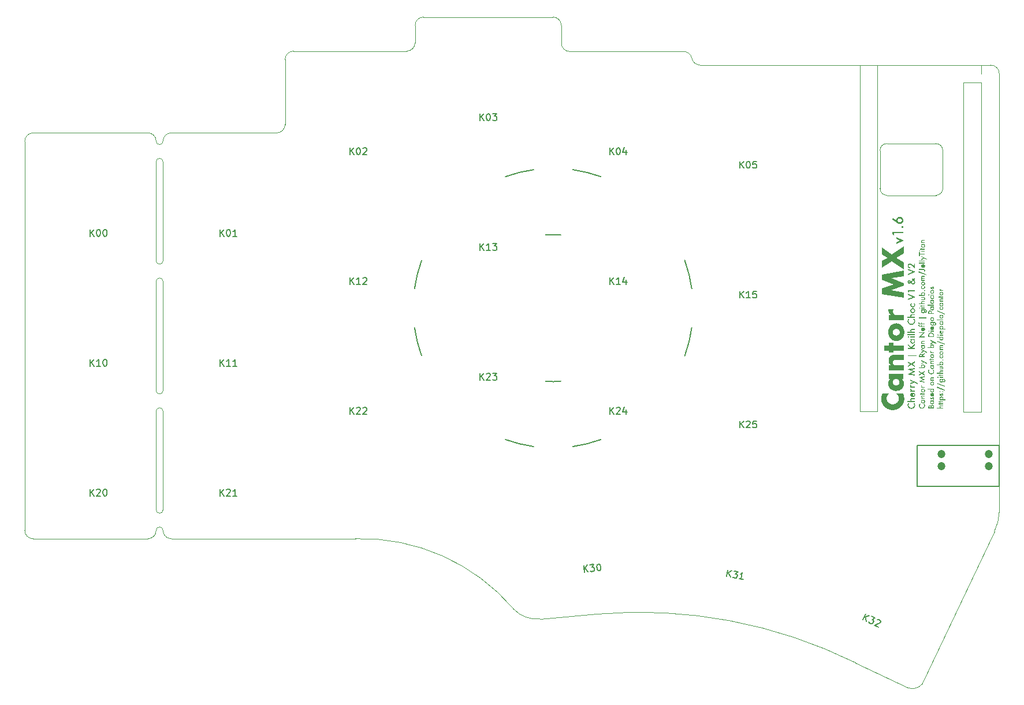
<source format=gto>
%TF.GenerationSoftware,KiCad,Pcbnew,7.0.5-0*%
%TF.CreationDate,2023-10-24T16:12:26-07:00*%
%TF.ProjectId,Cantor_MX,43616e74-6f72-45f4-9d58-2e6b69636164,rev1.6*%
%TF.SameCoordinates,PX78114e0PY44b6550*%
%TF.FileFunction,Legend,Top*%
%TF.FilePolarity,Positive*%
%FSLAX46Y46*%
G04 Gerber Fmt 4.6, Leading zero omitted, Abs format (unit mm)*
G04 Created by KiCad (PCBNEW 7.0.5-0) date 2023-10-24 16:12:26*
%MOMM*%
%LPD*%
G01*
G04 APERTURE LIST*
%ADD10C,0.187500*%
%ADD11C,0.600000*%
%ADD12C,0.125000*%
%ADD13C,0.150000*%
%ADD14C,0.120000*%
%ADD15C,0.200000*%
%ADD16C,1.200000*%
%TA.AperFunction,Profile*%
%ADD17C,0.100000*%
%TD*%
G04 APERTURE END LIST*
D10*
G36*
X63258918Y-26998443D02*
G01*
X63412302Y-26998443D01*
X63406604Y-27005424D01*
X63401087Y-27012420D01*
X63395751Y-27019431D01*
X63390595Y-27026458D01*
X63385621Y-27033500D01*
X63380827Y-27040557D01*
X63376214Y-27047629D01*
X63371782Y-27054717D01*
X63367532Y-27061820D01*
X63363461Y-27068938D01*
X63359572Y-27076071D01*
X63355864Y-27083220D01*
X63352337Y-27090384D01*
X63348990Y-27097563D01*
X63345824Y-27104758D01*
X63340036Y-27119192D01*
X63334971Y-27133688D01*
X63330629Y-27148245D01*
X63327012Y-27162863D01*
X63324117Y-27177542D01*
X63321947Y-27192282D01*
X63320499Y-27207083D01*
X63319776Y-27221945D01*
X63319685Y-27229399D01*
X63319777Y-27237578D01*
X63320051Y-27245675D01*
X63320508Y-27253692D01*
X63321148Y-27261627D01*
X63321970Y-27269482D01*
X63322976Y-27277256D01*
X63325535Y-27292561D01*
X63328825Y-27307542D01*
X63332847Y-27322199D01*
X63337600Y-27336533D01*
X63343084Y-27350544D01*
X63349299Y-27364231D01*
X63356246Y-27377594D01*
X63363923Y-27390633D01*
X63372332Y-27403349D01*
X63381472Y-27415741D01*
X63391343Y-27427810D01*
X63396553Y-27433723D01*
X63401946Y-27439555D01*
X63407521Y-27445306D01*
X63413279Y-27450976D01*
X63419157Y-27456554D01*
X63425115Y-27461955D01*
X63431154Y-27467179D01*
X63437273Y-27472226D01*
X63443473Y-27477095D01*
X63449753Y-27481788D01*
X63462555Y-27490642D01*
X63475680Y-27498787D01*
X63489126Y-27506224D01*
X63502894Y-27512953D01*
X63516985Y-27518974D01*
X63531397Y-27524286D01*
X63546132Y-27528890D01*
X63561189Y-27532786D01*
X63568838Y-27534468D01*
X63576568Y-27535973D01*
X63584378Y-27537301D01*
X63592269Y-27538452D01*
X63600240Y-27539426D01*
X63608292Y-27540223D01*
X63616424Y-27540843D01*
X63624637Y-27541285D01*
X63632931Y-27541551D01*
X63641304Y-27541639D01*
X63649580Y-27541551D01*
X63657776Y-27541285D01*
X63665890Y-27540843D01*
X63673923Y-27540223D01*
X63681875Y-27539426D01*
X63689747Y-27538452D01*
X63697538Y-27537301D01*
X63705247Y-27535973D01*
X63720424Y-27532786D01*
X63735277Y-27528890D01*
X63749806Y-27524286D01*
X63764012Y-27518974D01*
X63777894Y-27512953D01*
X63791453Y-27506224D01*
X63804688Y-27498787D01*
X63817599Y-27490642D01*
X63830187Y-27481788D01*
X63842451Y-27472226D01*
X63848461Y-27467179D01*
X63854391Y-27461955D01*
X63860240Y-27456554D01*
X63866008Y-27450976D01*
X63871634Y-27445270D01*
X63877081Y-27439484D01*
X63882350Y-27433618D01*
X63887440Y-27427673D01*
X63897085Y-27415542D01*
X63906015Y-27403093D01*
X63914231Y-27390324D01*
X63921732Y-27377237D01*
X63928519Y-27363830D01*
X63934591Y-27350104D01*
X63939949Y-27336059D01*
X63944593Y-27321696D01*
X63948522Y-27307013D01*
X63951737Y-27292011D01*
X63954238Y-27276690D01*
X63955220Y-27268910D01*
X63956024Y-27261050D01*
X63956649Y-27253111D01*
X63957095Y-27245091D01*
X63957363Y-27236992D01*
X63957452Y-27228813D01*
X63957366Y-27220417D01*
X63957107Y-27212177D01*
X63956676Y-27204095D01*
X63956072Y-27196170D01*
X63954843Y-27184578D01*
X63953226Y-27173339D01*
X63951221Y-27162454D01*
X63948828Y-27151922D01*
X63946046Y-27141745D01*
X63942876Y-27131921D01*
X63939319Y-27122451D01*
X63935373Y-27113335D01*
X63931767Y-27105039D01*
X63927790Y-27096639D01*
X63923440Y-27088133D01*
X63919693Y-27081253D01*
X63915707Y-27074306D01*
X63911483Y-27067292D01*
X63907021Y-27060210D01*
X63905868Y-27058429D01*
X63901106Y-27051252D01*
X63896099Y-27043982D01*
X63890847Y-27036622D01*
X63885352Y-27029169D01*
X63879612Y-27021625D01*
X63873628Y-27013989D01*
X63867400Y-27006262D01*
X63860928Y-26998443D01*
X64017634Y-26998443D01*
X64021625Y-27005317D01*
X64025489Y-27012213D01*
X64029227Y-27019129D01*
X64032838Y-27026067D01*
X64039680Y-27040007D01*
X64046015Y-27054033D01*
X64051843Y-27068144D01*
X64057165Y-27082341D01*
X64061979Y-27096623D01*
X64066287Y-27110990D01*
X64070088Y-27125443D01*
X64073382Y-27139982D01*
X64076170Y-27154606D01*
X64078450Y-27169316D01*
X64080224Y-27184111D01*
X64081491Y-27198991D01*
X64082251Y-27213957D01*
X64082505Y-27229009D01*
X64082380Y-27240326D01*
X64082005Y-27251539D01*
X64081380Y-27262648D01*
X64080505Y-27273653D01*
X64079380Y-27284554D01*
X64078005Y-27295350D01*
X64076381Y-27306043D01*
X64074506Y-27316631D01*
X64072381Y-27327115D01*
X64070006Y-27337494D01*
X64067382Y-27347770D01*
X64064507Y-27357941D01*
X64061382Y-27368009D01*
X64058008Y-27377972D01*
X64054383Y-27387830D01*
X64050509Y-27397585D01*
X64046384Y-27407235D01*
X64042010Y-27416782D01*
X64037386Y-27426224D01*
X64032511Y-27435562D01*
X64027387Y-27444795D01*
X64022013Y-27453925D01*
X64016388Y-27462950D01*
X64010514Y-27471871D01*
X64004390Y-27480688D01*
X63998016Y-27489401D01*
X63991392Y-27498010D01*
X63984518Y-27506514D01*
X63977393Y-27514914D01*
X63970019Y-27523211D01*
X63962395Y-27531402D01*
X63954521Y-27539490D01*
X63946397Y-27547364D01*
X63938169Y-27554988D01*
X63929836Y-27562362D01*
X63921399Y-27569486D01*
X63912858Y-27576360D01*
X63904213Y-27582984D01*
X63895463Y-27589359D01*
X63886610Y-27595483D01*
X63877652Y-27601357D01*
X63868590Y-27606981D01*
X63859424Y-27612356D01*
X63850153Y-27617480D01*
X63840779Y-27622354D01*
X63831300Y-27626979D01*
X63821717Y-27631353D01*
X63812030Y-27635478D01*
X63802239Y-27639352D01*
X63792343Y-27642977D01*
X63782344Y-27646351D01*
X63772240Y-27649476D01*
X63762032Y-27652350D01*
X63751720Y-27654975D01*
X63741303Y-27657350D01*
X63730783Y-27659474D01*
X63720158Y-27661349D01*
X63709429Y-27662974D01*
X63698596Y-27664349D01*
X63687659Y-27665474D01*
X63676617Y-27666348D01*
X63665472Y-27666973D01*
X63654222Y-27667348D01*
X63642868Y-27667473D01*
X63632681Y-27667369D01*
X63622564Y-27667055D01*
X63612517Y-27666532D01*
X63602540Y-27665800D01*
X63592633Y-27664859D01*
X63582795Y-27663709D01*
X63573028Y-27662350D01*
X63563330Y-27660781D01*
X63553702Y-27659003D01*
X63544144Y-27657017D01*
X63534656Y-27654821D01*
X63525237Y-27652416D01*
X63515889Y-27649802D01*
X63506610Y-27646978D01*
X63497401Y-27643946D01*
X63488262Y-27640704D01*
X63479193Y-27637254D01*
X63470193Y-27633594D01*
X63461264Y-27629725D01*
X63452404Y-27625647D01*
X63443614Y-27621360D01*
X63434894Y-27616863D01*
X63426244Y-27612158D01*
X63417663Y-27607243D01*
X63409153Y-27602119D01*
X63400712Y-27596786D01*
X63392341Y-27591244D01*
X63384040Y-27585493D01*
X63375809Y-27579533D01*
X63367648Y-27573364D01*
X63359556Y-27566985D01*
X63351535Y-27560397D01*
X63341882Y-27552079D01*
X63332535Y-27543609D01*
X63323495Y-27534988D01*
X63314761Y-27526215D01*
X63306334Y-27517292D01*
X63298213Y-27508218D01*
X63290398Y-27498992D01*
X63282890Y-27489616D01*
X63275689Y-27480088D01*
X63268794Y-27470409D01*
X63262205Y-27460579D01*
X63255923Y-27450598D01*
X63249947Y-27440466D01*
X63244278Y-27430182D01*
X63238915Y-27419748D01*
X63233859Y-27409162D01*
X63229109Y-27398425D01*
X63224665Y-27387537D01*
X63220528Y-27376498D01*
X63216697Y-27365308D01*
X63213173Y-27353967D01*
X63209956Y-27342475D01*
X63207044Y-27330831D01*
X63204439Y-27319036D01*
X63202141Y-27307091D01*
X63200149Y-27294994D01*
X63198464Y-27282746D01*
X63197085Y-27270347D01*
X63196012Y-27257796D01*
X63195246Y-27245095D01*
X63194786Y-27232242D01*
X63194633Y-27219239D01*
X63194884Y-27204981D01*
X63195638Y-27190785D01*
X63196893Y-27176649D01*
X63198651Y-27162575D01*
X63200911Y-27148561D01*
X63203673Y-27134609D01*
X63206938Y-27120717D01*
X63210704Y-27106887D01*
X63214973Y-27093118D01*
X63219744Y-27079410D01*
X63225018Y-27065763D01*
X63230793Y-27052177D01*
X63237071Y-27038652D01*
X63243851Y-27025188D01*
X63251133Y-27011785D01*
X63258918Y-26998443D01*
G37*
G36*
X64070000Y-26477718D02*
G01*
X64011967Y-26477718D01*
X64020509Y-26487264D01*
X64028500Y-26496900D01*
X64035939Y-26506626D01*
X64042827Y-26516442D01*
X64049165Y-26526349D01*
X64054951Y-26536345D01*
X64060186Y-26546431D01*
X64064870Y-26556608D01*
X64069003Y-26566875D01*
X64072585Y-26577231D01*
X64075616Y-26587678D01*
X64078096Y-26598215D01*
X64080025Y-26608842D01*
X64081403Y-26619559D01*
X64082229Y-26630366D01*
X64082505Y-26641263D01*
X64082193Y-26654890D01*
X64081256Y-26668221D01*
X64079695Y-26681256D01*
X64077510Y-26693995D01*
X64074700Y-26706437D01*
X64071267Y-26718584D01*
X64067208Y-26730434D01*
X64062526Y-26741988D01*
X64057219Y-26753246D01*
X64051287Y-26764208D01*
X64044732Y-26774874D01*
X64037552Y-26785244D01*
X64029748Y-26795317D01*
X64021319Y-26805095D01*
X64012266Y-26814576D01*
X64002588Y-26823761D01*
X63992246Y-26832421D01*
X63981590Y-26840522D01*
X63970619Y-26848065D01*
X63959333Y-26855048D01*
X63947733Y-26861473D01*
X63935819Y-26867340D01*
X63923590Y-26872648D01*
X63911046Y-26877397D01*
X63898188Y-26881587D01*
X63885016Y-26885218D01*
X63871529Y-26888291D01*
X63857728Y-26890806D01*
X63843612Y-26892761D01*
X63829182Y-26894158D01*
X63814438Y-26894996D01*
X63799378Y-26895275D01*
X63784562Y-26894996D01*
X63770057Y-26894158D01*
X63755864Y-26892761D01*
X63741981Y-26890806D01*
X63728411Y-26888291D01*
X63715151Y-26885218D01*
X63702203Y-26881587D01*
X63689567Y-26877397D01*
X63677242Y-26872648D01*
X63665228Y-26867340D01*
X63653526Y-26861473D01*
X63642135Y-26855048D01*
X63631055Y-26848065D01*
X63620287Y-26840522D01*
X63609831Y-26832421D01*
X63599685Y-26823761D01*
X63590008Y-26814657D01*
X63580955Y-26805275D01*
X63572526Y-26795613D01*
X63564722Y-26785671D01*
X63557542Y-26775450D01*
X63550987Y-26764950D01*
X63545055Y-26754171D01*
X63539748Y-26743112D01*
X63535066Y-26731774D01*
X63531007Y-26720156D01*
X63527574Y-26708259D01*
X63524764Y-26696083D01*
X63522579Y-26683627D01*
X63521018Y-26670892D01*
X63520081Y-26657878D01*
X63519769Y-26644584D01*
X63520065Y-26633033D01*
X63520954Y-26621632D01*
X63520993Y-26621332D01*
X63630753Y-26621332D01*
X63630941Y-26629188D01*
X63631927Y-26640662D01*
X63633757Y-26651765D01*
X63636433Y-26662497D01*
X63639953Y-26672858D01*
X63644319Y-26682849D01*
X63649529Y-26692468D01*
X63655585Y-26701717D01*
X63662485Y-26710594D01*
X63670230Y-26719100D01*
X63675863Y-26724565D01*
X63678820Y-26727236D01*
X63684967Y-26732347D01*
X63691295Y-26737128D01*
X63697802Y-26741579D01*
X63704490Y-26745701D01*
X63711358Y-26749493D01*
X63718406Y-26752955D01*
X63725634Y-26756087D01*
X63733042Y-26758890D01*
X63740630Y-26761363D01*
X63748399Y-26763506D01*
X63756347Y-26765320D01*
X63764476Y-26766803D01*
X63772785Y-26767957D01*
X63781274Y-26768782D01*
X63789943Y-26769276D01*
X63798792Y-26769441D01*
X63808231Y-26769281D01*
X63817446Y-26768800D01*
X63826439Y-26767999D01*
X63835209Y-26766877D01*
X63843756Y-26765434D01*
X63852080Y-26763671D01*
X63860181Y-26761587D01*
X63868060Y-26759183D01*
X63875715Y-26756458D01*
X63883148Y-26753413D01*
X63890357Y-26750047D01*
X63897344Y-26746360D01*
X63904108Y-26742353D01*
X63910649Y-26738025D01*
X63916968Y-26733377D01*
X63923063Y-26728408D01*
X63928931Y-26723072D01*
X63937023Y-26714746D01*
X63944263Y-26706036D01*
X63950652Y-26696941D01*
X63956188Y-26687461D01*
X63960873Y-26677597D01*
X63964706Y-26667348D01*
X63967688Y-26656714D01*
X63969817Y-26645696D01*
X63971095Y-26634293D01*
X63971473Y-26626477D01*
X63971521Y-26622505D01*
X63971338Y-26614059D01*
X63970788Y-26605820D01*
X63969872Y-26597787D01*
X63968590Y-26589959D01*
X63965980Y-26578605D01*
X63962545Y-26567714D01*
X63958286Y-26557287D01*
X63953203Y-26547324D01*
X63947295Y-26537824D01*
X63940563Y-26528788D01*
X63933007Y-26520216D01*
X63924626Y-26512107D01*
X63918467Y-26507020D01*
X63912103Y-26502261D01*
X63905534Y-26497830D01*
X63898761Y-26493728D01*
X63891783Y-26489953D01*
X63884601Y-26486507D01*
X63877214Y-26483389D01*
X63869623Y-26480600D01*
X63861827Y-26478138D01*
X63853826Y-26476005D01*
X63845621Y-26474200D01*
X63837212Y-26472723D01*
X63828598Y-26471574D01*
X63819779Y-26470754D01*
X63810756Y-26470261D01*
X63801528Y-26470097D01*
X63792276Y-26470261D01*
X63783231Y-26470754D01*
X63774392Y-26471574D01*
X63765758Y-26472723D01*
X63757331Y-26474200D01*
X63749110Y-26476005D01*
X63741095Y-26478138D01*
X63733286Y-26480600D01*
X63725683Y-26483389D01*
X63718287Y-26486507D01*
X63711096Y-26489953D01*
X63704112Y-26493728D01*
X63697333Y-26497830D01*
X63690761Y-26502261D01*
X63684394Y-26507020D01*
X63678234Y-26512107D01*
X63672484Y-26517457D01*
X63664555Y-26525850D01*
X63657461Y-26534687D01*
X63651201Y-26543967D01*
X63645776Y-26553690D01*
X63641186Y-26563856D01*
X63637430Y-26574465D01*
X63634509Y-26585517D01*
X63632422Y-26597013D01*
X63631495Y-26604922D01*
X63630939Y-26613029D01*
X63630753Y-26621332D01*
X63520993Y-26621332D01*
X63522435Y-26610380D01*
X63524508Y-26599277D01*
X63527173Y-26588324D01*
X63530430Y-26577521D01*
X63534280Y-26566868D01*
X63538722Y-26556364D01*
X63543757Y-26546009D01*
X63549384Y-26535805D01*
X63555603Y-26525749D01*
X63562414Y-26515844D01*
X63569818Y-26506088D01*
X63577814Y-26496482D01*
X63586402Y-26487025D01*
X63595582Y-26477718D01*
X63532274Y-26477718D01*
X63532274Y-26357550D01*
X64070000Y-26357550D01*
X64070000Y-26477718D01*
G37*
G36*
X63532274Y-26198890D02*
G01*
X63532274Y-26073056D01*
X63582882Y-26073056D01*
X63575239Y-26064884D01*
X63568090Y-26056585D01*
X63561433Y-26048159D01*
X63555270Y-26039607D01*
X63549600Y-26030928D01*
X63544422Y-26022122D01*
X63539738Y-26013190D01*
X63535547Y-26004131D01*
X63531849Y-25994945D01*
X63528644Y-25985632D01*
X63525933Y-25976193D01*
X63523714Y-25966627D01*
X63521988Y-25956935D01*
X63520755Y-25947115D01*
X63520016Y-25937169D01*
X63519769Y-25927096D01*
X63519999Y-25915559D01*
X63520688Y-25904345D01*
X63521837Y-25893455D01*
X63523445Y-25882889D01*
X63525513Y-25872646D01*
X63528040Y-25862726D01*
X63531027Y-25853131D01*
X63534473Y-25843859D01*
X63538378Y-25834910D01*
X63542743Y-25826285D01*
X63547568Y-25817984D01*
X63552852Y-25810006D01*
X63558595Y-25802353D01*
X63564798Y-25795022D01*
X63571461Y-25788015D01*
X63578583Y-25781332D01*
X63585083Y-25775867D01*
X63592077Y-25770754D01*
X63599566Y-25765993D01*
X63607550Y-25761585D01*
X63616028Y-25757530D01*
X63625001Y-25753828D01*
X63634469Y-25750478D01*
X63644431Y-25747480D01*
X63654887Y-25744836D01*
X63665839Y-25742544D01*
X63677284Y-25740604D01*
X63689225Y-25739017D01*
X63701660Y-25737783D01*
X63714590Y-25736902D01*
X63728014Y-25736373D01*
X63741933Y-25736196D01*
X64070000Y-25736196D01*
X64070000Y-25862030D01*
X63770851Y-25862030D01*
X63761150Y-25862116D01*
X63751830Y-25862372D01*
X63742893Y-25862800D01*
X63734337Y-25863398D01*
X63726162Y-25864167D01*
X63718369Y-25865108D01*
X63707395Y-25866839D01*
X63697280Y-25868954D01*
X63688024Y-25871455D01*
X63679626Y-25874340D01*
X63672087Y-25877610D01*
X63663371Y-25882568D01*
X63661430Y-25883914D01*
X63654240Y-25889740D01*
X63648009Y-25896664D01*
X63642736Y-25904687D01*
X63638422Y-25913810D01*
X63635816Y-25921373D01*
X63633749Y-25929554D01*
X63632221Y-25938354D01*
X63631232Y-25947772D01*
X63630783Y-25957808D01*
X63630753Y-25961290D01*
X63631110Y-25972443D01*
X63632182Y-25982968D01*
X63633968Y-25992864D01*
X63636468Y-26002131D01*
X63639683Y-26010770D01*
X63643613Y-26018780D01*
X63648256Y-26026162D01*
X63653614Y-26032915D01*
X63659687Y-26039039D01*
X63666474Y-26044535D01*
X63671395Y-26047850D01*
X63679433Y-26052355D01*
X63688525Y-26056416D01*
X63698672Y-26060035D01*
X63709873Y-26063210D01*
X63717926Y-26065081D01*
X63726448Y-26066755D01*
X63735438Y-26068231D01*
X63744897Y-26069511D01*
X63754825Y-26070595D01*
X63765221Y-26071481D01*
X63776086Y-26072170D01*
X63787420Y-26072662D01*
X63799222Y-26072958D01*
X63811493Y-26073056D01*
X64070000Y-26073056D01*
X64070000Y-26198890D01*
X63532274Y-26198890D01*
G37*
G36*
X63644822Y-25459518D02*
G01*
X64070000Y-25459518D01*
X64070000Y-25585352D01*
X63644822Y-25585352D01*
X63644822Y-25635373D01*
X63533838Y-25635373D01*
X63533838Y-25585352D01*
X63332191Y-25585352D01*
X63332191Y-25459518D01*
X63533838Y-25459518D01*
X63533838Y-25360258D01*
X63644822Y-25360258D01*
X63644822Y-25459518D01*
G37*
G36*
X63816324Y-24733753D02*
G01*
X63830819Y-24734715D01*
X63845011Y-24736318D01*
X63858900Y-24738562D01*
X63872488Y-24741447D01*
X63885773Y-24744973D01*
X63898756Y-24749141D01*
X63911437Y-24753949D01*
X63923816Y-24759399D01*
X63935892Y-24765490D01*
X63947666Y-24772222D01*
X63959138Y-24779595D01*
X63970307Y-24787609D01*
X63981174Y-24796264D01*
X63991740Y-24805561D01*
X64002002Y-24815498D01*
X64011751Y-24825928D01*
X64020870Y-24836653D01*
X64029361Y-24847672D01*
X64037222Y-24858986D01*
X64044455Y-24870594D01*
X64051058Y-24882497D01*
X64057033Y-24894695D01*
X64062379Y-24907187D01*
X64067096Y-24919974D01*
X64071184Y-24933056D01*
X64074643Y-24946432D01*
X64077473Y-24960102D01*
X64079675Y-24974068D01*
X64081247Y-24988328D01*
X64082190Y-25002882D01*
X64082505Y-25017732D01*
X64082184Y-25032430D01*
X64081222Y-25046827D01*
X64079620Y-25060921D01*
X64077376Y-25074713D01*
X64074491Y-25088203D01*
X64070964Y-25101391D01*
X64066797Y-25114276D01*
X64061988Y-25126859D01*
X64056539Y-25139140D01*
X64050448Y-25151119D01*
X64043716Y-25162795D01*
X64036343Y-25174169D01*
X64028329Y-25185241D01*
X64019673Y-25196010D01*
X64010377Y-25206478D01*
X64000439Y-25216643D01*
X63990165Y-25226368D01*
X63979566Y-25235465D01*
X63968641Y-25243935D01*
X63957391Y-25251777D01*
X63945817Y-25258992D01*
X63933917Y-25265580D01*
X63921691Y-25271540D01*
X63909141Y-25276873D01*
X63896266Y-25281579D01*
X63883065Y-25285657D01*
X63869539Y-25289107D01*
X63855689Y-25291931D01*
X63841513Y-25294127D01*
X63827011Y-25295695D01*
X63812185Y-25296636D01*
X63797034Y-25296950D01*
X63782758Y-25296630D01*
X63768750Y-25295671D01*
X63755012Y-25294072D01*
X63741542Y-25291833D01*
X63728340Y-25288955D01*
X63715408Y-25285437D01*
X63702744Y-25281279D01*
X63690348Y-25276482D01*
X63678222Y-25271046D01*
X63666364Y-25264969D01*
X63654774Y-25258253D01*
X63643454Y-25250898D01*
X63632402Y-25242903D01*
X63621618Y-25234268D01*
X63611104Y-25224994D01*
X63600858Y-25215080D01*
X63591039Y-25204706D01*
X63581853Y-25194053D01*
X63573300Y-25183121D01*
X63565382Y-25171910D01*
X63558096Y-25160419D01*
X63551444Y-25148649D01*
X63545426Y-25136599D01*
X63540041Y-25124270D01*
X63535290Y-25111662D01*
X63531172Y-25098774D01*
X63527688Y-25085607D01*
X63524837Y-25072161D01*
X63522620Y-25058435D01*
X63521036Y-25044430D01*
X63520086Y-25030146D01*
X63519769Y-25015582D01*
X63519773Y-25015387D01*
X63630753Y-25015387D01*
X63630936Y-25023979D01*
X63631486Y-25032365D01*
X63632402Y-25040545D01*
X63633684Y-25048518D01*
X63635333Y-25056286D01*
X63637348Y-25063848D01*
X63641057Y-25074804D01*
X63645591Y-25085296D01*
X63650949Y-25095325D01*
X63657131Y-25104890D01*
X63664138Y-25113991D01*
X63671969Y-25122628D01*
X63677648Y-25128129D01*
X63683616Y-25133335D01*
X63689799Y-25138204D01*
X63696195Y-25142738D01*
X63702805Y-25146936D01*
X63709628Y-25150798D01*
X63716666Y-25154324D01*
X63723917Y-25157515D01*
X63731381Y-25160369D01*
X63739060Y-25162888D01*
X63746952Y-25165071D01*
X63755058Y-25166918D01*
X63763377Y-25168429D01*
X63771910Y-25169605D01*
X63780657Y-25170444D01*
X63789618Y-25170948D01*
X63798792Y-25171116D01*
X63808603Y-25170951D01*
X63818155Y-25170457D01*
X63827447Y-25169632D01*
X63836479Y-25168478D01*
X63845252Y-25166994D01*
X63853765Y-25165181D01*
X63862019Y-25163038D01*
X63870013Y-25160565D01*
X63877748Y-25157762D01*
X63885224Y-25154630D01*
X63892440Y-25151168D01*
X63899396Y-25147376D01*
X63906093Y-25143254D01*
X63912530Y-25138803D01*
X63921699Y-25131507D01*
X63924626Y-25128911D01*
X63930305Y-25123430D01*
X63938136Y-25114805D01*
X63945143Y-25105696D01*
X63951325Y-25096102D01*
X63956683Y-25086024D01*
X63961217Y-25075462D01*
X63964926Y-25064415D01*
X63966941Y-25056782D01*
X63968590Y-25048934D01*
X63969872Y-25040870D01*
X63970788Y-25032591D01*
X63971338Y-25024096D01*
X63971521Y-25015387D01*
X63971340Y-25006609D01*
X63970797Y-24998055D01*
X63969893Y-24989725D01*
X63968627Y-24981620D01*
X63966998Y-24973740D01*
X63965009Y-24966083D01*
X63961346Y-24955020D01*
X63956869Y-24944461D01*
X63951577Y-24934407D01*
X63945472Y-24924858D01*
X63938553Y-24915814D01*
X63930820Y-24907275D01*
X63925212Y-24901863D01*
X63919302Y-24896705D01*
X63913150Y-24891879D01*
X63903466Y-24885265D01*
X63896706Y-24881272D01*
X63889704Y-24877611D01*
X63882459Y-24874284D01*
X63874972Y-24871288D01*
X63867241Y-24868626D01*
X63859268Y-24866297D01*
X63851053Y-24864300D01*
X63842594Y-24862636D01*
X63833893Y-24861305D01*
X63824949Y-24860307D01*
X63815763Y-24859641D01*
X63806333Y-24859308D01*
X63801528Y-24859267D01*
X63791953Y-24859433D01*
X63782623Y-24859932D01*
X63773538Y-24860764D01*
X63764696Y-24861929D01*
X63756099Y-24863427D01*
X63747745Y-24865257D01*
X63739637Y-24867420D01*
X63731772Y-24869916D01*
X63724152Y-24872744D01*
X63716775Y-24875906D01*
X63709644Y-24879400D01*
X63702756Y-24883227D01*
X63696113Y-24887387D01*
X63689713Y-24891879D01*
X63683558Y-24896705D01*
X63677648Y-24901863D01*
X63671969Y-24907344D01*
X63664138Y-24915969D01*
X63657131Y-24925078D01*
X63650949Y-24934672D01*
X63645591Y-24944749D01*
X63641057Y-24955312D01*
X63637348Y-24966358D01*
X63635333Y-24973991D01*
X63633684Y-24981840D01*
X63632402Y-24989904D01*
X63631486Y-24998183D01*
X63630936Y-25006677D01*
X63630753Y-25015387D01*
X63519773Y-25015387D01*
X63520087Y-25000945D01*
X63521042Y-24986588D01*
X63522634Y-24972509D01*
X63524862Y-24958710D01*
X63527726Y-24945191D01*
X63531227Y-24931950D01*
X63535365Y-24918989D01*
X63540139Y-24906308D01*
X63545550Y-24893906D01*
X63551597Y-24881783D01*
X63558281Y-24869939D01*
X63565601Y-24858375D01*
X63573558Y-24847091D01*
X63582152Y-24836085D01*
X63591382Y-24825359D01*
X63601249Y-24814912D01*
X63611602Y-24805046D01*
X63622244Y-24795816D01*
X63633175Y-24787222D01*
X63644394Y-24779265D01*
X63655902Y-24771945D01*
X63667698Y-24765261D01*
X63679783Y-24759213D01*
X63692156Y-24753803D01*
X63704818Y-24749029D01*
X63717768Y-24744891D01*
X63731006Y-24741390D01*
X63744534Y-24738525D01*
X63758349Y-24736297D01*
X63772454Y-24734706D01*
X63786846Y-24733751D01*
X63801528Y-24733433D01*
X63816324Y-24733753D01*
G37*
G36*
X63532274Y-24599002D02*
G01*
X63532274Y-24473168D01*
X63583468Y-24473168D01*
X63576856Y-24466862D01*
X63570650Y-24460693D01*
X63564848Y-24454662D01*
X63559453Y-24448768D01*
X63552889Y-24441123D01*
X63547045Y-24433722D01*
X63541922Y-24426566D01*
X63537520Y-24419654D01*
X63533838Y-24412986D01*
X63529785Y-24404378D01*
X63526419Y-24395282D01*
X63524221Y-24387656D01*
X63522462Y-24379718D01*
X63521143Y-24371469D01*
X63520264Y-24362908D01*
X63519824Y-24354036D01*
X63519769Y-24349483D01*
X63520039Y-24340323D01*
X63520848Y-24331087D01*
X63522196Y-24321776D01*
X63524083Y-24312389D01*
X63526510Y-24302926D01*
X63529476Y-24293388D01*
X63532981Y-24283775D01*
X63537025Y-24274085D01*
X63541609Y-24264321D01*
X63546731Y-24254480D01*
X63550446Y-24247878D01*
X63669832Y-24304152D01*
X63665362Y-24310696D01*
X63660087Y-24319379D01*
X63655593Y-24328013D01*
X63651880Y-24336598D01*
X63648949Y-24345134D01*
X63646800Y-24353621D01*
X63645432Y-24362060D01*
X63644846Y-24370450D01*
X63644822Y-24372540D01*
X63645412Y-24384725D01*
X63647182Y-24396124D01*
X63650132Y-24406737D01*
X63654262Y-24416564D01*
X63659572Y-24425605D01*
X63666062Y-24433860D01*
X63673732Y-24441328D01*
X63682581Y-24448011D01*
X63692611Y-24453907D01*
X63703821Y-24459017D01*
X63716211Y-24463341D01*
X63729781Y-24466878D01*
X63744531Y-24469630D01*
X63752349Y-24470711D01*
X63760461Y-24471595D01*
X63768869Y-24472283D01*
X63777571Y-24472775D01*
X63786569Y-24473069D01*
X63795861Y-24473168D01*
X64070000Y-24473168D01*
X64070000Y-24599002D01*
X63532274Y-24599002D01*
G37*
G36*
X64070000Y-23837941D02*
G01*
X63157704Y-23660327D01*
X63817159Y-23370362D01*
X63157704Y-23070237D01*
X64070000Y-22910600D01*
X64070000Y-23041123D01*
X63557676Y-23122602D01*
X64109078Y-23372707D01*
X63557285Y-23615387D01*
X64070000Y-23706245D01*
X64070000Y-23837941D01*
G37*
G36*
X63625478Y-22555568D02*
G01*
X63219644Y-22788087D01*
X63219644Y-22643105D01*
X63507655Y-22481709D01*
X63219644Y-22312302D01*
X63219644Y-22166147D01*
X63625478Y-22409609D01*
X64070000Y-22154228D01*
X64070000Y-22296866D01*
X63744473Y-22484054D01*
X64070000Y-22676517D01*
X64070000Y-22820914D01*
X63625478Y-22555568D01*
G37*
G36*
X63814575Y-21183006D02*
G01*
X63829439Y-21183839D01*
X63843970Y-21185228D01*
X63858168Y-21187173D01*
X63872033Y-21189674D01*
X63885566Y-21192730D01*
X63898765Y-21196342D01*
X63911632Y-21200509D01*
X63924167Y-21205232D01*
X63936368Y-21210511D01*
X63948237Y-21216345D01*
X63959773Y-21222735D01*
X63970976Y-21229681D01*
X63981846Y-21237182D01*
X63992384Y-21245239D01*
X64002588Y-21253852D01*
X64012266Y-21262838D01*
X64021319Y-21272115D01*
X64029748Y-21281682D01*
X64037552Y-21291538D01*
X64044732Y-21301685D01*
X64051287Y-21312122D01*
X64057219Y-21322849D01*
X64062526Y-21333866D01*
X64067208Y-21345172D01*
X64071267Y-21356769D01*
X64074700Y-21368656D01*
X64077510Y-21380833D01*
X64079695Y-21393300D01*
X64081256Y-21406058D01*
X64082193Y-21419105D01*
X64082505Y-21432442D01*
X64082229Y-21443772D01*
X64081403Y-21454949D01*
X64080025Y-21465973D01*
X64078096Y-21476845D01*
X64075616Y-21487564D01*
X64072585Y-21498131D01*
X64069003Y-21508545D01*
X64064870Y-21518806D01*
X64060186Y-21528915D01*
X64054951Y-21538871D01*
X64049165Y-21548674D01*
X64042827Y-21558325D01*
X64035939Y-21567823D01*
X64028500Y-21577168D01*
X64020509Y-21586361D01*
X64011967Y-21595401D01*
X64070000Y-21595401D01*
X64070000Y-21721235D01*
X63144612Y-21721235D01*
X63144612Y-21595401D01*
X63596364Y-21595401D01*
X63587089Y-21586215D01*
X63578412Y-21576878D01*
X63570334Y-21567390D01*
X63562854Y-21557751D01*
X63555972Y-21547960D01*
X63549689Y-21538019D01*
X63544004Y-21527926D01*
X63538918Y-21517683D01*
X63534430Y-21507288D01*
X63530540Y-21496742D01*
X63527249Y-21486045D01*
X63524556Y-21475197D01*
X63522462Y-21464197D01*
X63520966Y-21453047D01*
X63520943Y-21452763D01*
X63630753Y-21452763D01*
X63630939Y-21460972D01*
X63631495Y-21468990D01*
X63632422Y-21476817D01*
X63634509Y-21488200D01*
X63637430Y-21499154D01*
X63641186Y-21509678D01*
X63645776Y-21519773D01*
X63651201Y-21529439D01*
X63657461Y-21538675D01*
X63664555Y-21547482D01*
X63672484Y-21555860D01*
X63678234Y-21561207D01*
X63687276Y-21568575D01*
X63696816Y-21575218D01*
X63706853Y-21581136D01*
X63713822Y-21584679D01*
X63721012Y-21587900D01*
X63728423Y-21590799D01*
X63736056Y-21593376D01*
X63743910Y-21595631D01*
X63751985Y-21597563D01*
X63760281Y-21599174D01*
X63768799Y-21600462D01*
X63777539Y-21601428D01*
X63786499Y-21602073D01*
X63795681Y-21602395D01*
X63800355Y-21602435D01*
X63809930Y-21602276D01*
X63819260Y-21601800D01*
X63828346Y-21601006D01*
X63837187Y-21599895D01*
X63845785Y-21598466D01*
X63854138Y-21596720D01*
X63862247Y-21594656D01*
X63870111Y-21592274D01*
X63877732Y-21589576D01*
X63885108Y-21586559D01*
X63892240Y-21583225D01*
X63902479Y-21577629D01*
X63912170Y-21571318D01*
X63921311Y-21564293D01*
X63924235Y-21561793D01*
X63932686Y-21553911D01*
X63940305Y-21545579D01*
X63947093Y-21536797D01*
X63953050Y-21527565D01*
X63958176Y-21517884D01*
X63962470Y-21507752D01*
X63965933Y-21497170D01*
X63968565Y-21486139D01*
X63970366Y-21474657D01*
X63971105Y-21466753D01*
X63971475Y-21458649D01*
X63971521Y-21454521D01*
X63971105Y-21442950D01*
X63969858Y-21431757D01*
X63967780Y-21420941D01*
X63964871Y-21410503D01*
X63961131Y-21400443D01*
X63956559Y-21390760D01*
X63951157Y-21381456D01*
X63944923Y-21372529D01*
X63937858Y-21363980D01*
X63929961Y-21355809D01*
X63924235Y-21350572D01*
X63918134Y-21345485D01*
X63911846Y-21340726D01*
X63905372Y-21336295D01*
X63898712Y-21332192D01*
X63891866Y-21328418D01*
X63884833Y-21324972D01*
X63877614Y-21321854D01*
X63870209Y-21319064D01*
X63862617Y-21316603D01*
X63854840Y-21314470D01*
X63846876Y-21312664D01*
X63838726Y-21311188D01*
X63830390Y-21310039D01*
X63821867Y-21309218D01*
X63813158Y-21308726D01*
X63804263Y-21308562D01*
X63794825Y-21308721D01*
X63785609Y-21309200D01*
X63776617Y-21309998D01*
X63767847Y-21311114D01*
X63759300Y-21312550D01*
X63750976Y-21314305D01*
X63742874Y-21316378D01*
X63734996Y-21318771D01*
X63727341Y-21321483D01*
X63719908Y-21324514D01*
X63712698Y-21327864D01*
X63705711Y-21331533D01*
X63698947Y-21335521D01*
X63692406Y-21339828D01*
X63686088Y-21344454D01*
X63679993Y-21349399D01*
X63674030Y-21354657D01*
X63665807Y-21362845D01*
X63658450Y-21371393D01*
X63651959Y-21380302D01*
X63646333Y-21389572D01*
X63641572Y-21399202D01*
X63637677Y-21409193D01*
X63634648Y-21419545D01*
X63632484Y-21430257D01*
X63631186Y-21441330D01*
X63630753Y-21452763D01*
X63520943Y-21452763D01*
X63520068Y-21441745D01*
X63519769Y-21430293D01*
X63520084Y-21417145D01*
X63521027Y-21404275D01*
X63522599Y-21391682D01*
X63524801Y-21379368D01*
X63527631Y-21367331D01*
X63531090Y-21355573D01*
X63535178Y-21344092D01*
X63539895Y-21332889D01*
X63545241Y-21321963D01*
X63551215Y-21311316D01*
X63557819Y-21300946D01*
X63565052Y-21290854D01*
X63572913Y-21281040D01*
X63581404Y-21271504D01*
X63590523Y-21262246D01*
X63600272Y-21253265D01*
X63610415Y-21244724D01*
X63620864Y-21236733D01*
X63631621Y-21229294D01*
X63642684Y-21222405D01*
X63654055Y-21216068D01*
X63665732Y-21210282D01*
X63677716Y-21205046D01*
X63690006Y-21200362D01*
X63702604Y-21196229D01*
X63715508Y-21192647D01*
X63728720Y-21189616D01*
X63742238Y-21187137D01*
X63756063Y-21185208D01*
X63770194Y-21183830D01*
X63784633Y-21183004D01*
X63799378Y-21182728D01*
X63814575Y-21183006D01*
G37*
G36*
X63967418Y-20899602D02*
G01*
X63532274Y-21139155D01*
X63532274Y-20996517D01*
X63839630Y-20833558D01*
X63532274Y-20681542D01*
X63532274Y-20542616D01*
X64357620Y-20967013D01*
X64357620Y-21107501D01*
X63967418Y-20899602D01*
G37*
G36*
X64070000Y-19699099D02*
G01*
X63719853Y-19942561D01*
X63719853Y-19965812D01*
X64070000Y-19965812D01*
X64070000Y-20091646D01*
X63219644Y-20091646D01*
X63219644Y-19965812D01*
X63344696Y-19965812D01*
X63608869Y-19965812D01*
X63608869Y-19924975D01*
X63608736Y-19913735D01*
X63608336Y-19902852D01*
X63607670Y-19892326D01*
X63606738Y-19882156D01*
X63605539Y-19872344D01*
X63604074Y-19862888D01*
X63602343Y-19853789D01*
X63600345Y-19845047D01*
X63598081Y-19836661D01*
X63595550Y-19828633D01*
X63592753Y-19820961D01*
X63589690Y-19813646D01*
X63582764Y-19800087D01*
X63574773Y-19787955D01*
X63565716Y-19777250D01*
X63555594Y-19767973D01*
X63544406Y-19760123D01*
X63532152Y-19753700D01*
X63518833Y-19748704D01*
X63504449Y-19745136D01*
X63488999Y-19742995D01*
X63480875Y-19742460D01*
X63472484Y-19742281D01*
X63464622Y-19742455D01*
X63449647Y-19743844D01*
X63435670Y-19746622D01*
X63422691Y-19750790D01*
X63410711Y-19756346D01*
X63399730Y-19763292D01*
X63389746Y-19771627D01*
X63380761Y-19781351D01*
X63372774Y-19792464D01*
X63365786Y-19804966D01*
X63359796Y-19818857D01*
X63357175Y-19826324D01*
X63354804Y-19834138D01*
X63352683Y-19842299D01*
X63350811Y-19850807D01*
X63349188Y-19859663D01*
X63347816Y-19868866D01*
X63346693Y-19878416D01*
X63345819Y-19888314D01*
X63345195Y-19898559D01*
X63344821Y-19909151D01*
X63344696Y-19920090D01*
X63344696Y-19965812D01*
X63219644Y-19965812D01*
X63219644Y-19941779D01*
X63219706Y-19931368D01*
X63219892Y-19921138D01*
X63220202Y-19911091D01*
X63220636Y-19901226D01*
X63221194Y-19891542D01*
X63221876Y-19882041D01*
X63222682Y-19872722D01*
X63223613Y-19863585D01*
X63224667Y-19854630D01*
X63225845Y-19845856D01*
X63227147Y-19837265D01*
X63228574Y-19828856D01*
X63230124Y-19820629D01*
X63231799Y-19812584D01*
X63233597Y-19804722D01*
X63235519Y-19797041D01*
X63239736Y-19782225D01*
X63244450Y-19768138D01*
X63249659Y-19754778D01*
X63255364Y-19742147D01*
X63261566Y-19730244D01*
X63268263Y-19719069D01*
X63275457Y-19708622D01*
X63283147Y-19698904D01*
X63292117Y-19688919D01*
X63301441Y-19679578D01*
X63311119Y-19670882D01*
X63321151Y-19662829D01*
X63331537Y-19655421D01*
X63342278Y-19648657D01*
X63353373Y-19642537D01*
X63364822Y-19637062D01*
X63376625Y-19632230D01*
X63388782Y-19628043D01*
X63401293Y-19624500D01*
X63414159Y-19621601D01*
X63427378Y-19619346D01*
X63440952Y-19617736D01*
X63454880Y-19616770D01*
X63469162Y-19616448D01*
X63480371Y-19616648D01*
X63491379Y-19617250D01*
X63502188Y-19618254D01*
X63512796Y-19619659D01*
X63523205Y-19621466D01*
X63533413Y-19623674D01*
X63543422Y-19626284D01*
X63553230Y-19629295D01*
X63562839Y-19632707D01*
X63572248Y-19636521D01*
X63581457Y-19640737D01*
X63590465Y-19645354D01*
X63599274Y-19650372D01*
X63607883Y-19655792D01*
X63616292Y-19661613D01*
X63624501Y-19667836D01*
X63632427Y-19674388D01*
X63639989Y-19681196D01*
X63647185Y-19688261D01*
X63654017Y-19695582D01*
X63660484Y-19703160D01*
X63666587Y-19710994D01*
X63672324Y-19719084D01*
X63677697Y-19727431D01*
X63682704Y-19736035D01*
X63687347Y-19744895D01*
X63691625Y-19754011D01*
X63695539Y-19763384D01*
X63699087Y-19773013D01*
X63702271Y-19782899D01*
X63705089Y-19793041D01*
X63707543Y-19803440D01*
X64070000Y-19542198D01*
X64070000Y-19699099D01*
G37*
G36*
X63967418Y-19273140D02*
G01*
X63532274Y-19512693D01*
X63532274Y-19370055D01*
X63839630Y-19207096D01*
X63532274Y-19055080D01*
X63532274Y-18916154D01*
X64357620Y-19340551D01*
X64357620Y-19481039D01*
X63967418Y-19273140D01*
G37*
G36*
X64070000Y-18461863D02*
G01*
X64011967Y-18461863D01*
X64020509Y-18471409D01*
X64028500Y-18481045D01*
X64035939Y-18490771D01*
X64042827Y-18500587D01*
X64049165Y-18510494D01*
X64054951Y-18520490D01*
X64060186Y-18530577D01*
X64064870Y-18540753D01*
X64069003Y-18551020D01*
X64072585Y-18561376D01*
X64075616Y-18571823D01*
X64078096Y-18582360D01*
X64080025Y-18592987D01*
X64081403Y-18603704D01*
X64082229Y-18614511D01*
X64082505Y-18625408D01*
X64082193Y-18639035D01*
X64081256Y-18652366D01*
X64079695Y-18665401D01*
X64077510Y-18678140D01*
X64074700Y-18690582D01*
X64071267Y-18702729D01*
X64067208Y-18714579D01*
X64062526Y-18726133D01*
X64057219Y-18737392D01*
X64051287Y-18748353D01*
X64044732Y-18759019D01*
X64037552Y-18769389D01*
X64029748Y-18779462D01*
X64021319Y-18789240D01*
X64012266Y-18798721D01*
X64002588Y-18807906D01*
X63992246Y-18816566D01*
X63981590Y-18824667D01*
X63970619Y-18832210D01*
X63959333Y-18839193D01*
X63947733Y-18845619D01*
X63935819Y-18851485D01*
X63923590Y-18856793D01*
X63911046Y-18861542D01*
X63898188Y-18865732D01*
X63885016Y-18869364D01*
X63871529Y-18872436D01*
X63857728Y-18874951D01*
X63843612Y-18876906D01*
X63829182Y-18878303D01*
X63814438Y-18879141D01*
X63799378Y-18879420D01*
X63784562Y-18879141D01*
X63770057Y-18878303D01*
X63755864Y-18876906D01*
X63741981Y-18874951D01*
X63728411Y-18872436D01*
X63715151Y-18869364D01*
X63702203Y-18865732D01*
X63689567Y-18861542D01*
X63677242Y-18856793D01*
X63665228Y-18851485D01*
X63653526Y-18845619D01*
X63642135Y-18839193D01*
X63631055Y-18832210D01*
X63620287Y-18824667D01*
X63609831Y-18816566D01*
X63599685Y-18807906D01*
X63590008Y-18798803D01*
X63580955Y-18789420D01*
X63572526Y-18779758D01*
X63564722Y-18769816D01*
X63557542Y-18759596D01*
X63550987Y-18749095D01*
X63545055Y-18738316D01*
X63539748Y-18727257D01*
X63535066Y-18715919D01*
X63531007Y-18704301D01*
X63527574Y-18692404D01*
X63524764Y-18680228D01*
X63522579Y-18667772D01*
X63521018Y-18655037D01*
X63520081Y-18642023D01*
X63519769Y-18628729D01*
X63520065Y-18617178D01*
X63520954Y-18605777D01*
X63520993Y-18605478D01*
X63630753Y-18605478D01*
X63630941Y-18613333D01*
X63631927Y-18624807D01*
X63633757Y-18635910D01*
X63636433Y-18646642D01*
X63639953Y-18657004D01*
X63644319Y-18666994D01*
X63649529Y-18676613D01*
X63655585Y-18685862D01*
X63662485Y-18694739D01*
X63670230Y-18703246D01*
X63675863Y-18708711D01*
X63678820Y-18711381D01*
X63684967Y-18716492D01*
X63691295Y-18721273D01*
X63697802Y-18725724D01*
X63704490Y-18729846D01*
X63711358Y-18733638D01*
X63718406Y-18737100D01*
X63725634Y-18740232D01*
X63733042Y-18743035D01*
X63740630Y-18745508D01*
X63748399Y-18747651D01*
X63756347Y-18749465D01*
X63764476Y-18750949D01*
X63772785Y-18752103D01*
X63781274Y-18752927D01*
X63789943Y-18753422D01*
X63798792Y-18753586D01*
X63808231Y-18753426D01*
X63817446Y-18752945D01*
X63826439Y-18752144D01*
X63835209Y-18751022D01*
X63843756Y-18749579D01*
X63852080Y-18747816D01*
X63860181Y-18745732D01*
X63868060Y-18743328D01*
X63875715Y-18740603D01*
X63883148Y-18737558D01*
X63890357Y-18734192D01*
X63897344Y-18730505D01*
X63904108Y-18726498D01*
X63910649Y-18722171D01*
X63916968Y-18717522D01*
X63923063Y-18712554D01*
X63928931Y-18707217D01*
X63937023Y-18698891D01*
X63944263Y-18690181D01*
X63950652Y-18681086D01*
X63956188Y-18671606D01*
X63960873Y-18661742D01*
X63964706Y-18651493D01*
X63967688Y-18640859D01*
X63969817Y-18629841D01*
X63971095Y-18618438D01*
X63971473Y-18610622D01*
X63971521Y-18606650D01*
X63971338Y-18598204D01*
X63970788Y-18589965D01*
X63969872Y-18581932D01*
X63968590Y-18574105D01*
X63965980Y-18562750D01*
X63962545Y-18551859D01*
X63958286Y-18541432D01*
X63953203Y-18531469D01*
X63947295Y-18521969D01*
X63940563Y-18512933D01*
X63933007Y-18504361D01*
X63924626Y-18496252D01*
X63918467Y-18491165D01*
X63912103Y-18486406D01*
X63905534Y-18481975D01*
X63898761Y-18477873D01*
X63891783Y-18474099D01*
X63884601Y-18470652D01*
X63877214Y-18467535D01*
X63869623Y-18464745D01*
X63861827Y-18462283D01*
X63853826Y-18460150D01*
X63845621Y-18458345D01*
X63837212Y-18456868D01*
X63828598Y-18455719D01*
X63819779Y-18454899D01*
X63810756Y-18454406D01*
X63801528Y-18454242D01*
X63792276Y-18454406D01*
X63783231Y-18454899D01*
X63774392Y-18455719D01*
X63765758Y-18456868D01*
X63757331Y-18458345D01*
X63749110Y-18460150D01*
X63741095Y-18462283D01*
X63733286Y-18464745D01*
X63725683Y-18467535D01*
X63718287Y-18470652D01*
X63711096Y-18474099D01*
X63704112Y-18477873D01*
X63697333Y-18481975D01*
X63690761Y-18486406D01*
X63684394Y-18491165D01*
X63678234Y-18496252D01*
X63672484Y-18501602D01*
X63664555Y-18509996D01*
X63657461Y-18518832D01*
X63651201Y-18528112D01*
X63645776Y-18537835D01*
X63641186Y-18548001D01*
X63637430Y-18558610D01*
X63634509Y-18569663D01*
X63632422Y-18581158D01*
X63631495Y-18589067D01*
X63630939Y-18597174D01*
X63630753Y-18605478D01*
X63520993Y-18605478D01*
X63522435Y-18594525D01*
X63524508Y-18583422D01*
X63527173Y-18572470D01*
X63530430Y-18561666D01*
X63534280Y-18551013D01*
X63538722Y-18540509D01*
X63543757Y-18530155D01*
X63549384Y-18519950D01*
X63555603Y-18509895D01*
X63562414Y-18499989D01*
X63569818Y-18490233D01*
X63577814Y-18480627D01*
X63586402Y-18471170D01*
X63595582Y-18461863D01*
X63532274Y-18461863D01*
X63532274Y-18341695D01*
X64070000Y-18341695D01*
X64070000Y-18461863D01*
G37*
G36*
X63532274Y-18183035D02*
G01*
X63532274Y-18057201D01*
X63582882Y-18057201D01*
X63575239Y-18049029D01*
X63568090Y-18040730D01*
X63561433Y-18032304D01*
X63555270Y-18023752D01*
X63549600Y-18015073D01*
X63544422Y-18006267D01*
X63539738Y-17997335D01*
X63535547Y-17988276D01*
X63531849Y-17979090D01*
X63528644Y-17969778D01*
X63525933Y-17960338D01*
X63523714Y-17950772D01*
X63521988Y-17941080D01*
X63520755Y-17931260D01*
X63520016Y-17921314D01*
X63519769Y-17911242D01*
X63519999Y-17899704D01*
X63520688Y-17888490D01*
X63521837Y-17877600D01*
X63523445Y-17867034D01*
X63525513Y-17856791D01*
X63528040Y-17846871D01*
X63531027Y-17837276D01*
X63534473Y-17828004D01*
X63538378Y-17819055D01*
X63542743Y-17810430D01*
X63547568Y-17802129D01*
X63552852Y-17794152D01*
X63558595Y-17786498D01*
X63564798Y-17779167D01*
X63571461Y-17772161D01*
X63578583Y-17765478D01*
X63585083Y-17760012D01*
X63592077Y-17754899D01*
X63599566Y-17750138D01*
X63607550Y-17745730D01*
X63616028Y-17741675D01*
X63625001Y-17737973D01*
X63634469Y-17734623D01*
X63644431Y-17731625D01*
X63654887Y-17728981D01*
X63665839Y-17726689D01*
X63677284Y-17724749D01*
X63689225Y-17723162D01*
X63701660Y-17721928D01*
X63714590Y-17721047D01*
X63728014Y-17720518D01*
X63741933Y-17720341D01*
X64070000Y-17720341D01*
X64070000Y-17846175D01*
X63770851Y-17846175D01*
X63761150Y-17846261D01*
X63751830Y-17846517D01*
X63742893Y-17846945D01*
X63734337Y-17847543D01*
X63726162Y-17848312D01*
X63718369Y-17849253D01*
X63707395Y-17850984D01*
X63697280Y-17853100D01*
X63688024Y-17855600D01*
X63679626Y-17858485D01*
X63672087Y-17861755D01*
X63663371Y-17866713D01*
X63661430Y-17868060D01*
X63654240Y-17873885D01*
X63648009Y-17880809D01*
X63642736Y-17888832D01*
X63638422Y-17897955D01*
X63635816Y-17905518D01*
X63633749Y-17913699D01*
X63632221Y-17922499D01*
X63631232Y-17931917D01*
X63630783Y-17941953D01*
X63630753Y-17945436D01*
X63631110Y-17956589D01*
X63632182Y-17967113D01*
X63633968Y-17977009D01*
X63636468Y-17986276D01*
X63639683Y-17994915D01*
X63643613Y-18002925D01*
X63648256Y-18010307D01*
X63653614Y-18017060D01*
X63659687Y-18023184D01*
X63666474Y-18028680D01*
X63671395Y-18031995D01*
X63679433Y-18036500D01*
X63688525Y-18040561D01*
X63698672Y-18044180D01*
X63709873Y-18047355D01*
X63717926Y-18049226D01*
X63726448Y-18050900D01*
X63735438Y-18052377D01*
X63744897Y-18053657D01*
X63754825Y-18054740D01*
X63765221Y-18055626D01*
X63776086Y-18056315D01*
X63787420Y-18056807D01*
X63799222Y-18057103D01*
X63811493Y-18057201D01*
X64070000Y-18057201D01*
X64070000Y-18183035D01*
X63532274Y-18183035D01*
G37*
G36*
X64070000Y-17199030D02*
G01*
X63162002Y-17199030D01*
X63810516Y-16586273D01*
X63219644Y-16586273D01*
X63219644Y-16460439D01*
X64121584Y-16460439D01*
X63474633Y-17073196D01*
X64070000Y-17073196D01*
X64070000Y-17199030D01*
G37*
G36*
X63935343Y-15778586D02*
G01*
X63942728Y-15783201D01*
X63949906Y-15787864D01*
X63956878Y-15792575D01*
X63963645Y-15797335D01*
X63970205Y-15802142D01*
X63976559Y-15806998D01*
X63982707Y-15811901D01*
X63990584Y-15818514D01*
X63998094Y-15825212D01*
X64005214Y-15831969D01*
X64012016Y-15838853D01*
X64018501Y-15845866D01*
X64024668Y-15853007D01*
X64030518Y-15860276D01*
X64036050Y-15867674D01*
X64041264Y-15875200D01*
X64046161Y-15882854D01*
X64050695Y-15890648D01*
X64054918Y-15898595D01*
X64058828Y-15906695D01*
X64062428Y-15914947D01*
X64065716Y-15923352D01*
X64068693Y-15931910D01*
X64071358Y-15940620D01*
X64073712Y-15949483D01*
X64075773Y-15958468D01*
X64077559Y-15967643D01*
X64079070Y-15977006D01*
X64080307Y-15986559D01*
X64081268Y-15996301D01*
X64081955Y-16006233D01*
X64082367Y-16016354D01*
X64082505Y-16026664D01*
X64082206Y-16041452D01*
X64081308Y-16055872D01*
X64079812Y-16069925D01*
X64077718Y-16083609D01*
X64075025Y-16096926D01*
X64071734Y-16109874D01*
X64067844Y-16122455D01*
X64063356Y-16134668D01*
X64058270Y-16146513D01*
X64052585Y-16157990D01*
X64046302Y-16169099D01*
X64039420Y-16179841D01*
X64031940Y-16190214D01*
X64023862Y-16200220D01*
X64015185Y-16209857D01*
X64005910Y-16219127D01*
X63996067Y-16227905D01*
X63985833Y-16236117D01*
X63975209Y-16243763D01*
X63964193Y-16250842D01*
X63952787Y-16257355D01*
X63940990Y-16263302D01*
X63928803Y-16268682D01*
X63916224Y-16273496D01*
X63903255Y-16277743D01*
X63889895Y-16281424D01*
X63876144Y-16284539D01*
X63862002Y-16287088D01*
X63847470Y-16289070D01*
X63832547Y-16290486D01*
X63817233Y-16291335D01*
X63801528Y-16291618D01*
X63793674Y-16291550D01*
X63778248Y-16291002D01*
X63763200Y-16289906D01*
X63748528Y-16288262D01*
X63734234Y-16286070D01*
X63720317Y-16283330D01*
X63706777Y-16280042D01*
X63693613Y-16276205D01*
X63680827Y-16271821D01*
X63668418Y-16266889D01*
X63656386Y-16261409D01*
X63644731Y-16255381D01*
X63633453Y-16248804D01*
X63622553Y-16241680D01*
X63612029Y-16234008D01*
X63601882Y-16225788D01*
X63596950Y-16221472D01*
X63587604Y-16212427D01*
X63578861Y-16203022D01*
X63570721Y-16193260D01*
X63563183Y-16183138D01*
X63556249Y-16172658D01*
X63549918Y-16161819D01*
X63544190Y-16150621D01*
X63539064Y-16139064D01*
X63534542Y-16127149D01*
X63530623Y-16114875D01*
X63527306Y-16102242D01*
X63524593Y-16089251D01*
X63522483Y-16075901D01*
X63520975Y-16062192D01*
X63520071Y-16048124D01*
X63519769Y-16033698D01*
X63519833Y-16030572D01*
X63630753Y-16030572D01*
X63631007Y-16038968D01*
X63631770Y-16047159D01*
X63633041Y-16055143D01*
X63634820Y-16062922D01*
X63637107Y-16070494D01*
X63637983Y-16072972D01*
X63640840Y-16080249D01*
X63644730Y-16088426D01*
X63649218Y-16096267D01*
X63654304Y-16103771D01*
X63658304Y-16108925D01*
X63664302Y-16115729D01*
X63669876Y-16121234D01*
X63675847Y-16126436D01*
X63682218Y-16131336D01*
X63688986Y-16135934D01*
X63690153Y-16136671D01*
X63697293Y-16140802D01*
X63704789Y-16144548D01*
X63712643Y-16147909D01*
X63720854Y-16150886D01*
X63729423Y-16153478D01*
X63732358Y-16154256D01*
X63732358Y-15905910D01*
X63720054Y-15909420D01*
X63708545Y-15913500D01*
X63697828Y-15918151D01*
X63687906Y-15923374D01*
X63678777Y-15929167D01*
X63670443Y-15935531D01*
X63662902Y-15942466D01*
X63656154Y-15949972D01*
X63650201Y-15958048D01*
X63645041Y-15966696D01*
X63640676Y-15975915D01*
X63637103Y-15985704D01*
X63634325Y-15996065D01*
X63632341Y-16006996D01*
X63631150Y-16018498D01*
X63630753Y-16030572D01*
X63519833Y-16030572D01*
X63520065Y-16019138D01*
X63520951Y-16004963D01*
X63522428Y-15991172D01*
X63524495Y-15977766D01*
X63527154Y-15964745D01*
X63530403Y-15952109D01*
X63534243Y-15939857D01*
X63538674Y-15927990D01*
X63543695Y-15916507D01*
X63549307Y-15905409D01*
X63555510Y-15894696D01*
X63562304Y-15884368D01*
X63569689Y-15874424D01*
X63577664Y-15864865D01*
X63586230Y-15855691D01*
X63595387Y-15846901D01*
X63604969Y-15838667D01*
X63615006Y-15830964D01*
X63625497Y-15823793D01*
X63636444Y-15817152D01*
X63647846Y-15811043D01*
X63659702Y-15805465D01*
X63672013Y-15800419D01*
X63684780Y-15795903D01*
X63698001Y-15791919D01*
X63711677Y-15788466D01*
X63725808Y-15785544D01*
X63740394Y-15783154D01*
X63755435Y-15781294D01*
X63770930Y-15779966D01*
X63778849Y-15779502D01*
X63786881Y-15779170D01*
X63795027Y-15778970D01*
X63803286Y-15778904D01*
X63832400Y-15778904D01*
X63832400Y-16162463D01*
X63840308Y-16161700D01*
X63851784Y-16160074D01*
X63862796Y-16157871D01*
X63873345Y-16155091D01*
X63883429Y-16151734D01*
X63893050Y-16147801D01*
X63902208Y-16143290D01*
X63910901Y-16138202D01*
X63919131Y-16132537D01*
X63926898Y-16126295D01*
X63934200Y-16119476D01*
X63940870Y-16112181D01*
X63946884Y-16104512D01*
X63952241Y-16096469D01*
X63956943Y-16088051D01*
X63960988Y-16079259D01*
X63964377Y-16070093D01*
X63967111Y-16060552D01*
X63969188Y-16050636D01*
X63970610Y-16040347D01*
X63971375Y-16029683D01*
X63971521Y-16022365D01*
X63971334Y-16013825D01*
X63970772Y-16005570D01*
X63969836Y-15997600D01*
X63968006Y-15987416D01*
X63965510Y-15977740D01*
X63962349Y-15968570D01*
X63958522Y-15959907D01*
X63954029Y-15951751D01*
X63950223Y-15945966D01*
X63944288Y-15938413D01*
X63937229Y-15930603D01*
X63931198Y-15924578D01*
X63924535Y-15918408D01*
X63917239Y-15912094D01*
X63909312Y-15905635D01*
X63900753Y-15899033D01*
X63891562Y-15892286D01*
X63885083Y-15887708D01*
X63878324Y-15883066D01*
X63871284Y-15878360D01*
X63927752Y-15774019D01*
X63935343Y-15778586D01*
G37*
G36*
X63644822Y-15522547D02*
G01*
X64063747Y-15522547D01*
X64063747Y-15648381D01*
X63644822Y-15648381D01*
X63644822Y-15685115D01*
X63533838Y-15685115D01*
X63533838Y-15648381D01*
X63323984Y-15648381D01*
X63311373Y-15648241D01*
X63299233Y-15647822D01*
X63287565Y-15647123D01*
X63276369Y-15646146D01*
X63265644Y-15644889D01*
X63255392Y-15643352D01*
X63245610Y-15641536D01*
X63236301Y-15639441D01*
X63227463Y-15637067D01*
X63219097Y-15634413D01*
X63211203Y-15631480D01*
X63203780Y-15628267D01*
X63193530Y-15622924D01*
X63184342Y-15616953D01*
X63178806Y-15612623D01*
X63171637Y-15606294D01*
X63164930Y-15599614D01*
X63158686Y-15592586D01*
X63152904Y-15585207D01*
X63147585Y-15577479D01*
X63142728Y-15569402D01*
X63138334Y-15560974D01*
X63134403Y-15552198D01*
X63130934Y-15543071D01*
X63127927Y-15533596D01*
X63125383Y-15523770D01*
X63123302Y-15513595D01*
X63121683Y-15503071D01*
X63120527Y-15492196D01*
X63119833Y-15480973D01*
X63119602Y-15469399D01*
X63119919Y-15460729D01*
X63120872Y-15451521D01*
X63122459Y-15441775D01*
X63124067Y-15434114D01*
X63126031Y-15426150D01*
X63128353Y-15417884D01*
X63131032Y-15409316D01*
X63134069Y-15400445D01*
X63137462Y-15391272D01*
X63139923Y-15384989D01*
X63271618Y-15384989D01*
X63264975Y-15397885D01*
X63261343Y-15405417D01*
X63258069Y-15412698D01*
X63254259Y-15422015D01*
X63251084Y-15430888D01*
X63248544Y-15439314D01*
X63246639Y-15447295D01*
X63245150Y-15456644D01*
X63244654Y-15465296D01*
X63245023Y-15473402D01*
X63246524Y-15482564D01*
X63249179Y-15490648D01*
X63252989Y-15497653D01*
X63259084Y-15504637D01*
X63265434Y-15509271D01*
X63268297Y-15510823D01*
X63276547Y-15514200D01*
X63284651Y-15516490D01*
X63294092Y-15518414D01*
X63302051Y-15519616D01*
X63310762Y-15520612D01*
X63320225Y-15521402D01*
X63330440Y-15521986D01*
X63341408Y-15522363D01*
X63353127Y-15522535D01*
X63357201Y-15522547D01*
X63533838Y-15522547D01*
X63533838Y-15384989D01*
X63644822Y-15384989D01*
X63644822Y-15522547D01*
G37*
G36*
X63644822Y-15152861D02*
G01*
X64063747Y-15152861D01*
X64063747Y-15278695D01*
X63644822Y-15278695D01*
X63644822Y-15315429D01*
X63533838Y-15315429D01*
X63533838Y-15278695D01*
X63323984Y-15278695D01*
X63311373Y-15278555D01*
X63299233Y-15278136D01*
X63287565Y-15277437D01*
X63276369Y-15276460D01*
X63265644Y-15275203D01*
X63255392Y-15273666D01*
X63245610Y-15271850D01*
X63236301Y-15269755D01*
X63227463Y-15267381D01*
X63219097Y-15264727D01*
X63211203Y-15261794D01*
X63203780Y-15258581D01*
X63193530Y-15253239D01*
X63184342Y-15247267D01*
X63178806Y-15242937D01*
X63171637Y-15236608D01*
X63164930Y-15229928D01*
X63158686Y-15222900D01*
X63152904Y-15215521D01*
X63147585Y-15207793D01*
X63142728Y-15199716D01*
X63138334Y-15191288D01*
X63134403Y-15182512D01*
X63130934Y-15173385D01*
X63127927Y-15163910D01*
X63125383Y-15154084D01*
X63123302Y-15143909D01*
X63121683Y-15133385D01*
X63120527Y-15122510D01*
X63119833Y-15111287D01*
X63119602Y-15099713D01*
X63119919Y-15091043D01*
X63120872Y-15081835D01*
X63122459Y-15072090D01*
X63124067Y-15064428D01*
X63126031Y-15056464D01*
X63128353Y-15048198D01*
X63131032Y-15039630D01*
X63134069Y-15030759D01*
X63137462Y-15021586D01*
X63139923Y-15015303D01*
X63271618Y-15015303D01*
X63264975Y-15028199D01*
X63261343Y-15035731D01*
X63258069Y-15043012D01*
X63254259Y-15052330D01*
X63251084Y-15061202D01*
X63248544Y-15069628D01*
X63246639Y-15077609D01*
X63245150Y-15086958D01*
X63244654Y-15095610D01*
X63245023Y-15103716D01*
X63246524Y-15112878D01*
X63249179Y-15120962D01*
X63252989Y-15127968D01*
X63259084Y-15134951D01*
X63265434Y-15139585D01*
X63268297Y-15141137D01*
X63276547Y-15144514D01*
X63284651Y-15146804D01*
X63294092Y-15148728D01*
X63302051Y-15149930D01*
X63310762Y-15150926D01*
X63320225Y-15151716D01*
X63330440Y-15152300D01*
X63341408Y-15152677D01*
X63353127Y-15152849D01*
X63357201Y-15152861D01*
X63533838Y-15152861D01*
X63533838Y-15015303D01*
X63644822Y-15015303D01*
X63644822Y-15152861D01*
G37*
G36*
X63219644Y-14425212D02*
G01*
X63219644Y-14299378D01*
X64282588Y-14299378D01*
X64282588Y-14425212D01*
X63219644Y-14425212D01*
G37*
G36*
X64063655Y-13109076D02*
G01*
X64072662Y-13109195D01*
X64081387Y-13109394D01*
X64089832Y-13109672D01*
X64097996Y-13110029D01*
X64105879Y-13110465D01*
X64115337Y-13111123D01*
X64120802Y-13111577D01*
X64129606Y-13112362D01*
X64138067Y-13113252D01*
X64146184Y-13114247D01*
X64153958Y-13115347D01*
X64162833Y-13116806D01*
X64171214Y-13118415D01*
X64182382Y-13121055D01*
X64193244Y-13124138D01*
X64203800Y-13127663D01*
X64214051Y-13131632D01*
X64223996Y-13136044D01*
X64233635Y-13140899D01*
X64242969Y-13146197D01*
X64251997Y-13151938D01*
X64260719Y-13158122D01*
X64269136Y-13164749D01*
X64274577Y-13169413D01*
X64284633Y-13178611D01*
X64294040Y-13188229D01*
X64302799Y-13198267D01*
X64310908Y-13208724D01*
X64318369Y-13219601D01*
X64325181Y-13230898D01*
X64331345Y-13242615D01*
X64336859Y-13254752D01*
X64341725Y-13267308D01*
X64345942Y-13280284D01*
X64349510Y-13293680D01*
X64352430Y-13307496D01*
X64354700Y-13321732D01*
X64356322Y-13336387D01*
X64357295Y-13351462D01*
X64357620Y-13366957D01*
X64357395Y-13380073D01*
X64356719Y-13392896D01*
X64355593Y-13405425D01*
X64354017Y-13417662D01*
X64351991Y-13429605D01*
X64349514Y-13441256D01*
X64346587Y-13452613D01*
X64343210Y-13463677D01*
X64339382Y-13474448D01*
X64335104Y-13484926D01*
X64330375Y-13495111D01*
X64325197Y-13505003D01*
X64319568Y-13514602D01*
X64313488Y-13523907D01*
X64306959Y-13532920D01*
X64299979Y-13541639D01*
X64292399Y-13550247D01*
X64284463Y-13558388D01*
X64276169Y-13566062D01*
X64267519Y-13573269D01*
X64258511Y-13580008D01*
X64249146Y-13586281D01*
X64239423Y-13592086D01*
X64229344Y-13597424D01*
X64218907Y-13602296D01*
X64208113Y-13606700D01*
X64196962Y-13610636D01*
X64185453Y-13614106D01*
X64173587Y-13617109D01*
X64161365Y-13619644D01*
X64148785Y-13621713D01*
X64135847Y-13623314D01*
X64135847Y-13499825D01*
X64145474Y-13497923D01*
X64154520Y-13495734D01*
X64162986Y-13493258D01*
X64170872Y-13490495D01*
X64178178Y-13487445D01*
X64186494Y-13483229D01*
X64193905Y-13478564D01*
X64196615Y-13476573D01*
X64205554Y-13469160D01*
X64213614Y-13461135D01*
X64220795Y-13452500D01*
X64227096Y-13443252D01*
X64232519Y-13433394D01*
X64237062Y-13422924D01*
X64240725Y-13411842D01*
X64242679Y-13404115D01*
X64244242Y-13396116D01*
X64245415Y-13387845D01*
X64246196Y-13379303D01*
X64246587Y-13370489D01*
X64246636Y-13365980D01*
X64246473Y-13357733D01*
X64245986Y-13349748D01*
X64244035Y-13334564D01*
X64240783Y-13320427D01*
X64236231Y-13307337D01*
X64230379Y-13295295D01*
X64223225Y-13284299D01*
X64214771Y-13274351D01*
X64205017Y-13265450D01*
X64193962Y-13257596D01*
X64181606Y-13250789D01*
X64167950Y-13245029D01*
X64152993Y-13240317D01*
X64145027Y-13238354D01*
X64136736Y-13236652D01*
X64128119Y-13235212D01*
X64119178Y-13234034D01*
X64109911Y-13233118D01*
X64100319Y-13232463D01*
X64090402Y-13232070D01*
X64080160Y-13231939D01*
X64005324Y-13231939D01*
X64014481Y-13241137D01*
X64023047Y-13250508D01*
X64031022Y-13260053D01*
X64038407Y-13269773D01*
X64045200Y-13279666D01*
X64051403Y-13289733D01*
X64057016Y-13299975D01*
X64062037Y-13310390D01*
X64066468Y-13320980D01*
X64070308Y-13331743D01*
X64073557Y-13342681D01*
X64076215Y-13353792D01*
X64078283Y-13365078D01*
X64079760Y-13376537D01*
X64080646Y-13388171D01*
X64080942Y-13399979D01*
X64080635Y-13413356D01*
X64079714Y-13426427D01*
X64078180Y-13439191D01*
X64076032Y-13451648D01*
X64073271Y-13463798D01*
X64069896Y-13475642D01*
X64065907Y-13487179D01*
X64061304Y-13498408D01*
X64056088Y-13509331D01*
X64050259Y-13519948D01*
X64043815Y-13530257D01*
X64036758Y-13540259D01*
X64029087Y-13549955D01*
X64020803Y-13559344D01*
X64011905Y-13568426D01*
X64002393Y-13577201D01*
X63992273Y-13585625D01*
X63981843Y-13593504D01*
X63971103Y-13600841D01*
X63960054Y-13607634D01*
X63948694Y-13613883D01*
X63937025Y-13619590D01*
X63925045Y-13624752D01*
X63912756Y-13629371D01*
X63900157Y-13633447D01*
X63887248Y-13636980D01*
X63874029Y-13639969D01*
X63860500Y-13642414D01*
X63846662Y-13644316D01*
X63832513Y-13645675D01*
X63818055Y-13646490D01*
X63803286Y-13646762D01*
X63788914Y-13646509D01*
X63774814Y-13645751D01*
X63760985Y-13644488D01*
X63747428Y-13642719D01*
X63734143Y-13640446D01*
X63721129Y-13637667D01*
X63708387Y-13634382D01*
X63695917Y-13630593D01*
X63683719Y-13626298D01*
X63671792Y-13621498D01*
X63660137Y-13616192D01*
X63648754Y-13610382D01*
X63637642Y-13604066D01*
X63626803Y-13597244D01*
X63616234Y-13589918D01*
X63605938Y-13582086D01*
X63595504Y-13573216D01*
X63585742Y-13563997D01*
X63576654Y-13554428D01*
X63568239Y-13544509D01*
X63560497Y-13534241D01*
X63553429Y-13523623D01*
X63547034Y-13512656D01*
X63541311Y-13501339D01*
X63536262Y-13489673D01*
X63531887Y-13477657D01*
X63528184Y-13465291D01*
X63525155Y-13452576D01*
X63522799Y-13439512D01*
X63521116Y-13426097D01*
X63520106Y-13412333D01*
X63519769Y-13398220D01*
X63520063Y-13385847D01*
X63520855Y-13374968D01*
X63630753Y-13374968D01*
X63630954Y-13383525D01*
X63631556Y-13391854D01*
X63632560Y-13399956D01*
X63633965Y-13407831D01*
X63635772Y-13415478D01*
X63639234Y-13426522D01*
X63643600Y-13437055D01*
X63648870Y-13447075D01*
X63655042Y-13456584D01*
X63662118Y-13465581D01*
X63670098Y-13474067D01*
X63675919Y-13479439D01*
X63682142Y-13484584D01*
X63691027Y-13491079D01*
X63700389Y-13496935D01*
X63710229Y-13502153D01*
X63720546Y-13506731D01*
X63731341Y-13510671D01*
X63742613Y-13513971D01*
X63750392Y-13515817D01*
X63758385Y-13517378D01*
X63766589Y-13518656D01*
X63775005Y-13519650D01*
X63783634Y-13520360D01*
X63792475Y-13520786D01*
X63801528Y-13520928D01*
X63810439Y-13520786D01*
X63819147Y-13520360D01*
X63827652Y-13519650D01*
X63835954Y-13518656D01*
X63844053Y-13517378D01*
X63851949Y-13515817D01*
X63859642Y-13513971D01*
X63870800Y-13510671D01*
X63881502Y-13506731D01*
X63891747Y-13502153D01*
X63901535Y-13496935D01*
X63910867Y-13491079D01*
X63919741Y-13484584D01*
X63925822Y-13479508D01*
X63934208Y-13471450D01*
X63941711Y-13462859D01*
X63948331Y-13453736D01*
X63954069Y-13444080D01*
X63958924Y-13433893D01*
X63962896Y-13423172D01*
X63965985Y-13411920D01*
X63967555Y-13404122D01*
X63968732Y-13396088D01*
X63969516Y-13387818D01*
X63969909Y-13379310D01*
X63969958Y-13374968D01*
X63969759Y-13366362D01*
X63969164Y-13357981D01*
X63968172Y-13349826D01*
X63966782Y-13341898D01*
X63964996Y-13334195D01*
X63961573Y-13323064D01*
X63957257Y-13312442D01*
X63952048Y-13302328D01*
X63945946Y-13292722D01*
X63938950Y-13283625D01*
X63931062Y-13275036D01*
X63925307Y-13269593D01*
X63919155Y-13264375D01*
X63910281Y-13257705D01*
X63900949Y-13251692D01*
X63891161Y-13246334D01*
X63880916Y-13241633D01*
X63870214Y-13237587D01*
X63859055Y-13234198D01*
X63851362Y-13232303D01*
X63843467Y-13230699D01*
X63835368Y-13229387D01*
X63827066Y-13228367D01*
X63818561Y-13227638D01*
X63809853Y-13227200D01*
X63800942Y-13227055D01*
X63791416Y-13227215D01*
X63782135Y-13227696D01*
X63773098Y-13228497D01*
X63764305Y-13229619D01*
X63755757Y-13231062D01*
X63747452Y-13232825D01*
X63739392Y-13234909D01*
X63731577Y-13237313D01*
X63724005Y-13240038D01*
X63716678Y-13243083D01*
X63709595Y-13246449D01*
X63699428Y-13252099D01*
X63689811Y-13258470D01*
X63680744Y-13265563D01*
X63677843Y-13268087D01*
X63669428Y-13276132D01*
X63661840Y-13284585D01*
X63655080Y-13293447D01*
X63649148Y-13302718D01*
X63644043Y-13312397D01*
X63639766Y-13322486D01*
X63636318Y-13332983D01*
X63633696Y-13343888D01*
X63631903Y-13355203D01*
X63630937Y-13366926D01*
X63630753Y-13374968D01*
X63520855Y-13374968D01*
X63520945Y-13373738D01*
X63522414Y-13361893D01*
X63524471Y-13350312D01*
X63527116Y-13338995D01*
X63530348Y-13327942D01*
X63534168Y-13317154D01*
X63538576Y-13306629D01*
X63543571Y-13296368D01*
X63549155Y-13286372D01*
X63555326Y-13276640D01*
X63562084Y-13267172D01*
X63569431Y-13257967D01*
X63577365Y-13249027D01*
X63585887Y-13240351D01*
X63594996Y-13231939D01*
X63534619Y-13231939D01*
X63534619Y-13109036D01*
X64054368Y-13109036D01*
X64063655Y-13109076D01*
G37*
G36*
X63532274Y-12826106D02*
G01*
X64070000Y-12826106D01*
X64070000Y-12951939D01*
X63532274Y-12951939D01*
X63532274Y-12826106D01*
G37*
G36*
X63312651Y-12964445D02*
G01*
X63304585Y-12964072D01*
X63296800Y-12962955D01*
X63287463Y-12960511D01*
X63278566Y-12956902D01*
X63270107Y-12952130D01*
X63263656Y-12947474D01*
X63257486Y-12942073D01*
X63255987Y-12940607D01*
X63250400Y-12934455D01*
X63245558Y-12928016D01*
X63241461Y-12921290D01*
X63237387Y-12912479D01*
X63234477Y-12903220D01*
X63232987Y-12895490D01*
X63232242Y-12887472D01*
X63232149Y-12883356D01*
X63232521Y-12875061D01*
X63233639Y-12867077D01*
X63235501Y-12859405D01*
X63238877Y-12850253D01*
X63242415Y-12843281D01*
X63246698Y-12836621D01*
X63251727Y-12830272D01*
X63255987Y-12825715D01*
X63261968Y-12820128D01*
X63268285Y-12815286D01*
X63276653Y-12810281D01*
X63285546Y-12806439D01*
X63293038Y-12804205D01*
X63300866Y-12802715D01*
X63309030Y-12801970D01*
X63313237Y-12801877D01*
X63321575Y-12802249D01*
X63329590Y-12803367D01*
X63337280Y-12805229D01*
X63346438Y-12808604D01*
X63355091Y-12813144D01*
X63361649Y-12817614D01*
X63367883Y-12822828D01*
X63370879Y-12825715D01*
X63376466Y-12831693D01*
X63381308Y-12838000D01*
X63386313Y-12846348D01*
X63390154Y-12855212D01*
X63392831Y-12864590D01*
X63394135Y-12872464D01*
X63394694Y-12880668D01*
X63394717Y-12882770D01*
X63394347Y-12891068D01*
X63393239Y-12899061D01*
X63391392Y-12906748D01*
X63388806Y-12914131D01*
X63385481Y-12921208D01*
X63381418Y-12927979D01*
X63376615Y-12934446D01*
X63371074Y-12940607D01*
X63364947Y-12946194D01*
X63358483Y-12951036D01*
X63351684Y-12955133D01*
X63344549Y-12958485D01*
X63337079Y-12961092D01*
X63329272Y-12962955D01*
X63321130Y-12964072D01*
X63312651Y-12964445D01*
G37*
G36*
X63644822Y-12547864D02*
G01*
X64070000Y-12547864D01*
X64070000Y-12673698D01*
X63644822Y-12673698D01*
X63644822Y-12723719D01*
X63533838Y-12723719D01*
X63533838Y-12673698D01*
X63332191Y-12673698D01*
X63332191Y-12547864D01*
X63533838Y-12547864D01*
X63533838Y-12448604D01*
X63644822Y-12448604D01*
X63644822Y-12547864D01*
G37*
G36*
X63144612Y-12345436D02*
G01*
X63144612Y-12219602D01*
X63578778Y-12219602D01*
X63571633Y-12211294D01*
X63564948Y-12202880D01*
X63558724Y-12194362D01*
X63552962Y-12185737D01*
X63547660Y-12177008D01*
X63542820Y-12168173D01*
X63538440Y-12159233D01*
X63534521Y-12150188D01*
X63531064Y-12141037D01*
X63528067Y-12131781D01*
X63525532Y-12122420D01*
X63523457Y-12112953D01*
X63521844Y-12103381D01*
X63520691Y-12093704D01*
X63520000Y-12083921D01*
X63519769Y-12074033D01*
X63519999Y-12062818D01*
X63520688Y-12051889D01*
X63521837Y-12041246D01*
X63523445Y-12030887D01*
X63525513Y-12020815D01*
X63528040Y-12011028D01*
X63531027Y-12001526D01*
X63534473Y-11992309D01*
X63538378Y-11983378D01*
X63542743Y-11974733D01*
X63547568Y-11966373D01*
X63552852Y-11958299D01*
X63558595Y-11950509D01*
X63564798Y-11943006D01*
X63571461Y-11935788D01*
X63578583Y-11928855D01*
X63585220Y-11923271D01*
X63592334Y-11918047D01*
X63599924Y-11913184D01*
X63607990Y-11908681D01*
X63616532Y-11904538D01*
X63625551Y-11900755D01*
X63635046Y-11897332D01*
X63645017Y-11894270D01*
X63655464Y-11891568D01*
X63666388Y-11889227D01*
X63677788Y-11887245D01*
X63689665Y-11885624D01*
X63702017Y-11884363D01*
X63714846Y-11883463D01*
X63728151Y-11882922D01*
X63741933Y-11882742D01*
X64070000Y-11882742D01*
X64070000Y-12008576D01*
X63753070Y-12008576D01*
X63745149Y-12008664D01*
X63733788Y-12009129D01*
X63723053Y-12009993D01*
X63712942Y-12011254D01*
X63703457Y-12012914D01*
X63694596Y-12014973D01*
X63686361Y-12017430D01*
X63678751Y-12020285D01*
X63669577Y-12024712D01*
X63661514Y-12029847D01*
X63659672Y-12031242D01*
X63652894Y-12037290D01*
X63647020Y-12044199D01*
X63642049Y-12051969D01*
X63637983Y-12060600D01*
X63634820Y-12070092D01*
X63633041Y-12077775D01*
X63631770Y-12085944D01*
X63631007Y-12094596D01*
X63630753Y-12103733D01*
X63630910Y-12111596D01*
X63631736Y-12122835D01*
X63633269Y-12133408D01*
X63635509Y-12143315D01*
X63638457Y-12152556D01*
X63642113Y-12161130D01*
X63646476Y-12169037D01*
X63651547Y-12176279D01*
X63657325Y-12182854D01*
X63663811Y-12188763D01*
X63671004Y-12194005D01*
X63679171Y-12198579D01*
X63688359Y-12202704D01*
X63698566Y-12206378D01*
X63709793Y-12209603D01*
X63717845Y-12211503D01*
X63726350Y-12213203D01*
X63735308Y-12214702D01*
X63744720Y-12216002D01*
X63754585Y-12217102D01*
X63764904Y-12218002D01*
X63775675Y-12218702D01*
X63786901Y-12219202D01*
X63798579Y-12219502D01*
X63810711Y-12219602D01*
X64070000Y-12219602D01*
X64070000Y-12345436D01*
X63144612Y-12345436D01*
G37*
G36*
X63532274Y-11606064D02*
G01*
X63839043Y-11606064D01*
X63847194Y-11605967D01*
X63855086Y-11605676D01*
X63870093Y-11604513D01*
X63884065Y-11602574D01*
X63897002Y-11599860D01*
X63908905Y-11596370D01*
X63919772Y-11592105D01*
X63929604Y-11587065D01*
X63938401Y-11581249D01*
X63946164Y-11574657D01*
X63952891Y-11567290D01*
X63958584Y-11559148D01*
X63963241Y-11550230D01*
X63966863Y-11540536D01*
X63969451Y-11530068D01*
X63971003Y-11518823D01*
X63971521Y-11506803D01*
X63971003Y-11494784D01*
X63969451Y-11483539D01*
X63966863Y-11473070D01*
X63963241Y-11463377D01*
X63958584Y-11454459D01*
X63952891Y-11446317D01*
X63946164Y-11438950D01*
X63938401Y-11432358D01*
X63929604Y-11426542D01*
X63919772Y-11421502D01*
X63908905Y-11417237D01*
X63897002Y-11413747D01*
X63884065Y-11411033D01*
X63870093Y-11409094D01*
X63855086Y-11407931D01*
X63847194Y-11407640D01*
X63839043Y-11407543D01*
X63532274Y-11407543D01*
X63532274Y-11281709D01*
X63841974Y-11281709D01*
X63849941Y-11281770D01*
X63857771Y-11281953D01*
X63869257Y-11282457D01*
X63880435Y-11283236D01*
X63891303Y-11284289D01*
X63901863Y-11285617D01*
X63912113Y-11287220D01*
X63922054Y-11289098D01*
X63931686Y-11291250D01*
X63941009Y-11293677D01*
X63950022Y-11296379D01*
X63952958Y-11297341D01*
X63960690Y-11300359D01*
X63968277Y-11303773D01*
X63975720Y-11307581D01*
X63983019Y-11311785D01*
X63990173Y-11316383D01*
X63997183Y-11321377D01*
X64004049Y-11326765D01*
X64010771Y-11332548D01*
X64017348Y-11338727D01*
X64023781Y-11345300D01*
X64027990Y-11349902D01*
X64034591Y-11357750D01*
X64040767Y-11365857D01*
X64046516Y-11374224D01*
X64051840Y-11382850D01*
X64056738Y-11391736D01*
X64061210Y-11400881D01*
X64065256Y-11410286D01*
X64068876Y-11419951D01*
X64072070Y-11429875D01*
X64074839Y-11440058D01*
X64077181Y-11450501D01*
X64079098Y-11461203D01*
X64080588Y-11472165D01*
X64081653Y-11483387D01*
X64082292Y-11494868D01*
X64082505Y-11506608D01*
X64082292Y-11518325D01*
X64081653Y-11529784D01*
X64080588Y-11540984D01*
X64079098Y-11551927D01*
X64077181Y-11562612D01*
X64074839Y-11573039D01*
X64072070Y-11583208D01*
X64068876Y-11593119D01*
X64065256Y-11602772D01*
X64061210Y-11612167D01*
X64056738Y-11621304D01*
X64051840Y-11630183D01*
X64046516Y-11638804D01*
X64040767Y-11647167D01*
X64034591Y-11655272D01*
X64027990Y-11663119D01*
X64021653Y-11670031D01*
X64015172Y-11676551D01*
X64008546Y-11682679D01*
X64001776Y-11688416D01*
X63994862Y-11693762D01*
X63987804Y-11698716D01*
X63980602Y-11703278D01*
X63973255Y-11707449D01*
X63965764Y-11711228D01*
X63958129Y-11714616D01*
X63952958Y-11716657D01*
X63943060Y-11720229D01*
X63934892Y-11722595D01*
X63926084Y-11724694D01*
X63916638Y-11726525D01*
X63906552Y-11728087D01*
X63895828Y-11729382D01*
X63884465Y-11730409D01*
X63876535Y-11730945D01*
X63868321Y-11731362D01*
X63859822Y-11731659D01*
X63851040Y-11731838D01*
X63841974Y-11731898D01*
X63532274Y-11731898D01*
X63532274Y-11606064D01*
G37*
G36*
X63814575Y-10584039D02*
G01*
X63829439Y-10584872D01*
X63843970Y-10586261D01*
X63858168Y-10588206D01*
X63872033Y-10590706D01*
X63885566Y-10593763D01*
X63898765Y-10597374D01*
X63911632Y-10601542D01*
X63924167Y-10606265D01*
X63936368Y-10611543D01*
X63948237Y-10617378D01*
X63959773Y-10623768D01*
X63970976Y-10630713D01*
X63981846Y-10638215D01*
X63992384Y-10646272D01*
X64002588Y-10654884D01*
X64012266Y-10663871D01*
X64021319Y-10673148D01*
X64029748Y-10682714D01*
X64037552Y-10692571D01*
X64044732Y-10702718D01*
X64051287Y-10713155D01*
X64057219Y-10723881D01*
X64062526Y-10734898D01*
X64067208Y-10746205D01*
X64071267Y-10757802D01*
X64074700Y-10769689D01*
X64077510Y-10781866D01*
X64079695Y-10794333D01*
X64081256Y-10807090D01*
X64082193Y-10820138D01*
X64082505Y-10833475D01*
X64082229Y-10844805D01*
X64081403Y-10855982D01*
X64080025Y-10867006D01*
X64078096Y-10877878D01*
X64075616Y-10888597D01*
X64072585Y-10899164D01*
X64069003Y-10909578D01*
X64064870Y-10919839D01*
X64060186Y-10929948D01*
X64054951Y-10939904D01*
X64049165Y-10949707D01*
X64042827Y-10959357D01*
X64035939Y-10968855D01*
X64028500Y-10978201D01*
X64020509Y-10987394D01*
X64011967Y-10996434D01*
X64070000Y-10996434D01*
X64070000Y-11122267D01*
X63144612Y-11122267D01*
X63144612Y-10996434D01*
X63596364Y-10996434D01*
X63587089Y-10987248D01*
X63578412Y-10977911D01*
X63570334Y-10968423D01*
X63562854Y-10958784D01*
X63555972Y-10948993D01*
X63549689Y-10939052D01*
X63544004Y-10928959D01*
X63538918Y-10918715D01*
X63534430Y-10908321D01*
X63530540Y-10897775D01*
X63527249Y-10887078D01*
X63524556Y-10876229D01*
X63522462Y-10865230D01*
X63520966Y-10854080D01*
X63520943Y-10853796D01*
X63630753Y-10853796D01*
X63630939Y-10862005D01*
X63631495Y-10870023D01*
X63632422Y-10877850D01*
X63634509Y-10889233D01*
X63637430Y-10900187D01*
X63641186Y-10910711D01*
X63645776Y-10920806D01*
X63651201Y-10930472D01*
X63657461Y-10939708D01*
X63664555Y-10948515D01*
X63672484Y-10956893D01*
X63678234Y-10962240D01*
X63687276Y-10969607D01*
X63696816Y-10976251D01*
X63706853Y-10982169D01*
X63713822Y-10985712D01*
X63721012Y-10988933D01*
X63728423Y-10991832D01*
X63736056Y-10994409D01*
X63743910Y-10996663D01*
X63751985Y-10998596D01*
X63760281Y-11000207D01*
X63768799Y-11001495D01*
X63777539Y-11002461D01*
X63786499Y-11003105D01*
X63795681Y-11003427D01*
X63800355Y-11003468D01*
X63809930Y-11003309D01*
X63819260Y-11002833D01*
X63828346Y-11002039D01*
X63837187Y-11000928D01*
X63845785Y-10999499D01*
X63854138Y-10997752D01*
X63862247Y-10995689D01*
X63870111Y-10993307D01*
X63877732Y-10990608D01*
X63885108Y-10987592D01*
X63892240Y-10984258D01*
X63902479Y-10978662D01*
X63912170Y-10972351D01*
X63921311Y-10965326D01*
X63924235Y-10962826D01*
X63932686Y-10954944D01*
X63940305Y-10946612D01*
X63947093Y-10937830D01*
X63953050Y-10928598D01*
X63958176Y-10918916D01*
X63962470Y-10908785D01*
X63965933Y-10898203D01*
X63968565Y-10887172D01*
X63970366Y-10875690D01*
X63971105Y-10867786D01*
X63971475Y-10859681D01*
X63971521Y-10855554D01*
X63971105Y-10843983D01*
X63969858Y-10832789D01*
X63967780Y-10821974D01*
X63964871Y-10811536D01*
X63961131Y-10801475D01*
X63956559Y-10791793D01*
X63951157Y-10782489D01*
X63944923Y-10773562D01*
X63937858Y-10765013D01*
X63929961Y-10756842D01*
X63924235Y-10751605D01*
X63918134Y-10746517D01*
X63911846Y-10741758D01*
X63905372Y-10737328D01*
X63898712Y-10733225D01*
X63891866Y-10729451D01*
X63884833Y-10726005D01*
X63877614Y-10722887D01*
X63870209Y-10720097D01*
X63862617Y-10717636D01*
X63854840Y-10715502D01*
X63846876Y-10713697D01*
X63838726Y-10712220D01*
X63830390Y-10711072D01*
X63821867Y-10710251D01*
X63813158Y-10709759D01*
X63804263Y-10709595D01*
X63794825Y-10709754D01*
X63785609Y-10710233D01*
X63776617Y-10711030D01*
X63767847Y-10712147D01*
X63759300Y-10713583D01*
X63750976Y-10715338D01*
X63742874Y-10717411D01*
X63734996Y-10719804D01*
X63727341Y-10722516D01*
X63719908Y-10725547D01*
X63712698Y-10728897D01*
X63705711Y-10732566D01*
X63698947Y-10736554D01*
X63692406Y-10740861D01*
X63686088Y-10745487D01*
X63679993Y-10750432D01*
X63674030Y-10755690D01*
X63665807Y-10763878D01*
X63658450Y-10772426D01*
X63651959Y-10781335D01*
X63646333Y-10790605D01*
X63641572Y-10800235D01*
X63637677Y-10810226D01*
X63634648Y-10820577D01*
X63632484Y-10831290D01*
X63631186Y-10842362D01*
X63630753Y-10853796D01*
X63520943Y-10853796D01*
X63520068Y-10842778D01*
X63519769Y-10831325D01*
X63520084Y-10818177D01*
X63521027Y-10805307D01*
X63522599Y-10792715D01*
X63524801Y-10780401D01*
X63527631Y-10768364D01*
X63531090Y-10756605D01*
X63535178Y-10745124D01*
X63539895Y-10733921D01*
X63545241Y-10722996D01*
X63551215Y-10712349D01*
X63557819Y-10701979D01*
X63565052Y-10691887D01*
X63572913Y-10682073D01*
X63581404Y-10672537D01*
X63590523Y-10663279D01*
X63600272Y-10654298D01*
X63610415Y-10645757D01*
X63620864Y-10637766D01*
X63631621Y-10630327D01*
X63642684Y-10623438D01*
X63654055Y-10617101D01*
X63665732Y-10611314D01*
X63677716Y-10606079D01*
X63690006Y-10601395D01*
X63702604Y-10597262D01*
X63715508Y-10593680D01*
X63728720Y-10590649D01*
X63742238Y-10588169D01*
X63756063Y-10586241D01*
X63770194Y-10584863D01*
X63784633Y-10584036D01*
X63799378Y-10583761D01*
X63814575Y-10584039D01*
G37*
G36*
X64006887Y-10425882D02*
G01*
X63997623Y-10425343D01*
X63988760Y-10423726D01*
X63980297Y-10421031D01*
X63972235Y-10417257D01*
X63964574Y-10412406D01*
X63957313Y-10406476D01*
X63954521Y-10403803D01*
X63948161Y-10396637D01*
X63942878Y-10389060D01*
X63938673Y-10381074D01*
X63935547Y-10372677D01*
X63933498Y-10363870D01*
X63932528Y-10354653D01*
X63932442Y-10350851D01*
X63932981Y-10341418D01*
X63934598Y-10332414D01*
X63937293Y-10323840D01*
X63941067Y-10315695D01*
X63945918Y-10307980D01*
X63951848Y-10300693D01*
X63954521Y-10297899D01*
X63961636Y-10291538D01*
X63969180Y-10286255D01*
X63977153Y-10282051D01*
X63985556Y-10278924D01*
X63994387Y-10276876D01*
X64003649Y-10275906D01*
X64007473Y-10275819D01*
X64017019Y-10276359D01*
X64026116Y-10277976D01*
X64034765Y-10280671D01*
X64042965Y-10284444D01*
X64050717Y-10289296D01*
X64058020Y-10295225D01*
X64060816Y-10297899D01*
X64067064Y-10304859D01*
X64072253Y-10312306D01*
X64076384Y-10320239D01*
X64079455Y-10328658D01*
X64081467Y-10337565D01*
X64082420Y-10346957D01*
X64082505Y-10350851D01*
X64081980Y-10360556D01*
X64080406Y-10369764D01*
X64077782Y-10378477D01*
X64074109Y-10386693D01*
X64069386Y-10394414D01*
X64063614Y-10401638D01*
X64061011Y-10404389D01*
X64053971Y-10410581D01*
X64046406Y-10415723D01*
X64038317Y-10419816D01*
X64029702Y-10422860D01*
X64020563Y-10424854D01*
X64010900Y-10425798D01*
X64006887Y-10425882D01*
G37*
G36*
X63557480Y-9692763D02*
G01*
X63720635Y-9692763D01*
X63714361Y-9697978D01*
X63708340Y-9703122D01*
X63699780Y-9710703D01*
X63691787Y-9718122D01*
X63684361Y-9725380D01*
X63677501Y-9732477D01*
X63671208Y-9739412D01*
X63665482Y-9746186D01*
X63660323Y-9752798D01*
X63655730Y-9759249D01*
X63650488Y-9767599D01*
X63645863Y-9775937D01*
X63641854Y-9784635D01*
X63638462Y-9793693D01*
X63635687Y-9803112D01*
X63633528Y-9812891D01*
X63631987Y-9823030D01*
X63631235Y-9830871D01*
X63630830Y-9838914D01*
X63630753Y-9844389D01*
X63630943Y-9852896D01*
X63631513Y-9861223D01*
X63632464Y-9869370D01*
X63633794Y-9877337D01*
X63635504Y-9885124D01*
X63637595Y-9892731D01*
X63640066Y-9900157D01*
X63644484Y-9910959D01*
X63649758Y-9921356D01*
X63655887Y-9931347D01*
X63660449Y-9937783D01*
X63665390Y-9944039D01*
X63670711Y-9950114D01*
X63676413Y-9956010D01*
X63679406Y-9958890D01*
X63685560Y-9964427D01*
X63691905Y-9969606D01*
X63698444Y-9974428D01*
X63705174Y-9978893D01*
X63712097Y-9983001D01*
X63719212Y-9986752D01*
X63726519Y-9990145D01*
X63734019Y-9993182D01*
X63741711Y-9995861D01*
X63749596Y-9998183D01*
X63757672Y-10000147D01*
X63765942Y-10001755D01*
X63774403Y-10003005D01*
X63783057Y-10003898D01*
X63791903Y-10004434D01*
X63800942Y-10004612D01*
X63810168Y-10004440D01*
X63819187Y-10003925D01*
X63827998Y-10003067D01*
X63836601Y-10001864D01*
X63844997Y-10000319D01*
X63853185Y-9998430D01*
X63861166Y-9996197D01*
X63868939Y-9993621D01*
X63876504Y-9990702D01*
X63883862Y-9987439D01*
X63891012Y-9983832D01*
X63897955Y-9979883D01*
X63904690Y-9975589D01*
X63911217Y-9970952D01*
X63917537Y-9965972D01*
X63923649Y-9960648D01*
X63929446Y-9954961D01*
X63934869Y-9949087D01*
X63939918Y-9943024D01*
X63946790Y-9933578D01*
X63952821Y-9923710D01*
X63958010Y-9913419D01*
X63962358Y-9902706D01*
X63965864Y-9891570D01*
X63967734Y-9883911D01*
X63969230Y-9876065D01*
X63970352Y-9868031D01*
X63971100Y-9859809D01*
X63971474Y-9851400D01*
X63971521Y-9847124D01*
X63971354Y-9838937D01*
X63970854Y-9830936D01*
X63970022Y-9823120D01*
X63968393Y-9812987D01*
X63966172Y-9803183D01*
X63963358Y-9793710D01*
X63959953Y-9784566D01*
X63955955Y-9775752D01*
X63952568Y-9769357D01*
X63947338Y-9761023D01*
X63942706Y-9754539D01*
X63937466Y-9747856D01*
X63931619Y-9740975D01*
X63925163Y-9733893D01*
X63918100Y-9726613D01*
X63910429Y-9719134D01*
X63902150Y-9711455D01*
X63896292Y-9706225D01*
X63890165Y-9700907D01*
X63883767Y-9695500D01*
X63880467Y-9692763D01*
X64043230Y-9692763D01*
X64047986Y-9702070D01*
X64052435Y-9711380D01*
X64056578Y-9720694D01*
X64060413Y-9730010D01*
X64063942Y-9739329D01*
X64067163Y-9748652D01*
X64070078Y-9757977D01*
X64072686Y-9767306D01*
X64074987Y-9776637D01*
X64076982Y-9785972D01*
X64078669Y-9795310D01*
X64080050Y-9804651D01*
X64081124Y-9813994D01*
X64081891Y-9823341D01*
X64082351Y-9832691D01*
X64082505Y-9842044D01*
X64082193Y-9857251D01*
X64081256Y-9872144D01*
X64079695Y-9886725D01*
X64077510Y-9900992D01*
X64074700Y-9914947D01*
X64071267Y-9928589D01*
X64067208Y-9941917D01*
X64062526Y-9954933D01*
X64057219Y-9967636D01*
X64051287Y-9980026D01*
X64044732Y-9992103D01*
X64037552Y-10003867D01*
X64029748Y-10015318D01*
X64021319Y-10026457D01*
X64012266Y-10037282D01*
X64002588Y-10047794D01*
X63992397Y-10057803D01*
X63981901Y-10067166D01*
X63971099Y-10075883D01*
X63959993Y-10083954D01*
X63948580Y-10091380D01*
X63936863Y-10098160D01*
X63924840Y-10104295D01*
X63912512Y-10109783D01*
X63899878Y-10114626D01*
X63886939Y-10118823D01*
X63873695Y-10122375D01*
X63860146Y-10125280D01*
X63846291Y-10127540D01*
X63832131Y-10129155D01*
X63817666Y-10130123D01*
X63802896Y-10130446D01*
X63788165Y-10130119D01*
X63773724Y-10129136D01*
X63759571Y-10127499D01*
X63745706Y-10125207D01*
X63732130Y-10122260D01*
X63718842Y-10118658D01*
X63705843Y-10114402D01*
X63693133Y-10109490D01*
X63680711Y-10103924D01*
X63668577Y-10097702D01*
X63656732Y-10090826D01*
X63645176Y-10083295D01*
X63633908Y-10075109D01*
X63622928Y-10066268D01*
X63612237Y-10056773D01*
X63601835Y-10046622D01*
X63591897Y-10035995D01*
X63582601Y-10025071D01*
X63573945Y-10013848D01*
X63565931Y-10002329D01*
X63558558Y-9990511D01*
X63551826Y-9978396D01*
X63545735Y-9965983D01*
X63540286Y-9953272D01*
X63535477Y-9940264D01*
X63531310Y-9926958D01*
X63527783Y-9913355D01*
X63524898Y-9899453D01*
X63522654Y-9885255D01*
X63521051Y-9870758D01*
X63520090Y-9855964D01*
X63519769Y-9840872D01*
X63519917Y-9831088D01*
X63520358Y-9821375D01*
X63521095Y-9811732D01*
X63522126Y-9802159D01*
X63523452Y-9792657D01*
X63525072Y-9783224D01*
X63526987Y-9773862D01*
X63529197Y-9764570D01*
X63531701Y-9755349D01*
X63534500Y-9746197D01*
X63537594Y-9737116D01*
X63540982Y-9728105D01*
X63544664Y-9719164D01*
X63548642Y-9710293D01*
X63552914Y-9701493D01*
X63557480Y-9692763D01*
G37*
G36*
X63816324Y-9033432D02*
G01*
X63830819Y-9034394D01*
X63845011Y-9035997D01*
X63858900Y-9038241D01*
X63872488Y-9041126D01*
X63885773Y-9044652D01*
X63898756Y-9048820D01*
X63911437Y-9053628D01*
X63923816Y-9059078D01*
X63935892Y-9065169D01*
X63947666Y-9071901D01*
X63959138Y-9079274D01*
X63970307Y-9087288D01*
X63981174Y-9095943D01*
X63991740Y-9105240D01*
X64002002Y-9115177D01*
X64011751Y-9125607D01*
X64020870Y-9136332D01*
X64029361Y-9147351D01*
X64037222Y-9158665D01*
X64044455Y-9170273D01*
X64051058Y-9182176D01*
X64057033Y-9194374D01*
X64062379Y-9206866D01*
X64067096Y-9219653D01*
X64071184Y-9232735D01*
X64074643Y-9246111D01*
X64077473Y-9259781D01*
X64079675Y-9273747D01*
X64081247Y-9288007D01*
X64082190Y-9302561D01*
X64082505Y-9317411D01*
X64082184Y-9332109D01*
X64081222Y-9346506D01*
X64079620Y-9360600D01*
X64077376Y-9374392D01*
X64074491Y-9387882D01*
X64070964Y-9401070D01*
X64066797Y-9413955D01*
X64061988Y-9426538D01*
X64056539Y-9438819D01*
X64050448Y-9450798D01*
X64043716Y-9462474D01*
X64036343Y-9473848D01*
X64028329Y-9484920D01*
X64019673Y-9495689D01*
X64010377Y-9506157D01*
X64000439Y-9516322D01*
X63990165Y-9526047D01*
X63979566Y-9535144D01*
X63968641Y-9543614D01*
X63957391Y-9551456D01*
X63945817Y-9558671D01*
X63933917Y-9565259D01*
X63921691Y-9571219D01*
X63909141Y-9576552D01*
X63896266Y-9581258D01*
X63883065Y-9585336D01*
X63869539Y-9588786D01*
X63855689Y-9591610D01*
X63841513Y-9593806D01*
X63827011Y-9595374D01*
X63812185Y-9596315D01*
X63797034Y-9596629D01*
X63782758Y-9596309D01*
X63768750Y-9595350D01*
X63755012Y-9593751D01*
X63741542Y-9591512D01*
X63728340Y-9588634D01*
X63715408Y-9585116D01*
X63702744Y-9580958D01*
X63690348Y-9576161D01*
X63678222Y-9570725D01*
X63666364Y-9564648D01*
X63654774Y-9557932D01*
X63643454Y-9550577D01*
X63632402Y-9542582D01*
X63621618Y-9533947D01*
X63611104Y-9524673D01*
X63600858Y-9514759D01*
X63591039Y-9504385D01*
X63581853Y-9493732D01*
X63573300Y-9482800D01*
X63565382Y-9471589D01*
X63558096Y-9460098D01*
X63551444Y-9448328D01*
X63545426Y-9436278D01*
X63540041Y-9423949D01*
X63535290Y-9411341D01*
X63531172Y-9398453D01*
X63527688Y-9385286D01*
X63524837Y-9371840D01*
X63522620Y-9358114D01*
X63521036Y-9344109D01*
X63520086Y-9329825D01*
X63519769Y-9315261D01*
X63519773Y-9315066D01*
X63630753Y-9315066D01*
X63630936Y-9323658D01*
X63631486Y-9332044D01*
X63632402Y-9340224D01*
X63633684Y-9348197D01*
X63635333Y-9355965D01*
X63637348Y-9363527D01*
X63641057Y-9374483D01*
X63645591Y-9384975D01*
X63650949Y-9395004D01*
X63657131Y-9404569D01*
X63664138Y-9413670D01*
X63671969Y-9422307D01*
X63677648Y-9427808D01*
X63683616Y-9433014D01*
X63689799Y-9437883D01*
X63696195Y-9442417D01*
X63702805Y-9446615D01*
X63709628Y-9450477D01*
X63716666Y-9454003D01*
X63723917Y-9457194D01*
X63731381Y-9460048D01*
X63739060Y-9462567D01*
X63746952Y-9464750D01*
X63755058Y-9466597D01*
X63763377Y-9468108D01*
X63771910Y-9469284D01*
X63780657Y-9470123D01*
X63789618Y-9470627D01*
X63798792Y-9470795D01*
X63808603Y-9470630D01*
X63818155Y-9470136D01*
X63827447Y-9469311D01*
X63836479Y-9468157D01*
X63845252Y-9466673D01*
X63853765Y-9464860D01*
X63862019Y-9462717D01*
X63870013Y-9460244D01*
X63877748Y-9457441D01*
X63885224Y-9454309D01*
X63892440Y-9450846D01*
X63899396Y-9447055D01*
X63906093Y-9442933D01*
X63912530Y-9438482D01*
X63921699Y-9431186D01*
X63924626Y-9428590D01*
X63930305Y-9423109D01*
X63938136Y-9414484D01*
X63945143Y-9405375D01*
X63951325Y-9395781D01*
X63956683Y-9385703D01*
X63961217Y-9375141D01*
X63964926Y-9364094D01*
X63966941Y-9356461D01*
X63968590Y-9348613D01*
X63969872Y-9340549D01*
X63970788Y-9332270D01*
X63971338Y-9323775D01*
X63971521Y-9315066D01*
X63971340Y-9306288D01*
X63970797Y-9297734D01*
X63969893Y-9289404D01*
X63968627Y-9281299D01*
X63966998Y-9273419D01*
X63965009Y-9265762D01*
X63961346Y-9254699D01*
X63956869Y-9244140D01*
X63951577Y-9234086D01*
X63945472Y-9224537D01*
X63938553Y-9215493D01*
X63930820Y-9206954D01*
X63925212Y-9201542D01*
X63919302Y-9196384D01*
X63913150Y-9191558D01*
X63903466Y-9184944D01*
X63896706Y-9180951D01*
X63889704Y-9177290D01*
X63882459Y-9173963D01*
X63874972Y-9170967D01*
X63867241Y-9168305D01*
X63859268Y-9165976D01*
X63851053Y-9163979D01*
X63842594Y-9162315D01*
X63833893Y-9160984D01*
X63824949Y-9159986D01*
X63815763Y-9159320D01*
X63806333Y-9158987D01*
X63801528Y-9158946D01*
X63791953Y-9159112D01*
X63782623Y-9159611D01*
X63773538Y-9160443D01*
X63764696Y-9161608D01*
X63756099Y-9163106D01*
X63747745Y-9164936D01*
X63739637Y-9167099D01*
X63731772Y-9169595D01*
X63724152Y-9172423D01*
X63716775Y-9175585D01*
X63709644Y-9179079D01*
X63702756Y-9182906D01*
X63696113Y-9187066D01*
X63689713Y-9191558D01*
X63683558Y-9196384D01*
X63677648Y-9201542D01*
X63671969Y-9207023D01*
X63664138Y-9215648D01*
X63657131Y-9224757D01*
X63650949Y-9234351D01*
X63645591Y-9244428D01*
X63641057Y-9254991D01*
X63637348Y-9266037D01*
X63635333Y-9273670D01*
X63633684Y-9281519D01*
X63632402Y-9289583D01*
X63631486Y-9297862D01*
X63630936Y-9306356D01*
X63630753Y-9315066D01*
X63519773Y-9315066D01*
X63520087Y-9300624D01*
X63521042Y-9286267D01*
X63522634Y-9272188D01*
X63524862Y-9258389D01*
X63527726Y-9244870D01*
X63531227Y-9231629D01*
X63535365Y-9218668D01*
X63540139Y-9205987D01*
X63545550Y-9193585D01*
X63551597Y-9181462D01*
X63558281Y-9169618D01*
X63565601Y-9158054D01*
X63573558Y-9146769D01*
X63582152Y-9135764D01*
X63591382Y-9125038D01*
X63601249Y-9114591D01*
X63611602Y-9104725D01*
X63622244Y-9095495D01*
X63633175Y-9086901D01*
X63644394Y-9078944D01*
X63655902Y-9071624D01*
X63667698Y-9064940D01*
X63679783Y-9058892D01*
X63692156Y-9053482D01*
X63704818Y-9048708D01*
X63717768Y-9044570D01*
X63731006Y-9041069D01*
X63744534Y-9038204D01*
X63758349Y-9035976D01*
X63772454Y-9034385D01*
X63786846Y-9033430D01*
X63801528Y-9033112D01*
X63816324Y-9033432D01*
G37*
G36*
X63532274Y-8898681D02*
G01*
X63532274Y-8772847D01*
X63582686Y-8772847D01*
X63576043Y-8766415D01*
X63569815Y-8760161D01*
X63564003Y-8754087D01*
X63558607Y-8748190D01*
X63552058Y-8740607D01*
X63546248Y-8733340D01*
X63541177Y-8726392D01*
X63536845Y-8719760D01*
X63533251Y-8713447D01*
X63529367Y-8704936D01*
X63526142Y-8695766D01*
X63524035Y-8687956D01*
X63522350Y-8679725D01*
X63521086Y-8671073D01*
X63520243Y-8661999D01*
X63519822Y-8652504D01*
X63519769Y-8647599D01*
X63520074Y-8636703D01*
X63520987Y-8626096D01*
X63522510Y-8615778D01*
X63524642Y-8605748D01*
X63527383Y-8596006D01*
X63530733Y-8586553D01*
X63534692Y-8577389D01*
X63539260Y-8568513D01*
X63544437Y-8559926D01*
X63550223Y-8551627D01*
X63556619Y-8543616D01*
X63563623Y-8535894D01*
X63571237Y-8528461D01*
X63579459Y-8521316D01*
X63588291Y-8514460D01*
X63597732Y-8507892D01*
X63588291Y-8500552D01*
X63579459Y-8492892D01*
X63571237Y-8484914D01*
X63563623Y-8476617D01*
X63556619Y-8468000D01*
X63550223Y-8459065D01*
X63544437Y-8449810D01*
X63539260Y-8440237D01*
X63534692Y-8430344D01*
X63530733Y-8420133D01*
X63527383Y-8409602D01*
X63524642Y-8398752D01*
X63522510Y-8387583D01*
X63520987Y-8376096D01*
X63520074Y-8364289D01*
X63519769Y-8352163D01*
X63519983Y-8341163D01*
X63520626Y-8330513D01*
X63521698Y-8320212D01*
X63523198Y-8310260D01*
X63525126Y-8300657D01*
X63527483Y-8291404D01*
X63530269Y-8282499D01*
X63533483Y-8273944D01*
X63537126Y-8265738D01*
X63541198Y-8257881D01*
X63545698Y-8250374D01*
X63550626Y-8243215D01*
X63555983Y-8236406D01*
X63561769Y-8229946D01*
X63567983Y-8223835D01*
X63574626Y-8218073D01*
X63581698Y-8212661D01*
X63589198Y-8207598D01*
X63597126Y-8202884D01*
X63605483Y-8198519D01*
X63614269Y-8194503D01*
X63623483Y-8190837D01*
X63633126Y-8187519D01*
X63643197Y-8184551D01*
X63653697Y-8181932D01*
X63664626Y-8179662D01*
X63675983Y-8177742D01*
X63687769Y-8176171D01*
X63699983Y-8174948D01*
X63712626Y-8174075D01*
X63725697Y-8173552D01*
X63739197Y-8173377D01*
X64070000Y-8173377D01*
X64070000Y-8299211D01*
X63772219Y-8299211D01*
X63762748Y-8299281D01*
X63753632Y-8299492D01*
X63744870Y-8299843D01*
X63736461Y-8300334D01*
X63728408Y-8300966D01*
X63716991Y-8302178D01*
X63706371Y-8303705D01*
X63696548Y-8305548D01*
X63687521Y-8307708D01*
X63679292Y-8310183D01*
X63671859Y-8312974D01*
X63663189Y-8317187D01*
X63655587Y-8322203D01*
X63648998Y-8327971D01*
X63643423Y-8334489D01*
X63638862Y-8341758D01*
X63635314Y-8349778D01*
X63632780Y-8358550D01*
X63631260Y-8368072D01*
X63630753Y-8378346D01*
X63631093Y-8387344D01*
X63632113Y-8395876D01*
X63633813Y-8403941D01*
X63636194Y-8411538D01*
X63640425Y-8420942D01*
X63645866Y-8429515D01*
X63652515Y-8437257D01*
X63658296Y-8442519D01*
X63664756Y-8447314D01*
X63669441Y-8450251D01*
X63677069Y-8454266D01*
X63685518Y-8457887D01*
X63694787Y-8461113D01*
X63704878Y-8463944D01*
X63715789Y-8466379D01*
X63723519Y-8467784D01*
X63731615Y-8469013D01*
X63740075Y-8470066D01*
X63748899Y-8470944D01*
X63758089Y-8471646D01*
X63767643Y-8472172D01*
X63777563Y-8472524D01*
X63787847Y-8472699D01*
X63793126Y-8472721D01*
X64070000Y-8472721D01*
X64070000Y-8598555D01*
X63773977Y-8598555D01*
X63765166Y-8598632D01*
X63756634Y-8598862D01*
X63748381Y-8599245D01*
X63740409Y-8599782D01*
X63725303Y-8601316D01*
X63711317Y-8603464D01*
X63698449Y-8606226D01*
X63686700Y-8609601D01*
X63676070Y-8613590D01*
X63666559Y-8618192D01*
X63658167Y-8623408D01*
X63650894Y-8629238D01*
X63644740Y-8635681D01*
X63639705Y-8642739D01*
X63635788Y-8650409D01*
X63632991Y-8658694D01*
X63631313Y-8667592D01*
X63630753Y-8677103D01*
X63631098Y-8686244D01*
X63632134Y-8694906D01*
X63633860Y-8703092D01*
X63636276Y-8710800D01*
X63639383Y-8718030D01*
X63644599Y-8726928D01*
X63651042Y-8734978D01*
X63656680Y-8740458D01*
X63663009Y-8745460D01*
X63670027Y-8749986D01*
X63677750Y-8754071D01*
X63686262Y-8757755D01*
X63695564Y-8761037D01*
X63705656Y-8763917D01*
X63716539Y-8766395D01*
X63724232Y-8767823D01*
X63732277Y-8769074D01*
X63740673Y-8770145D01*
X63749420Y-8771038D01*
X63758518Y-8771753D01*
X63767967Y-8772289D01*
X63777767Y-8772646D01*
X63787918Y-8772824D01*
X63793126Y-8772847D01*
X64070000Y-8772847D01*
X64070000Y-8898681D01*
X63532274Y-8898681D01*
G37*
G36*
X63132302Y-7613572D02*
G01*
X63177438Y-7511772D01*
X64301933Y-7995177D01*
X64256406Y-8095806D01*
X63132302Y-7613572D01*
G37*
G36*
X63219644Y-7157327D02*
G01*
X63767920Y-7157327D01*
X63780033Y-7157380D01*
X63791752Y-7157540D01*
X63803077Y-7157808D01*
X63814009Y-7158182D01*
X63824546Y-7158662D01*
X63834690Y-7159250D01*
X63844440Y-7159945D01*
X63853796Y-7160746D01*
X63862758Y-7161654D01*
X63871326Y-7162670D01*
X63879501Y-7163792D01*
X63887281Y-7165020D01*
X63898214Y-7167064D01*
X63908260Y-7169348D01*
X63914466Y-7171004D01*
X63924611Y-7173701D01*
X63934458Y-7176733D01*
X63944005Y-7180103D01*
X63953254Y-7183809D01*
X63962205Y-7187851D01*
X63970856Y-7192231D01*
X63979209Y-7196946D01*
X63987262Y-7201999D01*
X63995017Y-7207388D01*
X64002473Y-7213113D01*
X64007278Y-7217117D01*
X64016387Y-7225217D01*
X64024909Y-7233640D01*
X64032843Y-7242387D01*
X64040190Y-7251458D01*
X64046948Y-7260852D01*
X64053119Y-7270570D01*
X64058703Y-7280611D01*
X64063698Y-7290976D01*
X64068106Y-7301665D01*
X64071926Y-7312677D01*
X64075158Y-7324013D01*
X64077803Y-7335673D01*
X64079860Y-7347656D01*
X64081329Y-7359963D01*
X64082211Y-7372593D01*
X64082505Y-7385547D01*
X64082335Y-7395447D01*
X64081824Y-7405264D01*
X64080973Y-7414998D01*
X64079781Y-7424651D01*
X64078250Y-7434220D01*
X64076377Y-7443708D01*
X64074165Y-7453113D01*
X64071612Y-7462435D01*
X64068718Y-7471675D01*
X64065484Y-7480833D01*
X64061910Y-7489908D01*
X64057995Y-7498900D01*
X64053740Y-7507811D01*
X64049144Y-7516639D01*
X64044208Y-7525384D01*
X64038932Y-7534047D01*
X63926385Y-7471716D01*
X63931937Y-7463050D01*
X63936943Y-7454490D01*
X63941403Y-7446037D01*
X63945317Y-7437690D01*
X63948684Y-7429450D01*
X63951506Y-7421316D01*
X63953781Y-7413289D01*
X63955511Y-7405368D01*
X63956694Y-7397553D01*
X63957422Y-7387300D01*
X63957452Y-7384766D01*
X63957073Y-7374412D01*
X63955934Y-7364673D01*
X63954037Y-7355549D01*
X63951380Y-7347039D01*
X63947964Y-7339145D01*
X63943789Y-7331865D01*
X63938855Y-7325200D01*
X63933162Y-7319150D01*
X63926710Y-7313715D01*
X63919499Y-7308894D01*
X63914270Y-7306022D01*
X63905645Y-7301936D01*
X63895890Y-7298253D01*
X63885005Y-7294971D01*
X63877121Y-7293006D01*
X63868734Y-7291220D01*
X63859845Y-7289613D01*
X63850454Y-7288184D01*
X63840561Y-7286934D01*
X63830165Y-7285862D01*
X63819267Y-7284969D01*
X63807867Y-7284255D01*
X63795965Y-7283719D01*
X63783560Y-7283362D01*
X63770654Y-7283183D01*
X63764012Y-7283161D01*
X63219644Y-7283161D01*
X63219644Y-7157327D01*
G37*
G36*
X63935343Y-6486416D02*
G01*
X63942728Y-6491031D01*
X63949906Y-6495694D01*
X63956878Y-6500405D01*
X63963645Y-6505164D01*
X63970205Y-6509972D01*
X63976559Y-6514827D01*
X63982707Y-6519731D01*
X63990584Y-6526344D01*
X63998094Y-6533042D01*
X64005214Y-6539798D01*
X64012016Y-6546683D01*
X64018501Y-6553696D01*
X64024668Y-6560837D01*
X64030518Y-6568106D01*
X64036050Y-6575504D01*
X64041264Y-6583029D01*
X64046161Y-6590683D01*
X64050695Y-6598478D01*
X64054918Y-6606425D01*
X64058828Y-6614525D01*
X64062428Y-6622777D01*
X64065716Y-6631182D01*
X64068693Y-6639740D01*
X64071358Y-6648450D01*
X64073712Y-6657313D01*
X64075773Y-6666298D01*
X64077559Y-6675472D01*
X64079070Y-6684836D01*
X64080307Y-6694389D01*
X64081268Y-6704131D01*
X64081955Y-6714063D01*
X64082367Y-6724183D01*
X64082505Y-6734494D01*
X64082206Y-6749282D01*
X64081308Y-6763702D01*
X64079812Y-6777754D01*
X64077718Y-6791439D01*
X64075025Y-6804755D01*
X64071734Y-6817704D01*
X64067844Y-6830285D01*
X64063356Y-6842498D01*
X64058270Y-6854343D01*
X64052585Y-6865820D01*
X64046302Y-6876929D01*
X64039420Y-6887670D01*
X64031940Y-6898044D01*
X64023862Y-6908049D01*
X64015185Y-6917687D01*
X64005910Y-6926957D01*
X63996067Y-6935735D01*
X63985833Y-6943947D01*
X63975209Y-6951593D01*
X63964193Y-6958672D01*
X63952787Y-6965185D01*
X63940990Y-6971131D01*
X63928803Y-6976512D01*
X63916224Y-6981325D01*
X63903255Y-6985573D01*
X63889895Y-6989254D01*
X63876144Y-6992369D01*
X63862002Y-6994918D01*
X63847470Y-6996900D01*
X63832547Y-6998316D01*
X63817233Y-6999165D01*
X63801528Y-6999448D01*
X63793674Y-6999380D01*
X63778248Y-6998832D01*
X63763200Y-6997736D01*
X63748528Y-6996092D01*
X63734234Y-6993900D01*
X63720317Y-6991159D01*
X63706777Y-6987871D01*
X63693613Y-6984035D01*
X63680827Y-6979651D01*
X63668418Y-6974719D01*
X63656386Y-6969239D01*
X63644731Y-6963210D01*
X63633453Y-6956634D01*
X63622553Y-6949510D01*
X63612029Y-6941838D01*
X63601882Y-6933617D01*
X63596950Y-6929302D01*
X63587604Y-6920256D01*
X63578861Y-6910852D01*
X63570721Y-6901089D01*
X63563183Y-6890968D01*
X63556249Y-6880487D01*
X63549918Y-6869648D01*
X63544190Y-6858451D01*
X63539064Y-6846894D01*
X63534542Y-6834979D01*
X63530623Y-6822705D01*
X63527306Y-6810072D01*
X63524593Y-6797081D01*
X63522483Y-6783731D01*
X63520975Y-6770022D01*
X63520071Y-6755954D01*
X63519769Y-6741528D01*
X63519833Y-6738401D01*
X63630753Y-6738401D01*
X63631007Y-6746798D01*
X63631770Y-6754989D01*
X63633041Y-6762973D01*
X63634820Y-6770751D01*
X63637107Y-6778324D01*
X63637983Y-6780802D01*
X63640840Y-6788079D01*
X63644730Y-6796256D01*
X63649218Y-6804097D01*
X63654304Y-6811601D01*
X63658304Y-6816755D01*
X63664302Y-6823559D01*
X63669876Y-6829063D01*
X63675847Y-6834266D01*
X63682218Y-6839166D01*
X63688986Y-6843764D01*
X63690153Y-6844501D01*
X63697293Y-6848631D01*
X63704789Y-6852377D01*
X63712643Y-6855739D01*
X63720854Y-6858715D01*
X63729423Y-6861308D01*
X63732358Y-6862086D01*
X63732358Y-6613740D01*
X63720054Y-6617249D01*
X63708545Y-6621330D01*
X63697828Y-6625981D01*
X63687906Y-6631203D01*
X63678777Y-6636996D01*
X63670443Y-6643360D01*
X63662902Y-6650295D01*
X63656154Y-6657801D01*
X63650201Y-6665878D01*
X63645041Y-6674526D01*
X63640676Y-6683744D01*
X63637103Y-6693534D01*
X63634325Y-6703895D01*
X63632341Y-6714826D01*
X63631150Y-6726328D01*
X63630753Y-6738401D01*
X63519833Y-6738401D01*
X63520065Y-6726968D01*
X63520951Y-6712793D01*
X63522428Y-6699002D01*
X63524495Y-6685596D01*
X63527154Y-6672575D01*
X63530403Y-6659938D01*
X63534243Y-6647687D01*
X63538674Y-6635819D01*
X63543695Y-6624337D01*
X63549307Y-6613239D01*
X63555510Y-6602526D01*
X63562304Y-6592198D01*
X63569689Y-6582254D01*
X63577664Y-6572695D01*
X63586230Y-6563521D01*
X63595387Y-6554731D01*
X63604969Y-6546497D01*
X63615006Y-6538794D01*
X63625497Y-6531622D01*
X63636444Y-6524982D01*
X63647846Y-6518873D01*
X63659702Y-6513295D01*
X63672013Y-6508248D01*
X63684780Y-6503733D01*
X63698001Y-6499749D01*
X63711677Y-6496296D01*
X63725808Y-6493374D01*
X63740394Y-6490983D01*
X63755435Y-6489124D01*
X63770930Y-6487796D01*
X63778849Y-6487331D01*
X63786881Y-6486999D01*
X63795027Y-6486800D01*
X63803286Y-6486734D01*
X63832400Y-6486734D01*
X63832400Y-6870293D01*
X63840308Y-6869529D01*
X63851784Y-6867904D01*
X63862796Y-6865701D01*
X63873345Y-6862921D01*
X63883429Y-6859564D01*
X63893050Y-6855630D01*
X63902208Y-6851120D01*
X63910901Y-6846032D01*
X63919131Y-6840367D01*
X63926898Y-6834125D01*
X63934200Y-6827306D01*
X63940870Y-6820011D01*
X63946884Y-6812342D01*
X63952241Y-6804299D01*
X63956943Y-6795881D01*
X63960988Y-6787089D01*
X63964377Y-6777922D01*
X63967111Y-6768381D01*
X63969188Y-6758466D01*
X63970610Y-6748176D01*
X63971375Y-6737512D01*
X63971521Y-6730195D01*
X63971334Y-6721655D01*
X63970772Y-6713399D01*
X63969836Y-6705429D01*
X63968006Y-6695246D01*
X63965510Y-6685569D01*
X63962349Y-6676399D01*
X63958522Y-6667736D01*
X63954029Y-6659580D01*
X63950223Y-6653796D01*
X63944288Y-6646243D01*
X63937229Y-6638433D01*
X63931198Y-6632407D01*
X63924535Y-6626238D01*
X63917239Y-6619923D01*
X63909312Y-6613465D01*
X63900753Y-6606863D01*
X63891562Y-6600116D01*
X63885083Y-6595538D01*
X63878324Y-6590896D01*
X63871284Y-6586189D01*
X63927752Y-6481849D01*
X63935343Y-6486416D01*
G37*
G36*
X63144612Y-6229595D02*
G01*
X64070000Y-6229595D01*
X64070000Y-6355429D01*
X63144612Y-6355429D01*
X63144612Y-6229595D01*
G37*
G36*
X63144612Y-5951353D02*
G01*
X64070000Y-5951353D01*
X64070000Y-6077187D01*
X63144612Y-6077187D01*
X63144612Y-5951353D01*
G37*
G36*
X63967418Y-5618206D02*
G01*
X63532274Y-5857759D01*
X63532274Y-5715122D01*
X63839630Y-5552163D01*
X63532274Y-5400146D01*
X63532274Y-5261221D01*
X64357620Y-5685617D01*
X64357620Y-5826106D01*
X63967418Y-5618206D01*
G37*
G36*
X63344696Y-4918108D02*
G01*
X64070000Y-4918108D01*
X64070000Y-5043942D01*
X63344696Y-5043942D01*
X63344696Y-5243244D01*
X63219644Y-5243244D01*
X63219644Y-4730530D01*
X63344696Y-4730530D01*
X63344696Y-4918108D01*
G37*
G36*
X63532274Y-4494494D02*
G01*
X64070000Y-4494494D01*
X64070000Y-4620327D01*
X63532274Y-4620327D01*
X63532274Y-4494494D01*
G37*
G36*
X63312651Y-4632833D02*
G01*
X63304585Y-4632460D01*
X63296800Y-4631343D01*
X63287463Y-4628898D01*
X63278566Y-4625290D01*
X63270107Y-4620518D01*
X63263656Y-4615862D01*
X63257486Y-4610461D01*
X63255987Y-4608995D01*
X63250400Y-4602843D01*
X63245558Y-4596404D01*
X63241461Y-4589678D01*
X63237387Y-4580867D01*
X63234477Y-4571608D01*
X63232987Y-4563878D01*
X63232242Y-4555860D01*
X63232149Y-4551744D01*
X63232521Y-4543449D01*
X63233639Y-4535465D01*
X63235501Y-4527793D01*
X63238877Y-4518641D01*
X63242415Y-4511669D01*
X63246698Y-4505009D01*
X63251727Y-4498660D01*
X63255987Y-4494103D01*
X63261968Y-4488516D01*
X63268285Y-4483674D01*
X63276653Y-4478669D01*
X63285546Y-4474827D01*
X63293038Y-4472593D01*
X63300866Y-4471103D01*
X63309030Y-4470358D01*
X63313237Y-4470265D01*
X63321575Y-4470637D01*
X63329590Y-4471755D01*
X63337280Y-4473617D01*
X63346438Y-4476992D01*
X63355091Y-4481532D01*
X63361649Y-4486002D01*
X63367883Y-4491216D01*
X63370879Y-4494103D01*
X63376466Y-4500081D01*
X63381308Y-4506388D01*
X63386313Y-4514736D01*
X63390154Y-4523600D01*
X63392831Y-4532978D01*
X63394135Y-4540852D01*
X63394694Y-4549056D01*
X63394717Y-4551158D01*
X63394347Y-4559456D01*
X63393239Y-4567449D01*
X63391392Y-4575136D01*
X63388806Y-4582519D01*
X63385481Y-4589596D01*
X63381418Y-4596367D01*
X63376615Y-4602834D01*
X63371074Y-4608995D01*
X63364947Y-4614582D01*
X63358483Y-4619424D01*
X63351684Y-4623521D01*
X63344549Y-4626873D01*
X63337079Y-4629480D01*
X63329272Y-4631343D01*
X63321130Y-4632460D01*
X63312651Y-4632833D01*
G37*
G36*
X63644822Y-4216252D02*
G01*
X64070000Y-4216252D01*
X64070000Y-4342086D01*
X63644822Y-4342086D01*
X63644822Y-4392107D01*
X63533838Y-4392107D01*
X63533838Y-4342086D01*
X63332191Y-4342086D01*
X63332191Y-4216252D01*
X63533838Y-4216252D01*
X63533838Y-4116992D01*
X63644822Y-4116992D01*
X63644822Y-4216252D01*
G37*
G36*
X64070000Y-3633782D02*
G01*
X64011967Y-3633782D01*
X64020509Y-3643328D01*
X64028500Y-3652964D01*
X64035939Y-3662690D01*
X64042827Y-3672506D01*
X64049165Y-3682413D01*
X64054951Y-3692409D01*
X64060186Y-3702496D01*
X64064870Y-3712672D01*
X64069003Y-3722939D01*
X64072585Y-3733295D01*
X64075616Y-3743742D01*
X64078096Y-3754279D01*
X64080025Y-3764906D01*
X64081403Y-3775623D01*
X64082229Y-3786430D01*
X64082505Y-3797327D01*
X64082193Y-3810954D01*
X64081256Y-3824285D01*
X64079695Y-3837320D01*
X64077510Y-3850059D01*
X64074700Y-3862501D01*
X64071267Y-3874648D01*
X64067208Y-3886498D01*
X64062526Y-3898053D01*
X64057219Y-3909311D01*
X64051287Y-3920273D01*
X64044732Y-3930938D01*
X64037552Y-3941308D01*
X64029748Y-3951381D01*
X64021319Y-3961159D01*
X64012266Y-3970640D01*
X64002588Y-3979825D01*
X63992246Y-3988485D01*
X63981590Y-3996586D01*
X63970619Y-4004129D01*
X63959333Y-4011113D01*
X63947733Y-4017538D01*
X63935819Y-4023404D01*
X63923590Y-4028712D01*
X63911046Y-4033461D01*
X63898188Y-4037651D01*
X63885016Y-4041283D01*
X63871529Y-4044356D01*
X63857728Y-4046870D01*
X63843612Y-4048825D01*
X63829182Y-4050222D01*
X63814438Y-4051060D01*
X63799378Y-4051339D01*
X63784562Y-4051060D01*
X63770057Y-4050222D01*
X63755864Y-4048825D01*
X63741981Y-4046870D01*
X63728411Y-4044356D01*
X63715151Y-4041283D01*
X63702203Y-4037651D01*
X63689567Y-4033461D01*
X63677242Y-4028712D01*
X63665228Y-4023404D01*
X63653526Y-4017538D01*
X63642135Y-4011113D01*
X63631055Y-4004129D01*
X63620287Y-3996586D01*
X63609831Y-3988485D01*
X63599685Y-3979825D01*
X63590008Y-3970722D01*
X63580955Y-3961339D01*
X63572526Y-3951677D01*
X63564722Y-3941735D01*
X63557542Y-3931515D01*
X63550987Y-3921014D01*
X63545055Y-3910235D01*
X63539748Y-3899176D01*
X63535066Y-3887838D01*
X63531007Y-3876220D01*
X63527574Y-3864323D01*
X63524764Y-3852147D01*
X63522579Y-3839691D01*
X63521018Y-3826956D01*
X63520081Y-3813942D01*
X63519769Y-3800648D01*
X63520065Y-3789097D01*
X63520954Y-3777696D01*
X63520993Y-3777397D01*
X63630753Y-3777397D01*
X63630941Y-3785252D01*
X63631927Y-3796726D01*
X63633757Y-3807829D01*
X63636433Y-3818561D01*
X63639953Y-3828923D01*
X63644319Y-3838913D01*
X63649529Y-3848532D01*
X63655585Y-3857781D01*
X63662485Y-3866658D01*
X63670230Y-3875165D01*
X63675863Y-3880630D01*
X63678820Y-3883300D01*
X63684967Y-3888411D01*
X63691295Y-3893192D01*
X63697802Y-3897643D01*
X63704490Y-3901765D01*
X63711358Y-3905557D01*
X63718406Y-3909019D01*
X63725634Y-3912151D01*
X63733042Y-3914954D01*
X63740630Y-3917427D01*
X63748399Y-3919570D01*
X63756347Y-3921384D01*
X63764476Y-3922868D01*
X63772785Y-3924022D01*
X63781274Y-3924846D01*
X63789943Y-3925341D01*
X63798792Y-3925505D01*
X63808231Y-3925345D01*
X63817446Y-3924864D01*
X63826439Y-3924063D01*
X63835209Y-3922941D01*
X63843756Y-3921498D01*
X63852080Y-3919735D01*
X63860181Y-3917651D01*
X63868060Y-3915247D01*
X63875715Y-3912522D01*
X63883148Y-3909477D01*
X63890357Y-3906111D01*
X63897344Y-3902424D01*
X63904108Y-3898417D01*
X63910649Y-3894090D01*
X63916968Y-3889441D01*
X63923063Y-3884473D01*
X63928931Y-3879136D01*
X63937023Y-3870810D01*
X63944263Y-3862100D01*
X63950652Y-3853005D01*
X63956188Y-3843525D01*
X63960873Y-3833661D01*
X63964706Y-3823412D01*
X63967688Y-3812778D01*
X63969817Y-3801760D01*
X63971095Y-3790357D01*
X63971473Y-3782541D01*
X63971521Y-3778569D01*
X63971338Y-3770123D01*
X63970788Y-3761884D01*
X63969872Y-3753851D01*
X63968590Y-3746024D01*
X63965980Y-3734669D01*
X63962545Y-3723778D01*
X63958286Y-3713351D01*
X63953203Y-3703388D01*
X63947295Y-3693888D01*
X63940563Y-3684852D01*
X63933007Y-3676280D01*
X63924626Y-3668171D01*
X63918467Y-3663084D01*
X63912103Y-3658325D01*
X63905534Y-3653894D01*
X63898761Y-3649792D01*
X63891783Y-3646018D01*
X63884601Y-3642571D01*
X63877214Y-3639454D01*
X63869623Y-3636664D01*
X63861827Y-3634202D01*
X63853826Y-3632069D01*
X63845621Y-3630264D01*
X63837212Y-3628787D01*
X63828598Y-3627638D01*
X63819779Y-3626818D01*
X63810756Y-3626325D01*
X63801528Y-3626161D01*
X63792276Y-3626325D01*
X63783231Y-3626818D01*
X63774392Y-3627638D01*
X63765758Y-3628787D01*
X63757331Y-3630264D01*
X63749110Y-3632069D01*
X63741095Y-3634202D01*
X63733286Y-3636664D01*
X63725683Y-3639454D01*
X63718287Y-3642571D01*
X63711096Y-3646018D01*
X63704112Y-3649792D01*
X63697333Y-3653894D01*
X63690761Y-3658325D01*
X63684394Y-3663084D01*
X63678234Y-3668171D01*
X63672484Y-3673521D01*
X63664555Y-3681915D01*
X63657461Y-3690751D01*
X63651201Y-3700031D01*
X63645776Y-3709754D01*
X63641186Y-3719920D01*
X63637430Y-3730529D01*
X63634509Y-3741582D01*
X63632422Y-3753077D01*
X63631495Y-3760987D01*
X63630939Y-3769093D01*
X63630753Y-3777397D01*
X63520993Y-3777397D01*
X63522435Y-3766444D01*
X63524508Y-3755341D01*
X63527173Y-3744389D01*
X63530430Y-3733586D01*
X63534280Y-3722932D01*
X63538722Y-3712428D01*
X63543757Y-3702074D01*
X63549384Y-3691869D01*
X63555603Y-3681814D01*
X63562414Y-3671908D01*
X63569818Y-3662152D01*
X63577814Y-3652546D01*
X63586402Y-3643089D01*
X63595582Y-3633782D01*
X63532274Y-3633782D01*
X63532274Y-3513614D01*
X64070000Y-3513614D01*
X64070000Y-3633782D01*
G37*
G36*
X63532274Y-3354954D02*
G01*
X63532274Y-3229120D01*
X63582882Y-3229120D01*
X63575239Y-3220948D01*
X63568090Y-3212649D01*
X63561433Y-3204223D01*
X63555270Y-3195671D01*
X63549600Y-3186992D01*
X63544422Y-3178186D01*
X63539738Y-3169254D01*
X63535547Y-3160195D01*
X63531849Y-3151009D01*
X63528644Y-3141697D01*
X63525933Y-3132257D01*
X63523714Y-3122691D01*
X63521988Y-3112999D01*
X63520755Y-3103179D01*
X63520016Y-3093233D01*
X63519769Y-3083161D01*
X63519999Y-3071623D01*
X63520688Y-3060409D01*
X63521837Y-3049519D01*
X63523445Y-3038953D01*
X63525513Y-3028710D01*
X63528040Y-3018790D01*
X63531027Y-3009195D01*
X63534473Y-2999923D01*
X63538378Y-2990974D01*
X63542743Y-2982349D01*
X63547568Y-2974048D01*
X63552852Y-2966071D01*
X63558595Y-2958417D01*
X63564798Y-2951086D01*
X63571461Y-2944080D01*
X63578583Y-2937397D01*
X63585083Y-2931931D01*
X63592077Y-2926818D01*
X63599566Y-2922057D01*
X63607550Y-2917650D01*
X63616028Y-2913594D01*
X63625001Y-2909892D01*
X63634469Y-2906542D01*
X63644431Y-2903545D01*
X63654887Y-2900900D01*
X63665839Y-2898608D01*
X63677284Y-2896668D01*
X63689225Y-2895081D01*
X63701660Y-2893847D01*
X63714590Y-2892966D01*
X63728014Y-2892437D01*
X63741933Y-2892260D01*
X64070000Y-2892260D01*
X64070000Y-3018094D01*
X63770851Y-3018094D01*
X63761150Y-3018180D01*
X63751830Y-3018436D01*
X63742893Y-3018864D01*
X63734337Y-3019462D01*
X63726162Y-3020232D01*
X63718369Y-3021172D01*
X63707395Y-3022903D01*
X63697280Y-3025019D01*
X63688024Y-3027519D01*
X63679626Y-3030404D01*
X63672087Y-3033674D01*
X63663371Y-3038632D01*
X63661430Y-3039979D01*
X63654240Y-3045804D01*
X63648009Y-3052728D01*
X63642736Y-3060751D01*
X63638422Y-3069874D01*
X63635816Y-3077437D01*
X63633749Y-3085618D01*
X63632221Y-3094418D01*
X63631232Y-3103836D01*
X63630783Y-3113872D01*
X63630753Y-3117355D01*
X63631110Y-3128508D01*
X63632182Y-3139032D01*
X63633968Y-3148928D01*
X63636468Y-3158195D01*
X63639683Y-3166834D01*
X63643613Y-3174844D01*
X63648256Y-3182226D01*
X63653614Y-3188979D01*
X63659687Y-3195103D01*
X63666474Y-3200600D01*
X63671395Y-3203914D01*
X63679433Y-3208419D01*
X63688525Y-3212480D01*
X63698672Y-3216099D01*
X63709873Y-3219274D01*
X63717926Y-3221145D01*
X63726448Y-3222819D01*
X63735438Y-3224296D01*
X63744897Y-3225576D01*
X63754825Y-3226659D01*
X63765221Y-3227545D01*
X63776086Y-3228234D01*
X63787420Y-3228726D01*
X63799222Y-3229022D01*
X63811493Y-3229120D01*
X64070000Y-3229120D01*
X64070000Y-3354954D01*
X63532274Y-3354954D01*
G37*
G36*
X65182874Y-27129240D02*
G01*
X65194969Y-27130060D01*
X65206822Y-27131426D01*
X65218434Y-27133339D01*
X65229805Y-27135798D01*
X65240935Y-27138804D01*
X65251824Y-27142356D01*
X65262471Y-27146454D01*
X65272878Y-27151100D01*
X65283043Y-27156291D01*
X65292966Y-27162030D01*
X65302649Y-27168314D01*
X65312091Y-27175145D01*
X65321291Y-27182523D01*
X65330250Y-27190447D01*
X65338968Y-27198918D01*
X65346725Y-27206886D01*
X65354021Y-27215036D01*
X65360857Y-27223368D01*
X65367233Y-27231881D01*
X65373149Y-27240577D01*
X65378604Y-27249456D01*
X65383599Y-27258516D01*
X65388134Y-27267758D01*
X65392209Y-27277182D01*
X65395823Y-27286788D01*
X65397977Y-27293293D01*
X65400841Y-27304319D01*
X65402593Y-27311951D01*
X65404220Y-27319810D01*
X65405722Y-27327894D01*
X65407099Y-27336204D01*
X65408351Y-27344741D01*
X65409478Y-27353503D01*
X65410479Y-27362491D01*
X65411355Y-27371705D01*
X65412106Y-27381145D01*
X65412732Y-27390811D01*
X65413233Y-27400703D01*
X65413608Y-27410821D01*
X65413859Y-27421164D01*
X65413984Y-27431734D01*
X65414000Y-27437103D01*
X65414000Y-27629958D01*
X64563644Y-27629958D01*
X64563644Y-27504124D01*
X64674628Y-27504124D01*
X64927859Y-27504124D01*
X65038842Y-27504124D01*
X65288947Y-27504124D01*
X65288947Y-27424989D01*
X65288818Y-27414348D01*
X65288431Y-27404067D01*
X65287786Y-27394143D01*
X65286883Y-27384579D01*
X65285722Y-27375373D01*
X65284303Y-27366526D01*
X65282627Y-27358038D01*
X65280692Y-27349909D01*
X65278499Y-27342138D01*
X65274726Y-27331155D01*
X65270372Y-27320978D01*
X65265439Y-27311609D01*
X65259924Y-27303047D01*
X65255926Y-27297787D01*
X65248981Y-27290105D01*
X65241704Y-27283179D01*
X65234093Y-27277008D01*
X65226149Y-27271592D01*
X65217872Y-27266933D01*
X65209262Y-27263029D01*
X65200319Y-27259880D01*
X65191042Y-27257487D01*
X65181433Y-27255850D01*
X65171490Y-27254969D01*
X65164676Y-27254801D01*
X65154789Y-27255163D01*
X65145204Y-27256250D01*
X65135921Y-27258062D01*
X65126941Y-27260598D01*
X65118263Y-27263860D01*
X65109887Y-27267845D01*
X65101813Y-27272556D01*
X65094041Y-27277991D01*
X65086572Y-27284152D01*
X65079405Y-27291036D01*
X65074795Y-27296029D01*
X65068370Y-27304129D01*
X65062577Y-27313335D01*
X65057416Y-27323647D01*
X65054326Y-27331136D01*
X65051517Y-27339117D01*
X65048989Y-27347589D01*
X65046742Y-27356553D01*
X65044776Y-27366008D01*
X65043091Y-27375955D01*
X65041686Y-27386393D01*
X65040563Y-27397323D01*
X65039720Y-27408744D01*
X65039158Y-27420657D01*
X65038878Y-27433062D01*
X65038842Y-27439448D01*
X65038842Y-27504124D01*
X64927859Y-27504124D01*
X64927859Y-27464849D01*
X64927732Y-27456252D01*
X64927352Y-27447948D01*
X64926718Y-27439937D01*
X64925293Y-27428469D01*
X64923297Y-27417662D01*
X64920732Y-27407513D01*
X64917596Y-27398025D01*
X64913890Y-27389195D01*
X64909614Y-27381025D01*
X64904767Y-27373515D01*
X64899351Y-27366664D01*
X64895423Y-27362463D01*
X64889070Y-27356631D01*
X64882174Y-27351373D01*
X64874736Y-27346689D01*
X64866755Y-27342578D01*
X64858231Y-27339041D01*
X64849165Y-27336078D01*
X64839556Y-27333688D01*
X64829404Y-27331871D01*
X64818710Y-27330629D01*
X64807473Y-27329959D01*
X64799680Y-27329832D01*
X64788435Y-27330126D01*
X64777709Y-27331007D01*
X64767502Y-27332475D01*
X64757814Y-27334531D01*
X64748644Y-27337174D01*
X64739992Y-27340404D01*
X64731860Y-27344222D01*
X64724245Y-27348627D01*
X64717150Y-27353619D01*
X64710573Y-27359198D01*
X64706477Y-27363244D01*
X64700785Y-27369741D01*
X64695653Y-27376772D01*
X64691081Y-27384340D01*
X64687069Y-27392444D01*
X64683616Y-27401083D01*
X64680724Y-27410258D01*
X64678391Y-27419969D01*
X64676618Y-27430216D01*
X64675405Y-27440998D01*
X64674752Y-27452317D01*
X64674628Y-27460160D01*
X64674628Y-27504124D01*
X64563644Y-27504124D01*
X64563644Y-27502951D01*
X64563696Y-27492486D01*
X64563851Y-27482288D01*
X64564111Y-27472360D01*
X64564474Y-27462700D01*
X64564941Y-27453309D01*
X64565512Y-27444187D01*
X64566187Y-27435333D01*
X64566965Y-27426748D01*
X64567848Y-27418431D01*
X64568834Y-27410383D01*
X64569924Y-27402604D01*
X64571753Y-27391439D01*
X64573816Y-27380879D01*
X64576113Y-27370923D01*
X64576930Y-27367739D01*
X64579546Y-27358317D01*
X64582485Y-27349178D01*
X64585747Y-27340320D01*
X64589332Y-27331743D01*
X64593239Y-27323449D01*
X64597470Y-27315435D01*
X64602023Y-27307704D01*
X64606899Y-27300254D01*
X64612098Y-27293086D01*
X64617620Y-27286200D01*
X64621480Y-27281765D01*
X64627703Y-27275193D01*
X64634207Y-27268885D01*
X64640993Y-27262842D01*
X64648060Y-27257063D01*
X64655409Y-27251549D01*
X64663040Y-27246299D01*
X64670952Y-27241313D01*
X64679146Y-27236592D01*
X64687622Y-27232136D01*
X64696379Y-27227944D01*
X64702374Y-27225296D01*
X64711578Y-27221490D01*
X64720799Y-27218058D01*
X64730038Y-27215001D01*
X64739294Y-27212318D01*
X64748567Y-27210009D01*
X64757857Y-27208075D01*
X64767164Y-27206515D01*
X64776489Y-27205329D01*
X64785831Y-27204518D01*
X64795190Y-27204081D01*
X64801438Y-27203998D01*
X64812760Y-27204277D01*
X64823863Y-27205116D01*
X64834748Y-27206512D01*
X64845414Y-27208468D01*
X64855863Y-27210982D01*
X64866093Y-27214055D01*
X64876104Y-27217686D01*
X64885898Y-27221877D01*
X64895473Y-27226626D01*
X64904829Y-27231933D01*
X64913968Y-27237800D01*
X64922888Y-27244225D01*
X64931590Y-27251209D01*
X64940074Y-27258751D01*
X64948339Y-27266852D01*
X64956386Y-27275512D01*
X64959404Y-27267149D01*
X64962694Y-27259011D01*
X64966255Y-27251097D01*
X64970088Y-27243407D01*
X64974193Y-27235941D01*
X64978569Y-27228700D01*
X64983218Y-27221684D01*
X64988138Y-27214891D01*
X64993329Y-27208323D01*
X64998793Y-27201980D01*
X65004528Y-27195861D01*
X65010535Y-27189966D01*
X65016813Y-27184296D01*
X65023364Y-27178850D01*
X65030186Y-27173629D01*
X65037279Y-27168632D01*
X65044532Y-27163829D01*
X65051928Y-27159335D01*
X65059467Y-27155152D01*
X65067150Y-27151278D01*
X65074977Y-27147715D01*
X65082947Y-27144461D01*
X65091060Y-27141517D01*
X65099317Y-27138883D01*
X65107717Y-27136559D01*
X65116261Y-27134545D01*
X65124949Y-27132840D01*
X65133780Y-27131446D01*
X65142754Y-27130361D01*
X65151872Y-27129586D01*
X65161133Y-27129122D01*
X65170538Y-27128967D01*
X65182874Y-27129240D01*
G37*
G36*
X65414000Y-26600425D02*
G01*
X65355967Y-26600425D01*
X65364509Y-26609971D01*
X65372500Y-26619607D01*
X65379939Y-26629334D01*
X65386827Y-26639150D01*
X65393165Y-26649056D01*
X65398951Y-26659053D01*
X65404186Y-26669139D01*
X65408870Y-26679316D01*
X65413003Y-26689582D01*
X65416585Y-26699939D01*
X65419616Y-26710386D01*
X65422096Y-26720922D01*
X65424025Y-26731549D01*
X65425403Y-26742266D01*
X65426229Y-26753073D01*
X65426505Y-26763970D01*
X65426193Y-26777597D01*
X65425256Y-26790928D01*
X65423695Y-26803963D01*
X65421510Y-26816702D01*
X65418700Y-26829145D01*
X65415267Y-26841291D01*
X65411208Y-26853142D01*
X65406526Y-26864696D01*
X65401219Y-26875954D01*
X65395287Y-26886916D01*
X65388732Y-26897582D01*
X65381552Y-26907951D01*
X65373748Y-26918025D01*
X65365319Y-26927802D01*
X65356266Y-26937283D01*
X65346588Y-26946468D01*
X65336246Y-26955128D01*
X65325590Y-26963230D01*
X65314619Y-26970772D01*
X65303333Y-26977756D01*
X65291733Y-26984181D01*
X65279819Y-26990047D01*
X65267590Y-26995355D01*
X65255046Y-27000104D01*
X65242188Y-27004294D01*
X65229016Y-27007926D01*
X65215529Y-27010999D01*
X65201728Y-27013513D01*
X65187612Y-27015469D01*
X65173182Y-27016865D01*
X65158438Y-27017703D01*
X65143378Y-27017983D01*
X65128562Y-27017703D01*
X65114057Y-27016865D01*
X65099864Y-27015469D01*
X65085981Y-27013513D01*
X65072411Y-27010999D01*
X65059151Y-27007926D01*
X65046203Y-27004294D01*
X65033567Y-27000104D01*
X65021242Y-26995355D01*
X65009228Y-26990047D01*
X64997526Y-26984181D01*
X64986135Y-26977756D01*
X64975055Y-26970772D01*
X64964287Y-26963230D01*
X64953831Y-26955128D01*
X64943685Y-26946468D01*
X64934008Y-26937365D01*
X64924955Y-26927982D01*
X64916526Y-26918320D01*
X64908722Y-26908379D01*
X64901542Y-26898158D01*
X64894987Y-26887658D01*
X64889055Y-26876878D01*
X64883748Y-26865819D01*
X64879066Y-26854481D01*
X64875007Y-26842864D01*
X64871574Y-26830967D01*
X64868764Y-26818790D01*
X64866579Y-26806335D01*
X64865018Y-26793600D01*
X64864081Y-26780586D01*
X64863769Y-26767292D01*
X64864065Y-26755741D01*
X64864954Y-26744339D01*
X64864993Y-26744040D01*
X64974753Y-26744040D01*
X64974941Y-26751895D01*
X64975927Y-26763370D01*
X64977757Y-26774473D01*
X64980433Y-26785205D01*
X64983953Y-26795566D01*
X64988319Y-26805556D01*
X64993529Y-26815176D01*
X64999585Y-26824424D01*
X65006485Y-26833302D01*
X65014230Y-26841808D01*
X65019863Y-26847273D01*
X65022820Y-26849944D01*
X65028967Y-26855054D01*
X65035295Y-26859836D01*
X65041802Y-26864287D01*
X65048490Y-26868408D01*
X65055358Y-26872200D01*
X65062406Y-26875662D01*
X65069634Y-26878795D01*
X65077042Y-26881598D01*
X65084630Y-26884071D01*
X65092399Y-26886214D01*
X65100347Y-26888027D01*
X65108476Y-26889511D01*
X65116785Y-26890665D01*
X65125274Y-26891489D01*
X65133943Y-26891984D01*
X65142792Y-26892149D01*
X65152231Y-26891989D01*
X65161446Y-26891508D01*
X65170439Y-26890706D01*
X65179209Y-26889584D01*
X65187756Y-26888142D01*
X65196080Y-26886379D01*
X65204181Y-26884295D01*
X65212060Y-26881891D01*
X65219715Y-26879166D01*
X65227148Y-26876120D01*
X65234357Y-26872754D01*
X65241344Y-26869068D01*
X65248108Y-26865061D01*
X65254649Y-26860733D01*
X65260968Y-26856085D01*
X65267063Y-26851116D01*
X65272931Y-26845779D01*
X65281023Y-26837454D01*
X65288263Y-26828743D01*
X65294652Y-26819648D01*
X65300188Y-26810169D01*
X65304873Y-26800304D01*
X65308706Y-26790055D01*
X65311688Y-26779422D01*
X65313817Y-26768403D01*
X65315095Y-26757000D01*
X65315473Y-26749184D01*
X65315521Y-26745212D01*
X65315338Y-26736767D01*
X65314788Y-26728528D01*
X65313872Y-26720494D01*
X65312590Y-26712667D01*
X65309980Y-26701313D01*
X65306545Y-26690422D01*
X65302286Y-26679995D01*
X65297203Y-26670031D01*
X65291295Y-26660532D01*
X65284563Y-26651496D01*
X65277007Y-26642923D01*
X65268626Y-26634815D01*
X65262467Y-26629727D01*
X65256103Y-26624969D01*
X65249534Y-26620538D01*
X65242761Y-26616435D01*
X65235783Y-26612661D01*
X65228601Y-26609215D01*
X65221214Y-26606097D01*
X65213623Y-26603307D01*
X65205827Y-26600846D01*
X65197826Y-26598712D01*
X65189621Y-26596907D01*
X65181212Y-26595430D01*
X65172598Y-26594282D01*
X65163779Y-26593461D01*
X65154756Y-26592969D01*
X65145528Y-26592805D01*
X65136276Y-26592969D01*
X65127231Y-26593461D01*
X65118392Y-26594282D01*
X65109758Y-26595430D01*
X65101331Y-26596907D01*
X65093110Y-26598712D01*
X65085095Y-26600846D01*
X65077286Y-26603307D01*
X65069683Y-26606097D01*
X65062287Y-26609215D01*
X65055096Y-26612661D01*
X65048112Y-26616435D01*
X65041333Y-26620538D01*
X65034761Y-26624969D01*
X65028394Y-26629727D01*
X65022234Y-26634815D01*
X65016484Y-26640164D01*
X65008555Y-26648558D01*
X65001461Y-26657395D01*
X64995201Y-26666675D01*
X64989776Y-26676398D01*
X64985186Y-26686564D01*
X64981430Y-26697173D01*
X64978509Y-26708225D01*
X64976422Y-26719720D01*
X64975495Y-26727630D01*
X64974939Y-26735736D01*
X64974753Y-26744040D01*
X64864993Y-26744040D01*
X64866435Y-26733087D01*
X64868508Y-26721985D01*
X64871173Y-26711032D01*
X64874430Y-26700229D01*
X64878280Y-26689575D01*
X64882722Y-26679071D01*
X64887757Y-26668717D01*
X64893384Y-26658512D01*
X64899603Y-26648457D01*
X64906414Y-26638551D01*
X64913818Y-26628796D01*
X64921814Y-26619189D01*
X64930402Y-26609732D01*
X64939582Y-26600425D01*
X64876274Y-26600425D01*
X64876274Y-26480258D01*
X65414000Y-26480258D01*
X65414000Y-26600425D01*
G37*
G36*
X64969478Y-26005254D02*
G01*
X65023797Y-26107055D01*
X65015032Y-26111736D01*
X65007130Y-26116619D01*
X65000089Y-26121705D01*
X64993911Y-26126994D01*
X64987014Y-26134361D01*
X64981650Y-26142088D01*
X64977818Y-26150176D01*
X64975519Y-26158623D01*
X64974753Y-26167431D01*
X64975449Y-26175724D01*
X64977538Y-26183405D01*
X64981018Y-26190476D01*
X64985891Y-26196936D01*
X64991862Y-26202236D01*
X64999544Y-26206389D01*
X65007228Y-26208471D01*
X65014614Y-26209050D01*
X65024130Y-26207304D01*
X65031729Y-26203394D01*
X65039315Y-26197248D01*
X65044997Y-26191172D01*
X65050673Y-26183839D01*
X65056341Y-26175249D01*
X65062002Y-26165402D01*
X65065773Y-26158138D01*
X65069540Y-26150317D01*
X65073305Y-26141936D01*
X65075186Y-26137536D01*
X65080435Y-26125455D01*
X65085630Y-26113878D01*
X65090772Y-26102807D01*
X65095861Y-26092241D01*
X65100896Y-26082181D01*
X65105878Y-26072626D01*
X65110806Y-26063576D01*
X65115681Y-26055031D01*
X65120503Y-26046991D01*
X65125271Y-26039457D01*
X65129986Y-26032429D01*
X65134647Y-26025905D01*
X65141538Y-26017067D01*
X65148310Y-26009366D01*
X65152757Y-26004863D01*
X65159608Y-25998753D01*
X65166899Y-25993243D01*
X65174629Y-25988334D01*
X65182799Y-25984026D01*
X65191409Y-25980320D01*
X65200458Y-25977214D01*
X65209947Y-25974710D01*
X65219875Y-25972807D01*
X65230243Y-25971504D01*
X65241051Y-25970803D01*
X65248501Y-25970669D01*
X65258003Y-25970891D01*
X65267313Y-25971555D01*
X65276431Y-25972662D01*
X65285357Y-25974211D01*
X65294090Y-25976203D01*
X65302631Y-25978638D01*
X65310979Y-25981515D01*
X65319136Y-25984836D01*
X65327099Y-25988598D01*
X65334871Y-25992804D01*
X65342450Y-25997452D01*
X65349837Y-26002543D01*
X65357031Y-26008077D01*
X65364034Y-26014053D01*
X65370843Y-26020472D01*
X65377461Y-26027334D01*
X65383400Y-26034310D01*
X65388955Y-26041463D01*
X65394128Y-26048794D01*
X65398918Y-26056301D01*
X65403324Y-26063985D01*
X65407347Y-26071847D01*
X65410987Y-26079886D01*
X65414244Y-26088101D01*
X65417117Y-26096494D01*
X65419608Y-26105064D01*
X65421715Y-26113811D01*
X65423439Y-26122735D01*
X65424781Y-26131836D01*
X65425738Y-26141114D01*
X65426313Y-26150570D01*
X65426505Y-26160202D01*
X65426376Y-26168479D01*
X65425990Y-26176603D01*
X65425347Y-26184574D01*
X65424447Y-26192393D01*
X65421875Y-26207573D01*
X65418274Y-26222142D01*
X65413644Y-26236100D01*
X65407985Y-26249448D01*
X65401297Y-26262185D01*
X65393581Y-26274312D01*
X65384835Y-26285828D01*
X65375061Y-26296734D01*
X65364258Y-26307028D01*
X65352426Y-26316713D01*
X65339565Y-26325786D01*
X65332749Y-26330094D01*
X65325675Y-26334249D01*
X65318344Y-26338252D01*
X65310757Y-26342102D01*
X65302911Y-26345799D01*
X65294809Y-26349344D01*
X65246351Y-26246371D01*
X65253251Y-26242357D01*
X65261693Y-26237283D01*
X65269268Y-26232526D01*
X65275975Y-26228087D01*
X65283140Y-26222984D01*
X65289950Y-26217517D01*
X65294809Y-26212763D01*
X65300776Y-26205526D01*
X65305731Y-26197860D01*
X65309675Y-26189765D01*
X65312608Y-26181240D01*
X65314530Y-26172286D01*
X65315440Y-26162903D01*
X65315521Y-26159030D01*
X65315023Y-26147855D01*
X65313529Y-26137780D01*
X65311039Y-26128804D01*
X65307552Y-26120928D01*
X65303070Y-26114150D01*
X65297592Y-26108471D01*
X65291117Y-26103892D01*
X65283647Y-26100411D01*
X65275181Y-26098030D01*
X65265718Y-26096748D01*
X65258856Y-26096503D01*
X65250720Y-26097251D01*
X65242724Y-26099495D01*
X65234869Y-26103235D01*
X65227154Y-26108471D01*
X65219579Y-26115203D01*
X65213990Y-26121234D01*
X65208481Y-26128106D01*
X65203050Y-26135820D01*
X65197698Y-26144375D01*
X65193699Y-26152420D01*
X65189737Y-26160484D01*
X65185813Y-26168566D01*
X65181926Y-26176667D01*
X65179722Y-26181304D01*
X65175856Y-26189444D01*
X65171953Y-26197621D01*
X65168013Y-26205836D01*
X65164606Y-26212907D01*
X65161745Y-26218820D01*
X65156836Y-26228544D01*
X65151927Y-26237711D01*
X65147018Y-26246322D01*
X65142108Y-26254376D01*
X65137199Y-26261874D01*
X65132290Y-26268815D01*
X65127381Y-26275200D01*
X65120835Y-26282848D01*
X65114289Y-26289507D01*
X65109380Y-26293852D01*
X65102983Y-26298810D01*
X65096250Y-26303281D01*
X65089181Y-26307264D01*
X65081774Y-26310759D01*
X65074031Y-26313767D01*
X65065952Y-26316287D01*
X65057536Y-26318319D01*
X65048783Y-26319863D01*
X65039694Y-26320920D01*
X65030268Y-26321489D01*
X65023797Y-26321598D01*
X65015220Y-26321413D01*
X65006831Y-26320859D01*
X64998630Y-26319935D01*
X64990617Y-26318642D01*
X64982791Y-26316980D01*
X64975153Y-26314948D01*
X64967703Y-26312547D01*
X64956880Y-26308252D01*
X64946479Y-26303127D01*
X64936501Y-26297170D01*
X64926945Y-26290382D01*
X64920809Y-26285395D01*
X64914861Y-26280038D01*
X64909101Y-26274312D01*
X64903611Y-26268198D01*
X64898476Y-26261923D01*
X64893695Y-26255486D01*
X64889268Y-26248886D01*
X64885195Y-26242126D01*
X64881477Y-26235203D01*
X64878112Y-26228118D01*
X64875102Y-26220872D01*
X64872446Y-26213464D01*
X64870144Y-26205894D01*
X64868196Y-26198162D01*
X64866602Y-26190268D01*
X64865363Y-26182213D01*
X64864478Y-26173995D01*
X64863946Y-26165616D01*
X64863769Y-26157076D01*
X64864182Y-26144530D01*
X64865421Y-26132392D01*
X64867486Y-26120661D01*
X64870376Y-26109338D01*
X64874092Y-26098423D01*
X64878634Y-26087915D01*
X64884002Y-26077815D01*
X64890196Y-26068122D01*
X64897216Y-26058837D01*
X64905062Y-26049960D01*
X64913733Y-26041490D01*
X64923230Y-26033428D01*
X64933553Y-26025773D01*
X64944702Y-26018526D01*
X64956677Y-26011686D01*
X64969478Y-26005254D01*
G37*
G36*
X65279343Y-25379479D02*
G01*
X65286728Y-25384094D01*
X65293906Y-25388757D01*
X65300878Y-25393469D01*
X65307645Y-25398228D01*
X65314205Y-25403035D01*
X65320559Y-25407891D01*
X65326707Y-25412794D01*
X65334584Y-25419407D01*
X65342094Y-25426106D01*
X65349214Y-25432862D01*
X65356016Y-25439747D01*
X65362501Y-25446759D01*
X65368668Y-25453900D01*
X65374518Y-25461170D01*
X65380050Y-25468567D01*
X65385264Y-25476093D01*
X65390161Y-25483747D01*
X65394695Y-25491541D01*
X65398918Y-25499488D01*
X65402828Y-25507588D01*
X65406428Y-25515840D01*
X65409716Y-25524245D01*
X65412693Y-25532803D01*
X65415358Y-25541513D01*
X65417712Y-25550376D01*
X65419773Y-25559361D01*
X65421559Y-25568536D01*
X65423070Y-25577899D01*
X65424307Y-25587452D01*
X65425268Y-25597195D01*
X65425955Y-25607126D01*
X65426367Y-25617247D01*
X65426505Y-25627557D01*
X65426206Y-25642345D01*
X65425308Y-25656765D01*
X65423812Y-25670818D01*
X65421718Y-25684502D01*
X65419025Y-25697819D01*
X65415734Y-25710768D01*
X65411844Y-25723348D01*
X65407356Y-25735561D01*
X65402270Y-25747406D01*
X65396585Y-25758883D01*
X65390302Y-25769993D01*
X65383420Y-25780734D01*
X65375940Y-25791107D01*
X65367862Y-25801113D01*
X65359185Y-25810751D01*
X65349910Y-25820020D01*
X65340067Y-25828799D01*
X65329833Y-25837011D01*
X65319209Y-25844656D01*
X65308193Y-25851735D01*
X65296787Y-25858248D01*
X65284990Y-25864195D01*
X65272803Y-25869575D01*
X65260224Y-25874389D01*
X65247255Y-25878636D01*
X65233895Y-25882318D01*
X65220144Y-25885432D01*
X65206002Y-25887981D01*
X65191470Y-25889963D01*
X65176547Y-25891379D01*
X65161233Y-25892229D01*
X65145528Y-25892512D01*
X65137674Y-25892443D01*
X65122248Y-25891895D01*
X65107200Y-25890799D01*
X65092528Y-25889155D01*
X65078234Y-25886963D01*
X65064317Y-25884223D01*
X65050777Y-25880935D01*
X65037613Y-25877099D01*
X65024827Y-25872714D01*
X65012418Y-25867782D01*
X65000386Y-25862302D01*
X64988731Y-25856274D01*
X64977453Y-25849698D01*
X64966553Y-25842573D01*
X64956029Y-25834901D01*
X64945882Y-25826681D01*
X64940950Y-25822365D01*
X64931604Y-25813320D01*
X64922861Y-25803916D01*
X64914721Y-25794153D01*
X64907183Y-25784031D01*
X64900249Y-25773551D01*
X64893918Y-25762712D01*
X64888190Y-25751514D01*
X64883064Y-25739958D01*
X64878542Y-25728042D01*
X64874623Y-25715768D01*
X64871306Y-25703136D01*
X64868593Y-25690144D01*
X64866483Y-25676794D01*
X64864975Y-25663085D01*
X64864071Y-25649018D01*
X64863769Y-25634591D01*
X64863833Y-25631465D01*
X64974753Y-25631465D01*
X64975007Y-25639862D01*
X64975770Y-25648052D01*
X64977041Y-25656037D01*
X64978820Y-25663815D01*
X64981107Y-25671387D01*
X64981983Y-25673866D01*
X64984840Y-25681142D01*
X64988730Y-25689320D01*
X64993218Y-25697160D01*
X64998304Y-25704664D01*
X65002304Y-25709818D01*
X65008302Y-25716622D01*
X65013876Y-25722127D01*
X65019847Y-25727329D01*
X65026218Y-25732229D01*
X65032986Y-25736827D01*
X65034153Y-25737564D01*
X65041293Y-25741695D01*
X65048789Y-25745441D01*
X65056643Y-25748802D01*
X65064854Y-25751779D01*
X65073423Y-25754371D01*
X65076358Y-25755150D01*
X65076358Y-25506803D01*
X65064054Y-25510313D01*
X65052545Y-25514393D01*
X65041828Y-25519045D01*
X65031906Y-25524267D01*
X65022777Y-25530060D01*
X65014443Y-25536424D01*
X65006902Y-25543359D01*
X65000154Y-25550865D01*
X64994201Y-25558942D01*
X64989041Y-25567589D01*
X64984676Y-25576808D01*
X64981103Y-25586598D01*
X64978325Y-25596958D01*
X64976341Y-25607889D01*
X64975150Y-25619392D01*
X64974753Y-25631465D01*
X64863833Y-25631465D01*
X64864065Y-25620031D01*
X64864951Y-25605856D01*
X64866428Y-25592066D01*
X64868495Y-25578660D01*
X64871154Y-25565638D01*
X64874403Y-25553002D01*
X64878243Y-25540750D01*
X64882674Y-25528883D01*
X64887695Y-25517400D01*
X64893307Y-25506303D01*
X64899510Y-25495590D01*
X64906304Y-25485261D01*
X64913689Y-25475317D01*
X64921664Y-25465758D01*
X64930230Y-25456584D01*
X64939387Y-25447794D01*
X64948969Y-25439560D01*
X64959006Y-25431857D01*
X64969497Y-25424686D01*
X64980444Y-25418046D01*
X64991846Y-25411936D01*
X65003702Y-25406359D01*
X65016013Y-25401312D01*
X65028780Y-25396796D01*
X65042001Y-25392812D01*
X65055677Y-25389359D01*
X65069808Y-25386437D01*
X65084394Y-25384047D01*
X65099435Y-25382188D01*
X65114930Y-25380860D01*
X65122849Y-25380395D01*
X65130881Y-25380063D01*
X65139027Y-25379864D01*
X65147286Y-25379797D01*
X65176400Y-25379797D01*
X65176400Y-25763356D01*
X65184308Y-25762593D01*
X65195784Y-25760967D01*
X65206796Y-25758764D01*
X65217345Y-25755985D01*
X65227429Y-25752628D01*
X65237050Y-25748694D01*
X65246208Y-25744183D01*
X65254901Y-25739095D01*
X65263131Y-25733430D01*
X65270898Y-25727188D01*
X65278200Y-25720369D01*
X65284870Y-25713075D01*
X65290884Y-25705406D01*
X65296241Y-25697362D01*
X65300943Y-25688944D01*
X65304988Y-25680152D01*
X65308377Y-25670986D01*
X65311111Y-25661445D01*
X65313188Y-25651530D01*
X65314610Y-25641240D01*
X65315375Y-25630576D01*
X65315521Y-25623258D01*
X65315334Y-25614718D01*
X65314772Y-25606463D01*
X65313836Y-25598493D01*
X65312006Y-25588309D01*
X65309510Y-25578633D01*
X65306349Y-25569463D01*
X65302522Y-25560800D01*
X65298029Y-25552644D01*
X65294223Y-25546859D01*
X65288288Y-25539306D01*
X65281229Y-25531496D01*
X65275198Y-25525471D01*
X65268535Y-25519301D01*
X65261239Y-25512987D01*
X65253312Y-25506529D01*
X65244753Y-25499926D01*
X65235562Y-25493179D01*
X65229083Y-25488601D01*
X65222324Y-25483959D01*
X65215284Y-25479253D01*
X65271752Y-25374912D01*
X65279343Y-25379479D01*
G37*
G36*
X65414000Y-24860830D02*
G01*
X65355967Y-24860830D01*
X65364509Y-24869868D01*
X65372500Y-24879057D01*
X65379939Y-24888394D01*
X65386827Y-24897882D01*
X65393165Y-24907518D01*
X65398951Y-24917305D01*
X65404186Y-24927241D01*
X65408870Y-24937327D01*
X65413003Y-24947562D01*
X65416585Y-24957947D01*
X65419616Y-24968481D01*
X65422096Y-24979166D01*
X65424025Y-24989999D01*
X65425403Y-25000983D01*
X65426229Y-25012115D01*
X65426505Y-25023398D01*
X65426193Y-25036761D01*
X65425256Y-25049837D01*
X65423695Y-25062626D01*
X65421510Y-25075129D01*
X65418700Y-25087344D01*
X65415267Y-25099272D01*
X65411208Y-25110913D01*
X65406526Y-25122267D01*
X65401219Y-25133335D01*
X65395287Y-25144115D01*
X65388732Y-25154608D01*
X65381552Y-25164815D01*
X65373748Y-25174734D01*
X65365319Y-25184366D01*
X65356266Y-25193712D01*
X65346588Y-25202770D01*
X65336246Y-25211335D01*
X65325590Y-25219348D01*
X65314619Y-25226808D01*
X65303333Y-25233715D01*
X65291733Y-25240070D01*
X65279819Y-25245873D01*
X65267590Y-25251122D01*
X65255046Y-25255819D01*
X65242188Y-25259964D01*
X65229016Y-25263556D01*
X65215529Y-25266595D01*
X65201728Y-25269082D01*
X65187612Y-25271016D01*
X65173182Y-25272397D01*
X65158438Y-25273226D01*
X65143378Y-25273503D01*
X65128633Y-25273226D01*
X65114194Y-25272397D01*
X65100063Y-25271016D01*
X65086238Y-25269082D01*
X65072720Y-25266595D01*
X65059508Y-25263556D01*
X65046604Y-25259964D01*
X65034006Y-25255819D01*
X65021716Y-25251122D01*
X65009732Y-25245873D01*
X64998055Y-25240070D01*
X64986684Y-25233715D01*
X64975621Y-25226808D01*
X64964864Y-25219348D01*
X64954415Y-25211335D01*
X64944272Y-25202770D01*
X64934523Y-25193860D01*
X64925404Y-25184665D01*
X64916913Y-25175187D01*
X64909052Y-25165425D01*
X64901819Y-25155379D01*
X64895215Y-25145049D01*
X64889241Y-25134435D01*
X64883895Y-25123538D01*
X64879178Y-25112356D01*
X64875090Y-25100890D01*
X64871631Y-25089141D01*
X64868801Y-25077107D01*
X64866599Y-25064789D01*
X64865027Y-25052188D01*
X64864084Y-25039303D01*
X64863769Y-25026133D01*
X64864068Y-25014657D01*
X64864966Y-25003333D01*
X64865157Y-25001905D01*
X64974753Y-25001905D01*
X64975176Y-25013446D01*
X64976443Y-25024624D01*
X64978555Y-25035437D01*
X64981513Y-25045887D01*
X64985315Y-25055972D01*
X64989962Y-25065693D01*
X64995454Y-25075050D01*
X65001791Y-25084043D01*
X65008973Y-25092672D01*
X65017000Y-25100937D01*
X65022820Y-25106245D01*
X65028967Y-25111261D01*
X65035295Y-25115954D01*
X65041802Y-25120323D01*
X65048490Y-25124368D01*
X65058859Y-25129829D01*
X65065997Y-25133065D01*
X65073315Y-25135978D01*
X65080814Y-25138567D01*
X65088492Y-25140832D01*
X65096351Y-25142774D01*
X65104389Y-25144392D01*
X65112608Y-25145687D01*
X65121007Y-25146657D01*
X65129586Y-25147305D01*
X65138345Y-25147628D01*
X65142792Y-25147669D01*
X65152231Y-25147511D01*
X65161446Y-25147040D01*
X65170439Y-25146254D01*
X65179209Y-25145153D01*
X65187756Y-25143738D01*
X65196080Y-25142008D01*
X65204181Y-25139964D01*
X65212060Y-25137606D01*
X65219715Y-25134933D01*
X65227148Y-25131946D01*
X65234357Y-25128644D01*
X65241344Y-25125027D01*
X65248108Y-25121097D01*
X65257836Y-25114611D01*
X65267063Y-25107418D01*
X65272931Y-25102156D01*
X65281023Y-25093948D01*
X65288263Y-25085362D01*
X65294652Y-25076399D01*
X65300188Y-25067058D01*
X65304873Y-25057339D01*
X65308706Y-25047242D01*
X65311688Y-25036768D01*
X65313817Y-25025915D01*
X65315095Y-25014685D01*
X65315521Y-25003077D01*
X65315338Y-24994776D01*
X65314788Y-24986676D01*
X65313872Y-24978778D01*
X65311811Y-24967308D01*
X65308926Y-24956292D01*
X65305217Y-24945730D01*
X65300683Y-24935620D01*
X65295325Y-24925964D01*
X65289143Y-24916762D01*
X65282136Y-24908012D01*
X65274305Y-24899716D01*
X65268626Y-24894438D01*
X65262467Y-24889445D01*
X65256103Y-24884775D01*
X65249534Y-24880427D01*
X65242761Y-24876400D01*
X65235783Y-24872696D01*
X65228601Y-24869314D01*
X65221214Y-24866254D01*
X65213623Y-24863517D01*
X65205827Y-24861101D01*
X65197826Y-24859007D01*
X65189621Y-24857236D01*
X65181212Y-24855786D01*
X65172598Y-24854659D01*
X65163779Y-24853854D01*
X65154756Y-24853371D01*
X65145528Y-24853210D01*
X65136276Y-24853371D01*
X65127231Y-24853854D01*
X65118392Y-24854659D01*
X65109758Y-24855786D01*
X65101331Y-24857236D01*
X65093110Y-24859007D01*
X65085095Y-24861101D01*
X65077286Y-24863517D01*
X65069683Y-24866254D01*
X65062287Y-24869314D01*
X65055096Y-24872696D01*
X65048112Y-24876400D01*
X65041333Y-24880427D01*
X65034761Y-24884775D01*
X65028394Y-24889445D01*
X65022234Y-24894438D01*
X65013749Y-24902421D01*
X65006098Y-24910837D01*
X64999282Y-24919686D01*
X64993300Y-24928968D01*
X64988154Y-24938682D01*
X64983841Y-24948829D01*
X64980364Y-24959409D01*
X64977721Y-24970422D01*
X64975912Y-24981867D01*
X64975170Y-24989738D01*
X64974800Y-24997801D01*
X64974753Y-25001905D01*
X64865157Y-25001905D01*
X64866462Y-24992162D01*
X64868556Y-24981144D01*
X64871249Y-24970278D01*
X64874540Y-24959565D01*
X64878430Y-24949005D01*
X64882918Y-24938597D01*
X64888004Y-24928342D01*
X64893689Y-24918239D01*
X64899972Y-24908289D01*
X64906854Y-24898492D01*
X64914334Y-24888848D01*
X64922412Y-24879356D01*
X64931089Y-24870017D01*
X64940364Y-24860830D01*
X64488612Y-24860830D01*
X64488612Y-24734996D01*
X65414000Y-24734996D01*
X65414000Y-24860830D01*
G37*
G36*
X65160324Y-23693474D02*
G01*
X65174819Y-23694436D01*
X65189011Y-23696039D01*
X65202900Y-23698283D01*
X65216488Y-23701168D01*
X65229773Y-23704694D01*
X65242756Y-23708862D01*
X65255437Y-23713670D01*
X65267816Y-23719120D01*
X65279892Y-23725211D01*
X65291666Y-23731943D01*
X65303138Y-23739316D01*
X65314307Y-23747330D01*
X65325174Y-23755985D01*
X65335740Y-23765282D01*
X65346002Y-23775219D01*
X65355751Y-23785649D01*
X65364870Y-23796374D01*
X65373361Y-23807393D01*
X65381222Y-23818707D01*
X65388455Y-23830315D01*
X65395058Y-23842218D01*
X65401033Y-23854416D01*
X65406379Y-23866908D01*
X65411096Y-23879695D01*
X65415184Y-23892776D01*
X65418643Y-23906153D01*
X65421473Y-23919823D01*
X65423675Y-23933789D01*
X65425247Y-23948049D01*
X65426190Y-23962603D01*
X65426505Y-23977452D01*
X65426184Y-23992151D01*
X65425222Y-24006548D01*
X65423620Y-24020642D01*
X65421376Y-24034434D01*
X65418491Y-24047924D01*
X65414964Y-24061112D01*
X65410797Y-24073997D01*
X65405988Y-24086580D01*
X65400539Y-24098861D01*
X65394448Y-24110840D01*
X65387716Y-24122516D01*
X65380343Y-24133890D01*
X65372329Y-24144962D01*
X65363673Y-24155731D01*
X65354377Y-24166199D01*
X65344439Y-24176364D01*
X65334165Y-24186088D01*
X65323566Y-24195186D01*
X65312641Y-24203656D01*
X65301391Y-24211498D01*
X65289817Y-24218713D01*
X65277917Y-24225301D01*
X65265691Y-24231261D01*
X65253141Y-24236594D01*
X65240266Y-24241300D01*
X65227065Y-24245378D01*
X65213539Y-24248828D01*
X65199689Y-24251652D01*
X65185513Y-24253848D01*
X65171011Y-24255416D01*
X65156185Y-24256357D01*
X65141034Y-24256671D01*
X65126758Y-24256351D01*
X65112750Y-24255392D01*
X65099012Y-24253793D01*
X65085542Y-24251554D01*
X65072340Y-24248676D01*
X65059408Y-24245158D01*
X65046744Y-24241000D01*
X65034348Y-24236203D01*
X65022222Y-24230767D01*
X65010364Y-24224690D01*
X64998774Y-24217974D01*
X64987454Y-24210619D01*
X64976402Y-24202624D01*
X64965618Y-24193989D01*
X64955104Y-24184715D01*
X64944858Y-24174801D01*
X64935039Y-24164427D01*
X64925853Y-24153774D01*
X64917300Y-24142842D01*
X64909382Y-24131631D01*
X64902096Y-24120140D01*
X64895444Y-24108370D01*
X64889426Y-24096320D01*
X64884041Y-24083991D01*
X64879290Y-24071383D01*
X64875172Y-24058495D01*
X64871688Y-24045328D01*
X64868837Y-24031882D01*
X64866620Y-24018156D01*
X64865036Y-24004151D01*
X64864086Y-23989867D01*
X64863769Y-23975303D01*
X64863773Y-23975108D01*
X64974753Y-23975108D01*
X64974936Y-23983700D01*
X64975486Y-23992086D01*
X64976402Y-24000265D01*
X64977684Y-24008239D01*
X64979333Y-24016007D01*
X64981348Y-24023568D01*
X64985057Y-24034525D01*
X64989591Y-24045017D01*
X64994949Y-24055045D01*
X65001131Y-24064610D01*
X65008138Y-24073712D01*
X65015969Y-24082349D01*
X65021648Y-24087850D01*
X65027616Y-24093056D01*
X65033799Y-24097925D01*
X65040195Y-24102459D01*
X65046805Y-24106657D01*
X65053628Y-24110519D01*
X65060666Y-24114045D01*
X65067917Y-24117236D01*
X65075381Y-24120090D01*
X65083060Y-24122609D01*
X65090952Y-24124792D01*
X65099058Y-24126639D01*
X65107377Y-24128150D01*
X65115910Y-24129326D01*
X65124657Y-24130165D01*
X65133618Y-24130669D01*
X65142792Y-24130837D01*
X65152603Y-24130672D01*
X65162155Y-24130177D01*
X65171447Y-24129353D01*
X65180479Y-24128199D01*
X65189252Y-24126715D01*
X65197765Y-24124902D01*
X65206019Y-24122759D01*
X65214013Y-24120286D01*
X65221748Y-24117483D01*
X65229224Y-24114351D01*
X65236440Y-24110888D01*
X65243396Y-24107096D01*
X65250093Y-24102975D01*
X65256530Y-24098524D01*
X65265699Y-24091228D01*
X65268626Y-24088632D01*
X65274305Y-24083151D01*
X65282136Y-24074526D01*
X65289143Y-24065416D01*
X65295325Y-24055823D01*
X65300683Y-24045745D01*
X65305217Y-24035183D01*
X65308926Y-24024136D01*
X65310941Y-24016503D01*
X65312590Y-24008654D01*
X65313872Y-24000591D01*
X65314788Y-23992312D01*
X65315338Y-23983817D01*
X65315521Y-23975108D01*
X65315340Y-23966329D01*
X65314797Y-23957776D01*
X65313893Y-23949446D01*
X65312627Y-23941341D01*
X65310998Y-23933460D01*
X65309009Y-23925804D01*
X65305346Y-23914741D01*
X65300869Y-23904182D01*
X65295577Y-23894128D01*
X65289472Y-23884579D01*
X65282553Y-23875535D01*
X65274820Y-23866996D01*
X65269212Y-23861584D01*
X65263302Y-23856425D01*
X65257150Y-23851600D01*
X65247466Y-23844986D01*
X65240706Y-23840993D01*
X65233704Y-23837332D01*
X65226459Y-23834004D01*
X65218972Y-23831009D01*
X65211241Y-23828347D01*
X65203268Y-23826018D01*
X65195053Y-23824021D01*
X65186594Y-23822357D01*
X65177893Y-23821026D01*
X65168949Y-23820028D01*
X65159763Y-23819362D01*
X65150333Y-23819029D01*
X65145528Y-23818988D01*
X65135953Y-23819154D01*
X65126623Y-23819653D01*
X65117538Y-23820485D01*
X65108696Y-23821650D01*
X65100099Y-23823147D01*
X65091745Y-23824978D01*
X65083637Y-23827141D01*
X65075772Y-23829637D01*
X65068152Y-23832465D01*
X65060775Y-23835627D01*
X65053644Y-23839121D01*
X65046756Y-23842948D01*
X65040113Y-23847108D01*
X65033713Y-23851600D01*
X65027558Y-23856425D01*
X65021648Y-23861584D01*
X65015969Y-23867065D01*
X65008138Y-23875690D01*
X65001131Y-23884799D01*
X64994949Y-23894392D01*
X64989591Y-23904470D01*
X64985057Y-23915033D01*
X64981348Y-23926079D01*
X64979333Y-23933712D01*
X64977684Y-23941561D01*
X64976402Y-23949625D01*
X64975486Y-23957904D01*
X64974936Y-23966398D01*
X64974753Y-23975108D01*
X64863773Y-23975108D01*
X64864087Y-23960666D01*
X64865042Y-23946308D01*
X64866634Y-23932230D01*
X64868862Y-23918431D01*
X64871726Y-23904912D01*
X64875227Y-23891671D01*
X64879365Y-23878710D01*
X64884139Y-23866029D01*
X64889550Y-23853627D01*
X64895597Y-23841504D01*
X64902281Y-23829660D01*
X64909601Y-23818096D01*
X64917558Y-23806811D01*
X64926152Y-23795806D01*
X64935382Y-23785080D01*
X64945249Y-23774633D01*
X64955602Y-23764766D01*
X64966244Y-23755536D01*
X64977175Y-23746943D01*
X64988394Y-23738986D01*
X64999902Y-23731665D01*
X65011698Y-23724982D01*
X65023783Y-23718934D01*
X65036156Y-23713524D01*
X65048818Y-23708749D01*
X65061768Y-23704612D01*
X65075006Y-23701111D01*
X65088534Y-23698246D01*
X65102349Y-23696018D01*
X65116454Y-23694427D01*
X65130846Y-23693472D01*
X65145528Y-23693154D01*
X65160324Y-23693474D01*
G37*
G36*
X64876274Y-23558722D02*
G01*
X64876274Y-23432889D01*
X64926882Y-23432889D01*
X64919239Y-23424716D01*
X64912090Y-23416417D01*
X64905433Y-23407992D01*
X64899270Y-23399439D01*
X64893600Y-23390760D01*
X64888422Y-23381955D01*
X64883738Y-23373022D01*
X64879547Y-23363963D01*
X64875849Y-23354777D01*
X64872644Y-23345465D01*
X64869933Y-23336026D01*
X64867714Y-23326460D01*
X64865988Y-23316767D01*
X64864755Y-23306948D01*
X64864016Y-23297002D01*
X64863769Y-23286929D01*
X64863999Y-23275392D01*
X64864688Y-23264178D01*
X64865837Y-23253288D01*
X64867445Y-23242721D01*
X64869513Y-23232478D01*
X64872040Y-23222559D01*
X64875027Y-23212963D01*
X64878473Y-23203691D01*
X64882378Y-23194743D01*
X64886743Y-23186118D01*
X64891568Y-23177817D01*
X64896852Y-23169839D01*
X64902595Y-23162185D01*
X64908798Y-23154855D01*
X64915461Y-23147848D01*
X64922583Y-23141165D01*
X64929083Y-23135699D01*
X64936077Y-23130586D01*
X64943566Y-23125826D01*
X64951550Y-23121418D01*
X64960028Y-23117363D01*
X64969001Y-23113660D01*
X64978469Y-23110310D01*
X64988431Y-23107313D01*
X64998887Y-23104668D01*
X65009839Y-23102376D01*
X65021284Y-23100437D01*
X65033225Y-23098850D01*
X65045660Y-23097616D01*
X65058590Y-23096734D01*
X65072014Y-23096205D01*
X65085933Y-23096029D01*
X65414000Y-23096029D01*
X65414000Y-23221863D01*
X65114851Y-23221863D01*
X65105150Y-23221948D01*
X65095830Y-23222205D01*
X65086893Y-23222632D01*
X65078337Y-23223230D01*
X65070162Y-23224000D01*
X65062369Y-23224940D01*
X65051395Y-23226671D01*
X65041280Y-23228787D01*
X65032024Y-23231287D01*
X65023626Y-23234173D01*
X65016087Y-23237442D01*
X65007371Y-23242400D01*
X65005430Y-23243747D01*
X64998240Y-23249572D01*
X64992009Y-23256496D01*
X64986736Y-23264520D01*
X64982422Y-23273642D01*
X64979816Y-23281205D01*
X64977749Y-23289387D01*
X64976221Y-23298186D01*
X64975232Y-23307604D01*
X64974783Y-23317640D01*
X64974753Y-23321123D01*
X64975110Y-23332276D01*
X64976182Y-23342800D01*
X64977968Y-23352696D01*
X64980468Y-23361963D01*
X64983683Y-23370602D01*
X64987613Y-23378612D01*
X64992256Y-23385994D01*
X64997614Y-23392747D01*
X65003687Y-23398872D01*
X65010474Y-23404368D01*
X65015395Y-23407683D01*
X65023433Y-23412187D01*
X65032525Y-23416249D01*
X65042672Y-23419867D01*
X65053873Y-23423043D01*
X65061926Y-23424913D01*
X65070448Y-23426587D01*
X65079438Y-23428064D01*
X65088897Y-23429344D01*
X65098825Y-23430427D01*
X65109221Y-23431313D01*
X65120086Y-23432002D01*
X65131420Y-23432495D01*
X65143222Y-23432790D01*
X65155493Y-23432889D01*
X65414000Y-23432889D01*
X65414000Y-23558722D01*
X64876274Y-23558722D01*
G37*
G36*
X64602918Y-21943203D02*
G01*
X64756302Y-21943203D01*
X64750604Y-21950183D01*
X64745087Y-21957179D01*
X64739751Y-21964191D01*
X64734595Y-21971217D01*
X64729621Y-21978259D01*
X64724827Y-21985316D01*
X64720214Y-21992389D01*
X64715782Y-21999476D01*
X64711532Y-22006579D01*
X64707461Y-22013697D01*
X64703572Y-22020831D01*
X64699864Y-22027979D01*
X64696337Y-22035143D01*
X64692990Y-22042322D01*
X64689824Y-22049517D01*
X64684036Y-22063952D01*
X64678971Y-22078447D01*
X64674629Y-22093004D01*
X64671012Y-22107622D01*
X64668117Y-22122301D01*
X64665947Y-22137041D01*
X64664499Y-22151842D01*
X64663776Y-22166705D01*
X64663685Y-22174159D01*
X64663777Y-22182337D01*
X64664051Y-22190434D01*
X64664508Y-22198451D01*
X64665148Y-22206386D01*
X64665970Y-22214241D01*
X64666976Y-22222015D01*
X64669535Y-22237320D01*
X64672825Y-22252301D01*
X64676847Y-22266959D01*
X64681600Y-22281293D01*
X64687084Y-22295303D01*
X64693299Y-22308990D01*
X64700246Y-22322353D01*
X64707923Y-22335392D01*
X64716332Y-22348108D01*
X64725472Y-22360501D01*
X64735343Y-22372569D01*
X64740553Y-22378482D01*
X64745946Y-22384314D01*
X64751521Y-22390065D01*
X64757279Y-22395736D01*
X64763157Y-22401314D01*
X64769115Y-22406714D01*
X64775154Y-22411938D01*
X64781273Y-22416985D01*
X64787473Y-22421854D01*
X64793753Y-22426547D01*
X64806555Y-22435401D01*
X64819680Y-22443546D01*
X64833126Y-22450983D01*
X64846894Y-22457712D01*
X64860985Y-22463733D01*
X64875397Y-22469045D01*
X64890132Y-22473649D01*
X64905189Y-22477545D01*
X64912838Y-22479227D01*
X64920568Y-22480732D01*
X64928378Y-22482060D01*
X64936269Y-22483211D01*
X64944240Y-22484185D01*
X64952292Y-22484982D01*
X64960424Y-22485602D01*
X64968637Y-22486045D01*
X64976931Y-22486310D01*
X64985304Y-22486399D01*
X64993580Y-22486310D01*
X65001776Y-22486045D01*
X65009890Y-22485602D01*
X65017923Y-22484982D01*
X65025875Y-22484185D01*
X65033747Y-22483211D01*
X65041538Y-22482060D01*
X65049247Y-22480732D01*
X65064424Y-22477545D01*
X65079277Y-22473649D01*
X65093806Y-22469045D01*
X65108012Y-22463733D01*
X65121894Y-22457712D01*
X65135453Y-22450983D01*
X65148688Y-22443546D01*
X65161599Y-22435401D01*
X65174187Y-22426547D01*
X65186451Y-22416985D01*
X65192461Y-22411938D01*
X65198391Y-22406714D01*
X65204240Y-22401314D01*
X65210008Y-22395736D01*
X65215634Y-22390029D01*
X65221081Y-22384243D01*
X65226350Y-22378377D01*
X65231440Y-22372432D01*
X65241085Y-22360301D01*
X65250015Y-22347852D01*
X65258231Y-22335083D01*
X65265732Y-22321996D01*
X65272519Y-22308589D01*
X65278591Y-22294863D01*
X65283949Y-22280819D01*
X65288593Y-22266455D01*
X65292522Y-22251772D01*
X65295737Y-22236770D01*
X65298238Y-22221449D01*
X65299220Y-22213669D01*
X65300024Y-22205809D01*
X65300649Y-22197870D01*
X65301095Y-22189850D01*
X65301363Y-22181751D01*
X65301452Y-22173572D01*
X65301366Y-22165176D01*
X65301107Y-22156936D01*
X65300676Y-22148854D01*
X65300072Y-22140929D01*
X65298843Y-22129337D01*
X65297226Y-22118098D01*
X65295221Y-22107213D01*
X65292828Y-22096682D01*
X65290046Y-22086504D01*
X65286876Y-22076681D01*
X65283319Y-22067211D01*
X65279373Y-22058094D01*
X65275767Y-22049799D01*
X65271790Y-22041398D01*
X65267440Y-22032893D01*
X65263693Y-22026013D01*
X65259707Y-22019065D01*
X65255483Y-22012051D01*
X65251021Y-22004969D01*
X65249868Y-22003189D01*
X65245106Y-21996011D01*
X65240099Y-21988742D01*
X65234847Y-21981381D01*
X65229352Y-21973928D01*
X65223612Y-21966384D01*
X65217628Y-21958749D01*
X65211400Y-21951021D01*
X65204928Y-21943203D01*
X65361634Y-21943203D01*
X65365625Y-21950076D01*
X65369489Y-21956972D01*
X65373227Y-21963888D01*
X65376838Y-21970826D01*
X65383680Y-21984767D01*
X65390015Y-21998792D01*
X65395843Y-22012903D01*
X65401165Y-22027100D01*
X65405979Y-22041382D01*
X65410287Y-22055750D01*
X65414088Y-22070203D01*
X65417382Y-22084741D01*
X65420170Y-22099365D01*
X65422450Y-22114075D01*
X65424224Y-22128870D01*
X65425491Y-22143750D01*
X65426251Y-22158716D01*
X65426505Y-22173768D01*
X65426380Y-22185085D01*
X65426005Y-22196298D01*
X65425380Y-22207408D01*
X65424505Y-22218412D01*
X65423380Y-22229313D01*
X65422005Y-22240110D01*
X65420381Y-22250802D01*
X65418506Y-22261390D01*
X65416381Y-22271874D01*
X65414006Y-22282254D01*
X65411382Y-22292529D01*
X65408507Y-22302701D01*
X65405382Y-22312768D01*
X65402008Y-22322731D01*
X65398383Y-22332590D01*
X65394509Y-22342344D01*
X65390384Y-22351995D01*
X65386010Y-22361541D01*
X65381386Y-22370983D01*
X65376511Y-22380321D01*
X65371387Y-22389555D01*
X65366013Y-22398684D01*
X65360388Y-22407710D01*
X65354514Y-22416631D01*
X65348390Y-22425448D01*
X65342016Y-22434160D01*
X65335392Y-22442769D01*
X65328518Y-22451273D01*
X65321393Y-22459674D01*
X65314019Y-22467970D01*
X65306395Y-22476162D01*
X65298521Y-22484249D01*
X65290397Y-22492123D01*
X65282169Y-22499747D01*
X65273836Y-22507121D01*
X65265399Y-22514245D01*
X65256858Y-22521120D01*
X65248213Y-22527744D01*
X65239463Y-22534118D01*
X65230610Y-22540242D01*
X65221652Y-22546116D01*
X65212590Y-22551740D01*
X65203424Y-22557115D01*
X65194153Y-22562239D01*
X65184779Y-22567113D01*
X65175300Y-22571738D01*
X65165717Y-22576112D01*
X65156030Y-22580237D01*
X65146239Y-22584111D01*
X65136343Y-22587736D01*
X65126344Y-22591110D01*
X65116240Y-22594235D01*
X65106032Y-22597110D01*
X65095720Y-22599734D01*
X65085303Y-22602109D01*
X65074783Y-22604234D01*
X65064158Y-22606108D01*
X65053429Y-22607733D01*
X65042596Y-22609108D01*
X65031659Y-22610233D01*
X65020617Y-22611108D01*
X65009472Y-22611733D01*
X64998222Y-22612108D01*
X64986868Y-22612233D01*
X64976681Y-22612128D01*
X64966564Y-22611814D01*
X64956517Y-22611291D01*
X64946540Y-22610560D01*
X64936633Y-22609618D01*
X64926795Y-22608468D01*
X64917028Y-22607109D01*
X64907330Y-22605540D01*
X64897702Y-22603763D01*
X64888144Y-22601776D01*
X64878656Y-22599580D01*
X64869237Y-22597175D01*
X64859889Y-22594561D01*
X64850610Y-22591738D01*
X64841401Y-22588705D01*
X64832262Y-22585464D01*
X64823193Y-22582013D01*
X64814193Y-22578353D01*
X64805264Y-22574484D01*
X64796404Y-22570406D01*
X64787614Y-22566119D01*
X64778894Y-22561622D01*
X64770244Y-22556917D01*
X64761663Y-22552002D01*
X64753153Y-22546879D01*
X64744712Y-22541546D01*
X64736341Y-22536004D01*
X64728040Y-22530252D01*
X64719809Y-22524292D01*
X64711648Y-22518123D01*
X64703556Y-22511744D01*
X64695535Y-22505157D01*
X64685882Y-22496838D01*
X64676535Y-22488368D01*
X64667495Y-22479747D01*
X64658761Y-22470975D01*
X64650334Y-22462051D01*
X64642213Y-22452977D01*
X64634398Y-22443752D01*
X64626890Y-22434375D01*
X64619689Y-22424847D01*
X64612794Y-22415168D01*
X64606205Y-22405338D01*
X64599923Y-22395357D01*
X64593947Y-22385225D01*
X64588278Y-22374941D01*
X64582915Y-22364507D01*
X64577859Y-22353921D01*
X64573109Y-22343185D01*
X64568665Y-22332297D01*
X64564528Y-22321258D01*
X64560697Y-22310068D01*
X64557173Y-22298726D01*
X64553956Y-22287234D01*
X64551044Y-22275590D01*
X64548439Y-22263796D01*
X64546141Y-22251850D01*
X64544149Y-22239753D01*
X64542464Y-22227505D01*
X64541085Y-22215106D01*
X64540012Y-22202556D01*
X64539246Y-22189854D01*
X64538786Y-22177002D01*
X64538633Y-22163998D01*
X64538884Y-22149740D01*
X64539638Y-22135544D01*
X64540893Y-22121408D01*
X64542651Y-22107334D01*
X64544911Y-22093320D01*
X64547673Y-22079368D01*
X64550938Y-22065477D01*
X64554704Y-22051646D01*
X64558973Y-22037877D01*
X64563744Y-22024169D01*
X64569018Y-22010522D01*
X64574793Y-21996936D01*
X64581071Y-21983411D01*
X64587851Y-21969947D01*
X64595133Y-21956544D01*
X64602918Y-21943203D01*
G37*
G36*
X65414000Y-21422477D02*
G01*
X65355967Y-21422477D01*
X65364509Y-21432023D01*
X65372500Y-21441659D01*
X65379939Y-21451385D01*
X65386827Y-21461202D01*
X65393165Y-21471108D01*
X65398951Y-21481104D01*
X65404186Y-21491191D01*
X65408870Y-21501367D01*
X65413003Y-21511634D01*
X65416585Y-21521991D01*
X65419616Y-21532437D01*
X65422096Y-21542974D01*
X65424025Y-21553601D01*
X65425403Y-21564318D01*
X65426229Y-21575125D01*
X65426505Y-21586022D01*
X65426193Y-21599649D01*
X65425256Y-21612980D01*
X65423695Y-21626015D01*
X65421510Y-21638754D01*
X65418700Y-21651197D01*
X65415267Y-21663343D01*
X65411208Y-21675193D01*
X65406526Y-21686748D01*
X65401219Y-21698006D01*
X65395287Y-21708968D01*
X65388732Y-21719633D01*
X65381552Y-21730003D01*
X65373748Y-21740076D01*
X65365319Y-21749854D01*
X65356266Y-21759335D01*
X65346588Y-21768520D01*
X65336246Y-21777180D01*
X65325590Y-21785281D01*
X65314619Y-21792824D01*
X65303333Y-21799808D01*
X65291733Y-21806233D01*
X65279819Y-21812099D01*
X65267590Y-21817407D01*
X65255046Y-21822156D01*
X65242188Y-21826346D01*
X65229016Y-21829978D01*
X65215529Y-21833051D01*
X65201728Y-21835565D01*
X65187612Y-21837520D01*
X65173182Y-21838917D01*
X65158438Y-21839755D01*
X65143378Y-21840034D01*
X65128562Y-21839755D01*
X65114057Y-21838917D01*
X65099864Y-21837520D01*
X65085981Y-21835565D01*
X65072411Y-21833051D01*
X65059151Y-21829978D01*
X65046203Y-21826346D01*
X65033567Y-21822156D01*
X65021242Y-21817407D01*
X65009228Y-21812099D01*
X64997526Y-21806233D01*
X64986135Y-21799808D01*
X64975055Y-21792824D01*
X64964287Y-21785281D01*
X64953831Y-21777180D01*
X64943685Y-21768520D01*
X64934008Y-21759417D01*
X64924955Y-21750034D01*
X64916526Y-21740372D01*
X64908722Y-21730430D01*
X64901542Y-21720210D01*
X64894987Y-21709709D01*
X64889055Y-21698930D01*
X64883748Y-21687871D01*
X64879066Y-21676533D01*
X64875007Y-21664915D01*
X64871574Y-21653018D01*
X64868764Y-21640842D01*
X64866579Y-21628387D01*
X64865018Y-21615652D01*
X64864081Y-21602637D01*
X64863769Y-21589344D01*
X64864065Y-21577792D01*
X64864954Y-21566391D01*
X64864993Y-21566092D01*
X64974753Y-21566092D01*
X64974941Y-21573947D01*
X64975927Y-21585421D01*
X64977757Y-21596524D01*
X64980433Y-21607256D01*
X64983953Y-21617618D01*
X64988319Y-21627608D01*
X64993529Y-21637227D01*
X64999585Y-21646476D01*
X65006485Y-21655353D01*
X65014230Y-21663860D01*
X65019863Y-21669325D01*
X65022820Y-21671995D01*
X65028967Y-21677106D01*
X65035295Y-21681887D01*
X65041802Y-21686338D01*
X65048490Y-21690460D01*
X65055358Y-21694252D01*
X65062406Y-21697714D01*
X65069634Y-21700846D01*
X65077042Y-21703649D01*
X65084630Y-21706122D01*
X65092399Y-21708265D01*
X65100347Y-21710079D01*
X65108476Y-21711563D01*
X65116785Y-21712717D01*
X65125274Y-21713541D01*
X65133943Y-21714036D01*
X65142792Y-21714200D01*
X65152231Y-21714040D01*
X65161446Y-21713559D01*
X65170439Y-21712758D01*
X65179209Y-21711636D01*
X65187756Y-21710193D01*
X65196080Y-21708430D01*
X65204181Y-21706347D01*
X65212060Y-21703942D01*
X65219715Y-21701217D01*
X65227148Y-21698172D01*
X65234357Y-21694806D01*
X65241344Y-21691120D01*
X65248108Y-21687112D01*
X65254649Y-21682785D01*
X65260968Y-21678136D01*
X65267063Y-21673168D01*
X65272931Y-21667831D01*
X65281023Y-21659505D01*
X65288263Y-21650795D01*
X65294652Y-21641700D01*
X65300188Y-21632220D01*
X65304873Y-21622356D01*
X65308706Y-21612107D01*
X65311688Y-21601473D01*
X65313817Y-21590455D01*
X65315095Y-21579052D01*
X65315473Y-21571236D01*
X65315521Y-21567264D01*
X65315338Y-21558819D01*
X65314788Y-21550579D01*
X65313872Y-21542546D01*
X65312590Y-21534719D01*
X65309980Y-21523364D01*
X65306545Y-21512473D01*
X65302286Y-21502046D01*
X65297203Y-21492083D01*
X65291295Y-21482583D01*
X65284563Y-21473547D01*
X65277007Y-21464975D01*
X65268626Y-21456866D01*
X65262467Y-21451779D01*
X65256103Y-21447020D01*
X65249534Y-21442589D01*
X65242761Y-21438487D01*
X65235783Y-21434713D01*
X65228601Y-21431267D01*
X65221214Y-21428149D01*
X65213623Y-21425359D01*
X65205827Y-21422897D01*
X65197826Y-21420764D01*
X65189621Y-21418959D01*
X65181212Y-21417482D01*
X65172598Y-21416333D01*
X65163779Y-21415513D01*
X65154756Y-21415021D01*
X65145528Y-21414856D01*
X65136276Y-21415021D01*
X65127231Y-21415513D01*
X65118392Y-21416333D01*
X65109758Y-21417482D01*
X65101331Y-21418959D01*
X65093110Y-21420764D01*
X65085095Y-21422897D01*
X65077286Y-21425359D01*
X65069683Y-21428149D01*
X65062287Y-21431267D01*
X65055096Y-21434713D01*
X65048112Y-21438487D01*
X65041333Y-21442589D01*
X65034761Y-21447020D01*
X65028394Y-21451779D01*
X65022234Y-21456866D01*
X65016484Y-21462216D01*
X65008555Y-21470610D01*
X65001461Y-21479446D01*
X64995201Y-21488726D01*
X64989776Y-21498449D01*
X64985186Y-21508615D01*
X64981430Y-21519224D01*
X64978509Y-21530277D01*
X64976422Y-21541772D01*
X64975495Y-21549682D01*
X64974939Y-21557788D01*
X64974753Y-21566092D01*
X64864993Y-21566092D01*
X64866435Y-21555139D01*
X64868508Y-21544036D01*
X64871173Y-21533084D01*
X64874430Y-21522281D01*
X64878280Y-21511627D01*
X64882722Y-21501123D01*
X64887757Y-21490769D01*
X64893384Y-21480564D01*
X64899603Y-21470509D01*
X64906414Y-21460603D01*
X64913818Y-21450847D01*
X64921814Y-21441241D01*
X64930402Y-21431784D01*
X64939582Y-21422477D01*
X64876274Y-21422477D01*
X64876274Y-21302309D01*
X65414000Y-21302309D01*
X65414000Y-21422477D01*
G37*
G36*
X64876274Y-21143649D02*
G01*
X64876274Y-21017815D01*
X64926882Y-21017815D01*
X64919239Y-21009643D01*
X64912090Y-21001344D01*
X64905433Y-20992919D01*
X64899270Y-20984366D01*
X64893600Y-20975687D01*
X64888422Y-20966881D01*
X64883738Y-20957949D01*
X64879547Y-20948890D01*
X64875849Y-20939704D01*
X64872644Y-20930392D01*
X64869933Y-20920952D01*
X64867714Y-20911386D01*
X64865988Y-20901694D01*
X64864755Y-20891875D01*
X64864016Y-20881928D01*
X64863769Y-20871856D01*
X64863999Y-20860318D01*
X64864688Y-20849105D01*
X64865837Y-20838214D01*
X64867445Y-20827648D01*
X64869513Y-20817405D01*
X64872040Y-20807486D01*
X64875027Y-20797890D01*
X64878473Y-20788618D01*
X64882378Y-20779669D01*
X64886743Y-20771045D01*
X64891568Y-20762743D01*
X64896852Y-20754766D01*
X64902595Y-20747112D01*
X64908798Y-20739781D01*
X64915461Y-20732775D01*
X64922583Y-20726092D01*
X64929083Y-20720626D01*
X64936077Y-20715513D01*
X64943566Y-20710752D01*
X64951550Y-20706345D01*
X64960028Y-20702289D01*
X64969001Y-20698587D01*
X64978469Y-20695237D01*
X64988431Y-20692240D01*
X64998887Y-20689595D01*
X65009839Y-20687303D01*
X65021284Y-20685363D01*
X65033225Y-20683777D01*
X65045660Y-20682542D01*
X65058590Y-20681661D01*
X65072014Y-20681132D01*
X65085933Y-20680956D01*
X65414000Y-20680956D01*
X65414000Y-20806789D01*
X65114851Y-20806789D01*
X65105150Y-20806875D01*
X65095830Y-20807131D01*
X65086893Y-20807559D01*
X65078337Y-20808157D01*
X65070162Y-20808927D01*
X65062369Y-20809867D01*
X65051395Y-20811598D01*
X65041280Y-20813714D01*
X65032024Y-20816214D01*
X65023626Y-20819099D01*
X65016087Y-20822369D01*
X65007371Y-20827327D01*
X65005430Y-20828674D01*
X64998240Y-20834499D01*
X64992009Y-20841423D01*
X64986736Y-20849446D01*
X64982422Y-20858569D01*
X64979816Y-20866132D01*
X64977749Y-20874313D01*
X64976221Y-20883113D01*
X64975232Y-20892531D01*
X64974783Y-20902567D01*
X64974753Y-20906050D01*
X64975110Y-20917203D01*
X64976182Y-20927727D01*
X64977968Y-20937623D01*
X64980468Y-20946890D01*
X64983683Y-20955529D01*
X64987613Y-20963539D01*
X64992256Y-20970921D01*
X64997614Y-20977674D01*
X65003687Y-20983799D01*
X65010474Y-20989295D01*
X65015395Y-20992609D01*
X65023433Y-20997114D01*
X65032525Y-21001175D01*
X65042672Y-21004794D01*
X65053873Y-21007969D01*
X65061926Y-21009840D01*
X65070448Y-21011514D01*
X65079438Y-21012991D01*
X65088897Y-21014271D01*
X65098825Y-21015354D01*
X65109221Y-21016240D01*
X65120086Y-21016929D01*
X65131420Y-21017421D01*
X65143222Y-21017717D01*
X65155493Y-21017815D01*
X65414000Y-21017815D01*
X65414000Y-21143649D01*
X64876274Y-21143649D01*
G37*
G36*
X64988822Y-20404277D02*
G01*
X65414000Y-20404277D01*
X65414000Y-20530111D01*
X64988822Y-20530111D01*
X64988822Y-20580132D01*
X64877838Y-20580132D01*
X64877838Y-20530111D01*
X64676191Y-20530111D01*
X64676191Y-20404277D01*
X64877838Y-20404277D01*
X64877838Y-20305017D01*
X64988822Y-20305017D01*
X64988822Y-20404277D01*
G37*
G36*
X65160324Y-19678513D02*
G01*
X65174819Y-19679474D01*
X65189011Y-19681077D01*
X65202900Y-19683321D01*
X65216488Y-19686206D01*
X65229773Y-19689733D01*
X65242756Y-19693900D01*
X65255437Y-19698709D01*
X65267816Y-19704158D01*
X65279892Y-19710249D01*
X65291666Y-19716981D01*
X65303138Y-19724354D01*
X65314307Y-19732368D01*
X65325174Y-19741024D01*
X65335740Y-19750320D01*
X65346002Y-19760258D01*
X65355751Y-19770688D01*
X65364870Y-19781412D01*
X65373361Y-19792431D01*
X65381222Y-19803745D01*
X65388455Y-19815354D01*
X65395058Y-19827257D01*
X65401033Y-19839454D01*
X65406379Y-19851946D01*
X65411096Y-19864733D01*
X65415184Y-19877815D01*
X65418643Y-19891191D01*
X65421473Y-19904862D01*
X65423675Y-19918827D01*
X65425247Y-19933087D01*
X65426190Y-19947642D01*
X65426505Y-19962491D01*
X65426184Y-19977190D01*
X65425222Y-19991586D01*
X65423620Y-20005681D01*
X65421376Y-20019473D01*
X65418491Y-20032962D01*
X65414964Y-20046150D01*
X65410797Y-20059035D01*
X65405988Y-20071618D01*
X65400539Y-20083899D01*
X65394448Y-20095878D01*
X65387716Y-20107554D01*
X65380343Y-20118928D01*
X65372329Y-20130000D01*
X65363673Y-20140770D01*
X65354377Y-20151237D01*
X65344439Y-20161402D01*
X65334165Y-20171127D01*
X65323566Y-20180224D01*
X65312641Y-20188694D01*
X65301391Y-20196536D01*
X65289817Y-20203752D01*
X65277917Y-20210339D01*
X65265691Y-20216300D01*
X65253141Y-20221632D01*
X65240266Y-20226338D01*
X65227065Y-20230416D01*
X65213539Y-20233867D01*
X65199689Y-20236690D01*
X65185513Y-20238886D01*
X65171011Y-20240454D01*
X65156185Y-20241396D01*
X65141034Y-20241709D01*
X65126758Y-20241389D01*
X65112750Y-20240430D01*
X65099012Y-20238831D01*
X65085542Y-20236592D01*
X65072340Y-20233714D01*
X65059408Y-20230196D01*
X65046744Y-20226039D01*
X65034348Y-20221242D01*
X65022222Y-20215805D01*
X65010364Y-20209729D01*
X64998774Y-20203013D01*
X64987454Y-20195657D01*
X64976402Y-20187662D01*
X64965618Y-20179027D01*
X64955104Y-20169753D01*
X64944858Y-20159839D01*
X64935039Y-20149466D01*
X64925853Y-20138813D01*
X64917300Y-20127881D01*
X64909382Y-20116669D01*
X64902096Y-20105178D01*
X64895444Y-20093408D01*
X64889426Y-20081358D01*
X64884041Y-20069030D01*
X64879290Y-20056421D01*
X64875172Y-20043534D01*
X64871688Y-20030367D01*
X64868837Y-20016920D01*
X64866620Y-20003195D01*
X64865036Y-19989190D01*
X64864086Y-19974905D01*
X64863769Y-19960341D01*
X64863773Y-19960146D01*
X64974753Y-19960146D01*
X64974936Y-19968738D01*
X64975486Y-19977124D01*
X64976402Y-19985304D01*
X64977684Y-19993278D01*
X64979333Y-20001045D01*
X64981348Y-20008607D01*
X64985057Y-20019563D01*
X64989591Y-20030055D01*
X64994949Y-20040084D01*
X65001131Y-20049649D01*
X65008138Y-20058750D01*
X65015969Y-20067388D01*
X65021648Y-20072889D01*
X65027616Y-20078094D01*
X65033799Y-20082964D01*
X65040195Y-20087497D01*
X65046805Y-20091695D01*
X65053628Y-20095557D01*
X65060666Y-20099084D01*
X65067917Y-20102274D01*
X65075381Y-20105129D01*
X65083060Y-20107647D01*
X65090952Y-20109830D01*
X65099058Y-20111677D01*
X65107377Y-20113189D01*
X65115910Y-20114364D01*
X65124657Y-20115204D01*
X65133618Y-20115707D01*
X65142792Y-20115875D01*
X65152603Y-20115710D01*
X65162155Y-20115216D01*
X65171447Y-20114392D01*
X65180479Y-20113237D01*
X65189252Y-20111754D01*
X65197765Y-20109940D01*
X65206019Y-20107797D01*
X65214013Y-20105324D01*
X65221748Y-20102521D01*
X65229224Y-20099389D01*
X65236440Y-20095927D01*
X65243396Y-20092135D01*
X65250093Y-20088013D01*
X65256530Y-20083562D01*
X65265699Y-20076267D01*
X65268626Y-20073670D01*
X65274305Y-20068189D01*
X65282136Y-20059564D01*
X65289143Y-20050455D01*
X65295325Y-20040861D01*
X65300683Y-20030783D01*
X65305217Y-20020221D01*
X65308926Y-20009175D01*
X65310941Y-20001541D01*
X65312590Y-19993693D01*
X65313872Y-19985629D01*
X65314788Y-19977350D01*
X65315338Y-19968856D01*
X65315521Y-19960146D01*
X65315340Y-19951368D01*
X65314797Y-19942814D01*
X65313893Y-19934485D01*
X65312627Y-19926379D01*
X65310998Y-19918499D01*
X65309009Y-19910843D01*
X65305346Y-19899779D01*
X65300869Y-19889220D01*
X65295577Y-19879166D01*
X65289472Y-19869617D01*
X65282553Y-19860573D01*
X65274820Y-19852034D01*
X65269212Y-19846622D01*
X65263302Y-19841464D01*
X65257150Y-19836639D01*
X65247466Y-19830025D01*
X65240706Y-19826031D01*
X65233704Y-19822371D01*
X65226459Y-19819043D01*
X65218972Y-19816048D01*
X65211241Y-19813385D01*
X65203268Y-19811056D01*
X65195053Y-19809059D01*
X65186594Y-19807395D01*
X65177893Y-19806064D01*
X65168949Y-19805066D01*
X65159763Y-19804400D01*
X65150333Y-19804068D01*
X65145528Y-19804026D01*
X65135953Y-19804192D01*
X65126623Y-19804692D01*
X65117538Y-19805524D01*
X65108696Y-19806688D01*
X65100099Y-19808186D01*
X65091745Y-19810016D01*
X65083637Y-19812179D01*
X65075772Y-19814675D01*
X65068152Y-19817504D01*
X65060775Y-19820665D01*
X65053644Y-19824159D01*
X65046756Y-19827986D01*
X65040113Y-19832146D01*
X65033713Y-19836639D01*
X65027558Y-19841464D01*
X65021648Y-19846622D01*
X65015969Y-19852103D01*
X65008138Y-19860728D01*
X65001131Y-19869837D01*
X64994949Y-19879431D01*
X64989591Y-19889509D01*
X64985057Y-19900071D01*
X64981348Y-19911117D01*
X64979333Y-19918751D01*
X64977684Y-19926599D01*
X64976402Y-19934663D01*
X64975486Y-19942942D01*
X64974936Y-19951436D01*
X64974753Y-19960146D01*
X64863773Y-19960146D01*
X64864087Y-19945704D01*
X64865042Y-19931347D01*
X64866634Y-19917268D01*
X64868862Y-19903469D01*
X64871726Y-19889950D01*
X64875227Y-19876710D01*
X64879365Y-19863749D01*
X64884139Y-19851067D01*
X64889550Y-19838665D01*
X64895597Y-19826542D01*
X64902281Y-19814699D01*
X64909601Y-19803135D01*
X64917558Y-19791850D01*
X64926152Y-19780844D01*
X64935382Y-19770118D01*
X64945249Y-19759672D01*
X64955602Y-19749805D01*
X64966244Y-19740575D01*
X64977175Y-19731981D01*
X64988394Y-19724024D01*
X64999902Y-19716704D01*
X65011698Y-19710020D01*
X65023783Y-19703973D01*
X65036156Y-19698562D01*
X65048818Y-19693788D01*
X65061768Y-19689650D01*
X65075006Y-19686149D01*
X65088534Y-19683285D01*
X65102349Y-19681057D01*
X65116454Y-19679465D01*
X65130846Y-19678510D01*
X65145528Y-19678192D01*
X65160324Y-19678513D01*
G37*
G36*
X64876274Y-19543761D02*
G01*
X64876274Y-19417927D01*
X64927468Y-19417927D01*
X64920856Y-19411621D01*
X64914650Y-19405452D01*
X64908848Y-19399421D01*
X64903453Y-19393527D01*
X64896889Y-19385882D01*
X64891045Y-19378482D01*
X64885922Y-19371325D01*
X64881520Y-19364413D01*
X64877838Y-19357745D01*
X64873785Y-19349137D01*
X64870419Y-19340042D01*
X64868221Y-19332415D01*
X64866462Y-19324477D01*
X64865143Y-19316228D01*
X64864264Y-19307667D01*
X64863824Y-19298795D01*
X64863769Y-19294242D01*
X64864039Y-19285082D01*
X64864848Y-19275846D01*
X64866196Y-19266535D01*
X64868083Y-19257148D01*
X64870510Y-19247685D01*
X64873476Y-19238147D01*
X64876981Y-19228534D01*
X64881025Y-19218845D01*
X64885609Y-19209080D01*
X64890731Y-19199240D01*
X64894446Y-19192637D01*
X65013832Y-19248911D01*
X65009362Y-19255455D01*
X65004087Y-19264138D01*
X64999593Y-19272772D01*
X64995880Y-19281357D01*
X64992949Y-19289893D01*
X64990800Y-19298381D01*
X64989432Y-19306819D01*
X64988846Y-19315209D01*
X64988822Y-19317299D01*
X64989412Y-19329484D01*
X64991182Y-19340884D01*
X64994132Y-19351497D01*
X64998262Y-19361324D01*
X65003572Y-19370364D01*
X65010062Y-19378619D01*
X65017732Y-19386088D01*
X65026581Y-19392770D01*
X65036611Y-19398666D01*
X65047821Y-19403776D01*
X65060211Y-19408100D01*
X65073781Y-19411638D01*
X65088531Y-19414389D01*
X65096349Y-19415470D01*
X65104461Y-19416355D01*
X65112869Y-19417042D01*
X65121571Y-19417534D01*
X65130569Y-19417829D01*
X65139861Y-19417927D01*
X65414000Y-19417927D01*
X65414000Y-19543761D01*
X64876274Y-19543761D01*
G37*
G36*
X65158575Y-18241150D02*
G01*
X65173439Y-18241983D01*
X65187970Y-18243372D01*
X65202168Y-18245317D01*
X65216033Y-18247817D01*
X65229566Y-18250874D01*
X65242765Y-18254485D01*
X65255632Y-18258653D01*
X65268167Y-18263376D01*
X65280368Y-18268654D01*
X65292237Y-18274489D01*
X65303773Y-18280879D01*
X65314976Y-18287824D01*
X65325846Y-18295326D01*
X65336384Y-18303383D01*
X65346588Y-18311995D01*
X65356266Y-18320982D01*
X65365319Y-18330259D01*
X65373748Y-18339825D01*
X65381552Y-18349682D01*
X65388732Y-18359829D01*
X65395287Y-18370266D01*
X65401219Y-18380992D01*
X65406526Y-18392009D01*
X65411208Y-18403316D01*
X65415267Y-18414913D01*
X65418700Y-18426800D01*
X65421510Y-18438977D01*
X65423695Y-18451444D01*
X65425256Y-18464201D01*
X65426193Y-18477248D01*
X65426505Y-18490586D01*
X65426229Y-18501915D01*
X65425403Y-18513093D01*
X65424025Y-18524117D01*
X65422096Y-18534989D01*
X65419616Y-18545708D01*
X65416585Y-18556275D01*
X65413003Y-18566689D01*
X65408870Y-18576950D01*
X65404186Y-18587059D01*
X65398951Y-18597015D01*
X65393165Y-18606818D01*
X65386827Y-18616468D01*
X65379939Y-18625966D01*
X65372500Y-18635312D01*
X65364509Y-18644504D01*
X65355967Y-18653545D01*
X65414000Y-18653545D01*
X65414000Y-18779378D01*
X64488612Y-18779378D01*
X64488612Y-18653545D01*
X64940364Y-18653545D01*
X64931089Y-18644359D01*
X64922412Y-18635022D01*
X64914334Y-18625534D01*
X64906854Y-18615894D01*
X64899972Y-18606104D01*
X64893689Y-18596163D01*
X64888004Y-18586070D01*
X64882918Y-18575826D01*
X64878430Y-18565432D01*
X64874540Y-18554886D01*
X64871249Y-18544189D01*
X64868556Y-18533340D01*
X64866462Y-18522341D01*
X64864966Y-18511191D01*
X64864943Y-18510907D01*
X64974753Y-18510907D01*
X64974939Y-18519116D01*
X64975495Y-18527134D01*
X64976422Y-18534961D01*
X64978509Y-18546344D01*
X64981430Y-18557298D01*
X64985186Y-18567822D01*
X64989776Y-18577917D01*
X64995201Y-18587583D01*
X65001461Y-18596819D01*
X65008555Y-18605626D01*
X65016484Y-18614004D01*
X65022234Y-18619351D01*
X65031276Y-18626718D01*
X65040816Y-18633362D01*
X65050853Y-18639280D01*
X65057822Y-18642823D01*
X65065012Y-18646044D01*
X65072423Y-18648943D01*
X65080056Y-18651520D01*
X65087910Y-18653774D01*
X65095985Y-18655707D01*
X65104281Y-18657317D01*
X65112799Y-18658606D01*
X65121539Y-18659572D01*
X65130499Y-18660216D01*
X65139681Y-18660538D01*
X65144355Y-18660579D01*
X65153930Y-18660420D01*
X65163260Y-18659944D01*
X65172346Y-18659150D01*
X65181187Y-18658039D01*
X65189785Y-18656610D01*
X65198138Y-18654863D01*
X65206247Y-18652800D01*
X65214111Y-18650418D01*
X65221732Y-18647719D01*
X65229108Y-18644703D01*
X65236240Y-18641369D01*
X65246479Y-18635773D01*
X65256170Y-18629462D01*
X65265311Y-18622437D01*
X65268235Y-18619937D01*
X65276686Y-18612055D01*
X65284305Y-18603723D01*
X65291093Y-18594941D01*
X65297050Y-18585709D01*
X65302176Y-18576027D01*
X65306470Y-18565896D01*
X65309933Y-18555314D01*
X65312565Y-18544282D01*
X65314366Y-18532801D01*
X65315105Y-18524897D01*
X65315475Y-18516792D01*
X65315521Y-18512665D01*
X65315105Y-18501094D01*
X65313858Y-18489900D01*
X65311780Y-18479085D01*
X65308871Y-18468647D01*
X65305131Y-18458586D01*
X65300559Y-18448904D01*
X65295157Y-18439600D01*
X65288923Y-18430673D01*
X65281858Y-18422124D01*
X65273961Y-18413953D01*
X65268235Y-18408715D01*
X65262134Y-18403628D01*
X65255846Y-18398869D01*
X65249372Y-18394439D01*
X65242712Y-18390336D01*
X65235866Y-18386562D01*
X65228833Y-18383116D01*
X65221614Y-18379998D01*
X65214209Y-18377208D01*
X65206617Y-18374747D01*
X65198840Y-18372613D01*
X65190876Y-18370808D01*
X65182726Y-18369331D01*
X65174390Y-18368183D01*
X65165867Y-18367362D01*
X65157158Y-18366870D01*
X65148263Y-18366706D01*
X65138825Y-18366865D01*
X65129609Y-18367344D01*
X65120617Y-18368141D01*
X65111847Y-18369258D01*
X65103300Y-18370694D01*
X65094976Y-18372448D01*
X65086874Y-18374522D01*
X65078996Y-18376915D01*
X65071341Y-18379627D01*
X65063908Y-18382658D01*
X65056698Y-18386008D01*
X65049711Y-18389677D01*
X65042947Y-18393665D01*
X65036406Y-18397972D01*
X65030088Y-18402598D01*
X65023993Y-18407543D01*
X65018030Y-18412801D01*
X65009807Y-18420989D01*
X65002450Y-18429537D01*
X64995959Y-18438446D01*
X64990333Y-18447716D01*
X64985572Y-18457346D01*
X64981677Y-18467337D01*
X64978648Y-18477688D01*
X64976484Y-18488400D01*
X64975186Y-18499473D01*
X64974753Y-18510907D01*
X64864943Y-18510907D01*
X64864068Y-18499889D01*
X64863769Y-18488436D01*
X64864084Y-18475288D01*
X64865027Y-18462418D01*
X64866599Y-18449826D01*
X64868801Y-18437512D01*
X64871631Y-18425475D01*
X64875090Y-18413716D01*
X64879178Y-18402235D01*
X64883895Y-18391032D01*
X64889241Y-18380107D01*
X64895215Y-18369460D01*
X64901819Y-18359090D01*
X64909052Y-18348998D01*
X64916913Y-18339184D01*
X64925404Y-18329648D01*
X64934523Y-18320390D01*
X64944272Y-18311409D01*
X64954415Y-18302867D01*
X64964864Y-18294877D01*
X64975621Y-18287437D01*
X64986684Y-18280549D01*
X64998055Y-18274212D01*
X65009732Y-18268425D01*
X65021716Y-18263190D01*
X65034006Y-18258506D01*
X65046604Y-18254373D01*
X65059508Y-18250791D01*
X65072720Y-18247760D01*
X65086238Y-18245280D01*
X65100063Y-18243352D01*
X65114194Y-18241974D01*
X65128633Y-18241147D01*
X65143378Y-18240872D01*
X65158575Y-18241150D01*
G37*
G36*
X65311418Y-17957745D02*
G01*
X64876274Y-18197299D01*
X64876274Y-18054661D01*
X65183630Y-17891702D01*
X64876274Y-17739685D01*
X64876274Y-17600760D01*
X65701620Y-18025157D01*
X65701620Y-18165645D01*
X65311418Y-17957745D01*
G37*
G36*
X65001009Y-16498869D02*
G01*
X65013050Y-16499267D01*
X65024945Y-16499930D01*
X65036693Y-16500858D01*
X65048295Y-16502052D01*
X65059750Y-16503511D01*
X65071058Y-16505235D01*
X65082220Y-16507224D01*
X65093235Y-16509478D01*
X65104104Y-16511998D01*
X65114826Y-16514783D01*
X65125402Y-16517833D01*
X65135831Y-16521149D01*
X65146114Y-16524729D01*
X65156250Y-16528575D01*
X65166240Y-16532686D01*
X65176083Y-16537063D01*
X65185779Y-16541704D01*
X65195329Y-16546611D01*
X65204732Y-16551783D01*
X65213989Y-16557220D01*
X65223099Y-16562923D01*
X65232063Y-16568890D01*
X65240880Y-16575123D01*
X65249551Y-16581622D01*
X65258075Y-16588385D01*
X65266452Y-16595414D01*
X65274683Y-16602708D01*
X65282768Y-16610267D01*
X65290706Y-16618091D01*
X65298497Y-16626181D01*
X65306142Y-16634535D01*
X65313546Y-16643085D01*
X65320665Y-16651687D01*
X65327499Y-16660341D01*
X65334047Y-16669047D01*
X65340309Y-16677805D01*
X65346286Y-16686614D01*
X65351978Y-16695476D01*
X65357384Y-16704389D01*
X65362505Y-16713354D01*
X65367340Y-16722371D01*
X65371890Y-16731440D01*
X65376154Y-16740561D01*
X65380133Y-16749734D01*
X65383826Y-16758959D01*
X65387234Y-16768235D01*
X65390357Y-16777564D01*
X65393220Y-16786512D01*
X65395898Y-16795916D01*
X65398392Y-16805776D01*
X65400700Y-16816093D01*
X65402825Y-16826867D01*
X65404764Y-16838097D01*
X65406519Y-16849783D01*
X65408089Y-16861926D01*
X65409474Y-16874525D01*
X65410675Y-16887580D01*
X65411691Y-16901092D01*
X65412522Y-16915061D01*
X65413168Y-16929485D01*
X65413630Y-16944367D01*
X65413907Y-16959704D01*
X65413976Y-16967544D01*
X65414000Y-16975498D01*
X65414000Y-17149790D01*
X64563644Y-17149790D01*
X64563644Y-17023956D01*
X64688696Y-17023956D01*
X65288947Y-17023956D01*
X65288947Y-16966120D01*
X65288877Y-16955461D01*
X65288666Y-16945029D01*
X65288315Y-16934823D01*
X65287824Y-16924842D01*
X65287192Y-16915088D01*
X65286419Y-16905560D01*
X65285506Y-16896257D01*
X65284453Y-16887180D01*
X65283259Y-16878329D01*
X65281925Y-16869705D01*
X65280451Y-16861306D01*
X65278836Y-16853133D01*
X65277080Y-16845186D01*
X65275184Y-16837465D01*
X65272077Y-16826307D01*
X65270971Y-16822700D01*
X65267221Y-16812064D01*
X65263080Y-16801623D01*
X65258548Y-16791378D01*
X65253624Y-16781328D01*
X65248308Y-16771475D01*
X65242601Y-16761817D01*
X65236502Y-16752355D01*
X65230011Y-16743089D01*
X65223129Y-16734019D01*
X65215856Y-16725144D01*
X65210789Y-16719337D01*
X65205415Y-16713506D01*
X65199940Y-16707861D01*
X65188689Y-16697126D01*
X65177036Y-16687131D01*
X65164982Y-16677876D01*
X65152526Y-16669362D01*
X65139669Y-16661588D01*
X65126410Y-16654555D01*
X65112750Y-16648262D01*
X65098689Y-16642709D01*
X65084226Y-16637897D01*
X65069361Y-16633825D01*
X65054095Y-16630493D01*
X65046312Y-16629105D01*
X65038428Y-16627902D01*
X65030444Y-16626884D01*
X65022359Y-16626051D01*
X65014174Y-16625403D01*
X65005889Y-16624941D01*
X64997503Y-16624663D01*
X64989017Y-16624570D01*
X64980434Y-16624662D01*
X64971954Y-16624936D01*
X64963577Y-16625393D01*
X64955302Y-16626033D01*
X64947130Y-16626855D01*
X64939061Y-16627861D01*
X64931094Y-16629049D01*
X64923230Y-16630420D01*
X64915469Y-16631974D01*
X64907810Y-16633710D01*
X64892801Y-16637732D01*
X64878202Y-16642485D01*
X64864013Y-16647969D01*
X64850236Y-16654184D01*
X64836869Y-16661130D01*
X64823913Y-16668808D01*
X64811367Y-16677217D01*
X64799232Y-16686357D01*
X64787507Y-16696228D01*
X64776194Y-16706831D01*
X64770691Y-16712406D01*
X64765290Y-16718164D01*
X64756015Y-16728979D01*
X64747339Y-16740418D01*
X64739260Y-16752481D01*
X64731780Y-16765169D01*
X64724899Y-16778481D01*
X64718616Y-16792417D01*
X64712931Y-16806978D01*
X64710313Y-16814492D01*
X64707845Y-16822163D01*
X64705526Y-16829989D01*
X64703357Y-16837972D01*
X64701337Y-16846111D01*
X64699467Y-16854406D01*
X64697747Y-16862857D01*
X64696176Y-16871464D01*
X64694755Y-16880227D01*
X64693483Y-16889146D01*
X64692361Y-16898222D01*
X64691389Y-16907453D01*
X64690566Y-16916841D01*
X64689893Y-16926384D01*
X64689369Y-16936084D01*
X64688995Y-16945940D01*
X64688771Y-16955952D01*
X64688696Y-16966120D01*
X64688696Y-17023956D01*
X64563644Y-17023956D01*
X64563644Y-16973154D01*
X64563668Y-16965268D01*
X64563865Y-16949809D01*
X64564259Y-16934767D01*
X64564850Y-16920141D01*
X64565637Y-16905932D01*
X64566622Y-16892140D01*
X64567804Y-16878765D01*
X64569182Y-16865806D01*
X64570757Y-16853264D01*
X64572530Y-16841139D01*
X64574499Y-16829431D01*
X64576665Y-16818139D01*
X64579028Y-16807264D01*
X64581588Y-16796806D01*
X64584345Y-16786765D01*
X64587299Y-16777140D01*
X64588849Y-16772484D01*
X64592110Y-16762673D01*
X64595639Y-16752975D01*
X64599437Y-16743390D01*
X64603504Y-16733918D01*
X64607839Y-16724559D01*
X64612443Y-16715313D01*
X64617316Y-16706179D01*
X64622457Y-16697159D01*
X64627867Y-16688252D01*
X64633546Y-16679458D01*
X64639493Y-16670776D01*
X64645709Y-16662208D01*
X64652194Y-16653753D01*
X64658947Y-16645410D01*
X64665969Y-16637181D01*
X64673260Y-16629064D01*
X64680832Y-16621046D01*
X64688552Y-16613282D01*
X64696419Y-16605773D01*
X64704434Y-16598519D01*
X64712597Y-16591519D01*
X64720908Y-16584773D01*
X64729366Y-16578282D01*
X64737972Y-16572046D01*
X64746726Y-16566064D01*
X64755627Y-16560337D01*
X64764676Y-16554864D01*
X64773873Y-16549646D01*
X64783217Y-16544682D01*
X64792709Y-16539973D01*
X64802349Y-16535518D01*
X64812136Y-16531318D01*
X64822071Y-16527373D01*
X64832154Y-16523682D01*
X64842385Y-16520246D01*
X64852763Y-16517064D01*
X64863289Y-16514136D01*
X64873963Y-16511464D01*
X64884784Y-16509046D01*
X64895753Y-16506882D01*
X64906869Y-16504973D01*
X64918134Y-16503318D01*
X64929546Y-16501918D01*
X64941106Y-16500773D01*
X64952813Y-16499882D01*
X64964668Y-16499246D01*
X64976671Y-16498864D01*
X64988822Y-16498736D01*
X65001009Y-16498869D01*
G37*
G36*
X64876274Y-16236127D02*
G01*
X65414000Y-16236127D01*
X65414000Y-16361960D01*
X64876274Y-16361960D01*
X64876274Y-16236127D01*
G37*
G36*
X64656651Y-16374466D02*
G01*
X64648585Y-16374093D01*
X64640800Y-16372976D01*
X64631463Y-16370531D01*
X64622566Y-16366923D01*
X64614107Y-16362151D01*
X64607656Y-16357495D01*
X64601486Y-16352094D01*
X64599987Y-16350628D01*
X64594400Y-16344476D01*
X64589558Y-16338037D01*
X64585461Y-16331311D01*
X64581387Y-16322500D01*
X64578477Y-16313241D01*
X64576987Y-16305511D01*
X64576242Y-16297493D01*
X64576149Y-16293377D01*
X64576521Y-16285082D01*
X64577639Y-16277098D01*
X64579501Y-16269426D01*
X64582877Y-16260274D01*
X64586415Y-16253302D01*
X64590698Y-16246642D01*
X64595727Y-16240293D01*
X64599987Y-16235736D01*
X64605968Y-16230149D01*
X64612285Y-16225307D01*
X64620653Y-16220301D01*
X64629546Y-16216460D01*
X64637038Y-16214226D01*
X64644866Y-16212736D01*
X64653030Y-16211991D01*
X64657237Y-16211898D01*
X64665575Y-16212270D01*
X64673590Y-16213387D01*
X64681280Y-16215250D01*
X64690438Y-16218625D01*
X64699091Y-16223165D01*
X64705649Y-16227634D01*
X64711883Y-16232849D01*
X64714879Y-16235736D01*
X64720466Y-16241714D01*
X64725308Y-16248021D01*
X64730313Y-16256369D01*
X64734154Y-16265233D01*
X64736831Y-16274611D01*
X64738135Y-16282485D01*
X64738694Y-16290688D01*
X64738717Y-16292791D01*
X64738347Y-16301089D01*
X64737239Y-16309082D01*
X64735392Y-16316769D01*
X64732806Y-16324152D01*
X64729481Y-16331229D01*
X64725418Y-16338000D01*
X64720615Y-16344467D01*
X64715074Y-16350628D01*
X64708947Y-16356215D01*
X64702483Y-16361057D01*
X64695684Y-16365154D01*
X64688549Y-16368506D01*
X64681079Y-16371113D01*
X64673272Y-16372976D01*
X64665130Y-16374093D01*
X64656651Y-16374466D01*
G37*
G36*
X65279343Y-15595697D02*
G01*
X65286728Y-15600312D01*
X65293906Y-15604975D01*
X65300878Y-15609686D01*
X65307645Y-15614446D01*
X65314205Y-15619253D01*
X65320559Y-15624109D01*
X65326707Y-15629012D01*
X65334584Y-15635625D01*
X65342094Y-15642323D01*
X65349214Y-15649080D01*
X65356016Y-15655964D01*
X65362501Y-15662977D01*
X65368668Y-15670118D01*
X65374518Y-15677387D01*
X65380050Y-15684785D01*
X65385264Y-15692311D01*
X65390161Y-15699965D01*
X65394695Y-15707759D01*
X65398918Y-15715706D01*
X65402828Y-15723806D01*
X65406428Y-15732058D01*
X65409716Y-15740463D01*
X65412693Y-15749021D01*
X65415358Y-15757731D01*
X65417712Y-15766594D01*
X65419773Y-15775579D01*
X65421559Y-15784754D01*
X65423070Y-15794117D01*
X65424307Y-15803670D01*
X65425268Y-15813412D01*
X65425955Y-15823344D01*
X65426367Y-15833465D01*
X65426505Y-15843775D01*
X65426206Y-15858563D01*
X65425308Y-15872983D01*
X65423812Y-15887036D01*
X65421718Y-15900720D01*
X65419025Y-15914037D01*
X65415734Y-15926985D01*
X65411844Y-15939566D01*
X65407356Y-15951779D01*
X65402270Y-15963624D01*
X65396585Y-15975101D01*
X65390302Y-15986210D01*
X65383420Y-15996952D01*
X65375940Y-16007325D01*
X65367862Y-16017331D01*
X65359185Y-16026968D01*
X65349910Y-16036238D01*
X65340067Y-16045016D01*
X65329833Y-16053228D01*
X65319209Y-16060874D01*
X65308193Y-16067953D01*
X65296787Y-16074466D01*
X65284990Y-16080413D01*
X65272803Y-16085793D01*
X65260224Y-16090607D01*
X65247255Y-16094854D01*
X65233895Y-16098535D01*
X65220144Y-16101650D01*
X65206002Y-16104199D01*
X65191470Y-16106181D01*
X65176547Y-16107597D01*
X65161233Y-16108446D01*
X65145528Y-16108729D01*
X65137674Y-16108661D01*
X65122248Y-16108113D01*
X65107200Y-16107017D01*
X65092528Y-16105373D01*
X65078234Y-16103181D01*
X65064317Y-16100441D01*
X65050777Y-16097153D01*
X65037613Y-16093316D01*
X65024827Y-16088932D01*
X65012418Y-16084000D01*
X65000386Y-16078520D01*
X64988731Y-16072492D01*
X64977453Y-16065915D01*
X64966553Y-16058791D01*
X64956029Y-16051119D01*
X64945882Y-16042899D01*
X64940950Y-16038583D01*
X64931604Y-16029538D01*
X64922861Y-16020133D01*
X64914721Y-16010371D01*
X64907183Y-16000249D01*
X64900249Y-15989769D01*
X64893918Y-15978930D01*
X64888190Y-15967732D01*
X64883064Y-15956175D01*
X64878542Y-15944260D01*
X64874623Y-15931986D01*
X64871306Y-15919353D01*
X64868593Y-15906362D01*
X64866483Y-15893012D01*
X64864975Y-15879303D01*
X64864071Y-15865235D01*
X64863769Y-15850809D01*
X64863833Y-15847683D01*
X64974753Y-15847683D01*
X64975007Y-15856079D01*
X64975770Y-15864270D01*
X64977041Y-15872254D01*
X64978820Y-15880033D01*
X64981107Y-15887605D01*
X64981983Y-15890083D01*
X64984840Y-15897360D01*
X64988730Y-15905537D01*
X64993218Y-15913378D01*
X64998304Y-15920882D01*
X65002304Y-15926036D01*
X65008302Y-15932840D01*
X65013876Y-15938344D01*
X65019847Y-15943547D01*
X65026218Y-15948447D01*
X65032986Y-15953045D01*
X65034153Y-15953782D01*
X65041293Y-15957913D01*
X65048789Y-15961659D01*
X65056643Y-15965020D01*
X65064854Y-15967997D01*
X65073423Y-15970589D01*
X65076358Y-15971367D01*
X65076358Y-15723021D01*
X65064054Y-15726531D01*
X65052545Y-15730611D01*
X65041828Y-15735262D01*
X65031906Y-15740484D01*
X65022777Y-15746278D01*
X65014443Y-15752642D01*
X65006902Y-15759577D01*
X65000154Y-15767083D01*
X64994201Y-15775159D01*
X64989041Y-15783807D01*
X64984676Y-15793026D01*
X64981103Y-15802815D01*
X64978325Y-15813176D01*
X64976341Y-15824107D01*
X64975150Y-15835609D01*
X64974753Y-15847683D01*
X64863833Y-15847683D01*
X64864065Y-15836249D01*
X64864951Y-15822074D01*
X64866428Y-15808283D01*
X64868495Y-15794877D01*
X64871154Y-15781856D01*
X64874403Y-15769220D01*
X64878243Y-15756968D01*
X64882674Y-15745101D01*
X64887695Y-15733618D01*
X64893307Y-15722520D01*
X64899510Y-15711807D01*
X64906304Y-15701479D01*
X64913689Y-15691535D01*
X64921664Y-15681976D01*
X64930230Y-15672802D01*
X64939387Y-15664012D01*
X64948969Y-15655778D01*
X64959006Y-15648075D01*
X64969497Y-15640904D01*
X64980444Y-15634263D01*
X64991846Y-15628154D01*
X65003702Y-15622576D01*
X65016013Y-15617530D01*
X65028780Y-15613014D01*
X65042001Y-15609030D01*
X65055677Y-15605577D01*
X65069808Y-15602655D01*
X65084394Y-15600265D01*
X65099435Y-15598405D01*
X65114930Y-15597077D01*
X65122849Y-15596612D01*
X65130881Y-15596280D01*
X65139027Y-15596081D01*
X65147286Y-15596015D01*
X65176400Y-15596015D01*
X65176400Y-15979574D01*
X65184308Y-15978811D01*
X65195784Y-15977185D01*
X65206796Y-15974982D01*
X65217345Y-15972202D01*
X65227429Y-15968845D01*
X65237050Y-15964912D01*
X65246208Y-15960401D01*
X65254901Y-15955313D01*
X65263131Y-15949648D01*
X65270898Y-15943406D01*
X65278200Y-15936587D01*
X65284870Y-15929292D01*
X65290884Y-15921623D01*
X65296241Y-15913580D01*
X65300943Y-15905162D01*
X65304988Y-15896370D01*
X65308377Y-15887203D01*
X65311111Y-15877663D01*
X65313188Y-15867747D01*
X65314610Y-15857458D01*
X65315375Y-15846793D01*
X65315521Y-15839476D01*
X65315334Y-15830936D01*
X65314772Y-15822681D01*
X65313836Y-15814710D01*
X65312006Y-15804527D01*
X65309510Y-15794850D01*
X65306349Y-15785681D01*
X65302522Y-15777018D01*
X65298029Y-15768862D01*
X65294223Y-15763077D01*
X65288288Y-15755524D01*
X65281229Y-15747714D01*
X65275198Y-15741689D01*
X65268535Y-15735519D01*
X65261239Y-15729205D01*
X65253312Y-15722746D01*
X65244753Y-15716144D01*
X65235562Y-15709397D01*
X65229083Y-15704819D01*
X65222324Y-15700177D01*
X65215284Y-15695471D01*
X65271752Y-15591130D01*
X65279343Y-15595697D01*
G37*
G36*
X65407655Y-14952035D02*
G01*
X65416662Y-14952154D01*
X65425387Y-14952353D01*
X65433832Y-14952630D01*
X65441996Y-14952988D01*
X65449879Y-14953424D01*
X65459337Y-14954081D01*
X65464802Y-14954535D01*
X65473606Y-14955321D01*
X65482067Y-14956211D01*
X65490184Y-14957206D01*
X65497958Y-14958306D01*
X65506833Y-14959765D01*
X65515214Y-14961374D01*
X65526382Y-14964014D01*
X65537244Y-14967096D01*
X65547800Y-14970622D01*
X65558051Y-14974591D01*
X65567996Y-14979003D01*
X65577635Y-14983858D01*
X65586969Y-14989156D01*
X65595997Y-14994897D01*
X65604719Y-15001081D01*
X65613136Y-15007708D01*
X65618577Y-15012372D01*
X65628633Y-15021570D01*
X65638040Y-15031188D01*
X65646799Y-15041226D01*
X65654908Y-15051683D01*
X65662369Y-15062560D01*
X65669181Y-15073857D01*
X65675345Y-15085574D01*
X65680859Y-15097711D01*
X65685725Y-15110267D01*
X65689942Y-15123243D01*
X65693510Y-15136639D01*
X65696430Y-15150455D01*
X65698700Y-15164690D01*
X65700322Y-15179346D01*
X65701295Y-15194421D01*
X65701620Y-15209916D01*
X65701395Y-15223032D01*
X65700719Y-15235854D01*
X65699593Y-15248384D01*
X65698017Y-15260621D01*
X65695991Y-15272564D01*
X65693514Y-15284214D01*
X65690587Y-15295572D01*
X65687210Y-15306636D01*
X65683382Y-15317407D01*
X65679104Y-15327885D01*
X65674375Y-15338070D01*
X65669197Y-15347962D01*
X65663568Y-15357561D01*
X65657488Y-15366866D01*
X65650959Y-15375879D01*
X65643979Y-15384598D01*
X65636399Y-15393206D01*
X65628463Y-15401347D01*
X65620169Y-15409021D01*
X65611519Y-15416228D01*
X65602511Y-15422967D01*
X65593146Y-15429240D01*
X65583423Y-15435045D01*
X65573344Y-15440383D01*
X65562907Y-15445254D01*
X65552113Y-15449658D01*
X65540962Y-15453595D01*
X65529453Y-15457065D01*
X65517587Y-15460068D01*
X65505365Y-15462603D01*
X65492785Y-15464672D01*
X65479847Y-15466273D01*
X65479847Y-15342784D01*
X65489474Y-15340882D01*
X65498520Y-15338693D01*
X65506986Y-15336217D01*
X65514872Y-15333454D01*
X65522178Y-15330404D01*
X65530494Y-15326188D01*
X65537905Y-15321523D01*
X65540615Y-15319532D01*
X65549554Y-15312119D01*
X65557614Y-15304094D01*
X65564795Y-15295458D01*
X65571096Y-15286211D01*
X65576519Y-15276352D01*
X65581062Y-15265882D01*
X65584725Y-15254801D01*
X65586679Y-15247074D01*
X65588242Y-15239075D01*
X65589415Y-15230804D01*
X65590196Y-15222262D01*
X65590587Y-15213448D01*
X65590636Y-15208939D01*
X65590473Y-15200692D01*
X65589986Y-15192707D01*
X65588035Y-15177523D01*
X65584783Y-15163386D01*
X65580231Y-15150296D01*
X65574379Y-15138253D01*
X65567225Y-15127258D01*
X65558771Y-15117310D01*
X65549017Y-15108408D01*
X65537962Y-15100554D01*
X65525606Y-15093748D01*
X65511950Y-15087988D01*
X65496993Y-15083276D01*
X65489027Y-15081312D01*
X65480736Y-15079611D01*
X65472119Y-15078171D01*
X65463178Y-15076993D01*
X65453911Y-15076076D01*
X65444319Y-15075422D01*
X65434402Y-15075029D01*
X65424160Y-15074898D01*
X65349324Y-15074898D01*
X65358481Y-15084096D01*
X65367047Y-15093467D01*
X65375022Y-15103012D01*
X65382407Y-15112732D01*
X65389200Y-15122625D01*
X65395403Y-15132692D01*
X65401016Y-15142934D01*
X65406037Y-15153349D01*
X65410468Y-15163939D01*
X65414308Y-15174702D01*
X65417557Y-15185640D01*
X65420215Y-15196751D01*
X65422283Y-15208037D01*
X65423760Y-15219496D01*
X65424646Y-15231130D01*
X65424942Y-15242937D01*
X65424635Y-15256315D01*
X65423714Y-15269386D01*
X65422180Y-15282150D01*
X65420032Y-15294607D01*
X65417271Y-15306757D01*
X65413896Y-15318601D01*
X65409907Y-15330137D01*
X65405304Y-15341367D01*
X65400088Y-15352290D01*
X65394259Y-15362906D01*
X65387815Y-15373216D01*
X65380758Y-15383218D01*
X65373087Y-15392914D01*
X65364803Y-15402303D01*
X65355905Y-15411385D01*
X65346393Y-15420160D01*
X65336273Y-15428583D01*
X65325843Y-15436463D01*
X65315103Y-15443800D01*
X65304054Y-15450593D01*
X65292694Y-15456842D01*
X65281025Y-15462548D01*
X65269045Y-15467711D01*
X65256756Y-15472330D01*
X65244157Y-15476406D01*
X65231248Y-15479938D01*
X65218029Y-15482927D01*
X65204500Y-15485373D01*
X65190662Y-15487275D01*
X65176513Y-15488633D01*
X65162055Y-15489449D01*
X65147286Y-15489720D01*
X65132914Y-15489468D01*
X65118814Y-15488710D01*
X65104985Y-15487447D01*
X65091428Y-15485678D01*
X65078143Y-15483404D01*
X65065129Y-15480625D01*
X65052387Y-15477341D01*
X65039917Y-15473551D01*
X65027719Y-15469257D01*
X65015792Y-15464456D01*
X65004137Y-15459151D01*
X64992754Y-15453340D01*
X64981642Y-15447024D01*
X64970803Y-15440203D01*
X64960234Y-15432877D01*
X64949938Y-15425045D01*
X64939504Y-15416175D01*
X64929742Y-15406956D01*
X64920654Y-15397387D01*
X64912239Y-15387468D01*
X64904497Y-15377200D01*
X64897429Y-15366582D01*
X64891034Y-15355615D01*
X64885311Y-15344298D01*
X64880262Y-15332632D01*
X64875887Y-15320616D01*
X64872184Y-15308250D01*
X64869155Y-15295535D01*
X64866799Y-15282470D01*
X64865116Y-15269056D01*
X64864106Y-15255292D01*
X64863769Y-15241179D01*
X64864063Y-15228806D01*
X64864855Y-15217927D01*
X64974753Y-15217927D01*
X64974954Y-15226484D01*
X64975556Y-15234813D01*
X64976560Y-15242915D01*
X64977965Y-15250790D01*
X64979772Y-15258437D01*
X64983234Y-15269481D01*
X64987600Y-15280013D01*
X64992870Y-15290034D01*
X64999042Y-15299543D01*
X65006118Y-15308540D01*
X65014098Y-15317025D01*
X65019919Y-15322398D01*
X65026142Y-15327543D01*
X65035027Y-15334038D01*
X65044389Y-15339894D01*
X65054229Y-15345111D01*
X65064546Y-15349690D01*
X65075341Y-15353629D01*
X65086613Y-15356930D01*
X65094392Y-15358776D01*
X65102385Y-15360337D01*
X65110589Y-15361615D01*
X65119005Y-15362609D01*
X65127634Y-15363319D01*
X65136475Y-15363744D01*
X65145528Y-15363886D01*
X65154439Y-15363744D01*
X65163147Y-15363319D01*
X65171652Y-15362609D01*
X65179954Y-15361615D01*
X65188053Y-15360337D01*
X65195949Y-15358776D01*
X65203642Y-15356930D01*
X65214800Y-15353629D01*
X65225502Y-15349690D01*
X65235747Y-15345111D01*
X65245535Y-15339894D01*
X65254867Y-15334038D01*
X65263741Y-15327543D01*
X65269822Y-15322467D01*
X65278208Y-15314408D01*
X65285711Y-15305818D01*
X65292331Y-15296695D01*
X65298069Y-15287039D01*
X65302924Y-15276851D01*
X65306896Y-15266131D01*
X65309985Y-15254879D01*
X65311555Y-15247081D01*
X65312732Y-15239047D01*
X65313516Y-15230777D01*
X65313909Y-15222269D01*
X65313958Y-15217927D01*
X65313759Y-15209320D01*
X65313164Y-15200940D01*
X65312172Y-15192785D01*
X65310782Y-15184856D01*
X65308996Y-15177154D01*
X65305573Y-15166023D01*
X65301257Y-15155401D01*
X65296048Y-15145287D01*
X65289946Y-15135681D01*
X65282950Y-15126584D01*
X65275062Y-15117995D01*
X65269307Y-15112551D01*
X65263155Y-15107334D01*
X65254281Y-15100664D01*
X65244949Y-15094651D01*
X65235161Y-15089293D01*
X65224916Y-15084592D01*
X65214214Y-15080546D01*
X65203055Y-15077157D01*
X65195362Y-15075262D01*
X65187467Y-15073658D01*
X65179368Y-15072346D01*
X65171066Y-15071325D01*
X65162561Y-15070597D01*
X65153853Y-15070159D01*
X65144942Y-15070013D01*
X65135416Y-15070174D01*
X65126135Y-15070655D01*
X65117098Y-15071456D01*
X65108305Y-15072578D01*
X65099757Y-15074021D01*
X65091452Y-15075784D01*
X65083392Y-15077867D01*
X65075577Y-15080272D01*
X65068005Y-15082996D01*
X65060678Y-15086042D01*
X65053595Y-15089408D01*
X65043428Y-15095058D01*
X65033811Y-15101429D01*
X65024744Y-15108522D01*
X65021843Y-15111046D01*
X65013428Y-15119091D01*
X65005840Y-15127544D01*
X64999080Y-15136406D01*
X64993148Y-15145677D01*
X64988043Y-15155356D01*
X64983766Y-15165444D01*
X64980318Y-15175941D01*
X64977696Y-15186847D01*
X64975903Y-15198161D01*
X64974937Y-15209884D01*
X64974753Y-15217927D01*
X64864855Y-15217927D01*
X64864945Y-15216697D01*
X64866414Y-15204852D01*
X64868471Y-15193271D01*
X64871116Y-15181954D01*
X64874348Y-15170901D01*
X64878168Y-15160112D01*
X64882576Y-15149588D01*
X64887571Y-15139327D01*
X64893155Y-15129331D01*
X64899326Y-15119599D01*
X64906084Y-15110130D01*
X64913431Y-15100926D01*
X64921365Y-15091986D01*
X64929887Y-15083310D01*
X64938996Y-15074898D01*
X64878619Y-15074898D01*
X64878619Y-14951995D01*
X65398368Y-14951995D01*
X65407655Y-14952035D01*
G37*
G36*
X65160324Y-14256712D02*
G01*
X65174819Y-14257674D01*
X65189011Y-14259277D01*
X65202900Y-14261521D01*
X65216488Y-14264406D01*
X65229773Y-14267932D01*
X65242756Y-14272100D01*
X65255437Y-14276908D01*
X65267816Y-14282358D01*
X65279892Y-14288449D01*
X65291666Y-14295181D01*
X65303138Y-14302554D01*
X65314307Y-14310568D01*
X65325174Y-14319223D01*
X65335740Y-14328520D01*
X65346002Y-14338457D01*
X65355751Y-14348887D01*
X65364870Y-14359612D01*
X65373361Y-14370631D01*
X65381222Y-14381945D01*
X65388455Y-14393553D01*
X65395058Y-14405456D01*
X65401033Y-14417654D01*
X65406379Y-14430146D01*
X65411096Y-14442933D01*
X65415184Y-14456014D01*
X65418643Y-14469391D01*
X65421473Y-14483061D01*
X65423675Y-14497027D01*
X65425247Y-14511287D01*
X65426190Y-14525841D01*
X65426505Y-14540690D01*
X65426184Y-14555389D01*
X65425222Y-14569786D01*
X65423620Y-14583880D01*
X65421376Y-14597672D01*
X65418491Y-14611162D01*
X65414964Y-14624350D01*
X65410797Y-14637235D01*
X65405988Y-14649818D01*
X65400539Y-14662099D01*
X65394448Y-14674077D01*
X65387716Y-14685754D01*
X65380343Y-14697128D01*
X65372329Y-14708200D01*
X65363673Y-14718969D01*
X65354377Y-14729437D01*
X65344439Y-14739602D01*
X65334165Y-14749326D01*
X65323566Y-14758424D01*
X65312641Y-14766894D01*
X65301391Y-14774736D01*
X65289817Y-14781951D01*
X65277917Y-14788539D01*
X65265691Y-14794499D01*
X65253141Y-14799832D01*
X65240266Y-14804538D01*
X65227065Y-14808616D01*
X65213539Y-14812066D01*
X65199689Y-14814890D01*
X65185513Y-14817085D01*
X65171011Y-14818654D01*
X65156185Y-14819595D01*
X65141034Y-14819909D01*
X65126758Y-14819589D01*
X65112750Y-14818630D01*
X65099012Y-14817031D01*
X65085542Y-14814792D01*
X65072340Y-14811914D01*
X65059408Y-14808396D01*
X65046744Y-14804238D01*
X65034348Y-14799441D01*
X65022222Y-14794005D01*
X65010364Y-14787928D01*
X64998774Y-14781212D01*
X64987454Y-14773857D01*
X64976402Y-14765862D01*
X64965618Y-14757227D01*
X64955104Y-14747953D01*
X64944858Y-14738039D01*
X64935039Y-14727665D01*
X64925853Y-14717012D01*
X64917300Y-14706080D01*
X64909382Y-14694869D01*
X64902096Y-14683378D01*
X64895444Y-14671608D01*
X64889426Y-14659558D01*
X64884041Y-14647229D01*
X64879290Y-14634621D01*
X64875172Y-14621733D01*
X64871688Y-14608566D01*
X64868837Y-14595120D01*
X64866620Y-14581394D01*
X64865036Y-14567389D01*
X64864086Y-14553105D01*
X64863769Y-14538541D01*
X64863773Y-14538346D01*
X64974753Y-14538346D01*
X64974936Y-14546938D01*
X64975486Y-14555324D01*
X64976402Y-14563503D01*
X64977684Y-14571477D01*
X64979333Y-14579245D01*
X64981348Y-14586806D01*
X64985057Y-14597762D01*
X64989591Y-14608255D01*
X64994949Y-14618283D01*
X65001131Y-14627848D01*
X65008138Y-14636950D01*
X65015969Y-14645587D01*
X65021648Y-14651088D01*
X65027616Y-14656294D01*
X65033799Y-14661163D01*
X65040195Y-14665697D01*
X65046805Y-14669895D01*
X65053628Y-14673757D01*
X65060666Y-14677283D01*
X65067917Y-14680474D01*
X65075381Y-14683328D01*
X65083060Y-14685847D01*
X65090952Y-14688030D01*
X65099058Y-14689877D01*
X65107377Y-14691388D01*
X65115910Y-14692564D01*
X65124657Y-14693403D01*
X65133618Y-14693907D01*
X65142792Y-14694075D01*
X65152603Y-14693910D01*
X65162155Y-14693415D01*
X65171447Y-14692591D01*
X65180479Y-14691437D01*
X65189252Y-14689953D01*
X65197765Y-14688140D01*
X65206019Y-14685997D01*
X65214013Y-14683524D01*
X65221748Y-14680721D01*
X65229224Y-14677588D01*
X65236440Y-14674126D01*
X65243396Y-14670334D01*
X65250093Y-14666213D01*
X65256530Y-14661762D01*
X65265699Y-14654466D01*
X65268626Y-14651870D01*
X65274305Y-14646389D01*
X65282136Y-14637764D01*
X65289143Y-14628654D01*
X65295325Y-14619061D01*
X65300683Y-14608983D01*
X65305217Y-14598421D01*
X65308926Y-14587374D01*
X65310941Y-14579741D01*
X65312590Y-14571892D01*
X65313872Y-14563829D01*
X65314788Y-14555549D01*
X65315338Y-14547055D01*
X65315521Y-14538346D01*
X65315340Y-14529567D01*
X65314797Y-14521014D01*
X65313893Y-14512684D01*
X65312627Y-14504579D01*
X65310998Y-14496698D01*
X65309009Y-14489042D01*
X65305346Y-14477979D01*
X65300869Y-14467420D01*
X65295577Y-14457366D01*
X65289472Y-14447817D01*
X65282553Y-14438773D01*
X65274820Y-14430234D01*
X65269212Y-14424822D01*
X65263302Y-14419663D01*
X65257150Y-14414838D01*
X65247466Y-14408224D01*
X65240706Y-14404231D01*
X65233704Y-14400570D01*
X65226459Y-14397242D01*
X65218972Y-14394247D01*
X65211241Y-14391585D01*
X65203268Y-14389256D01*
X65195053Y-14387259D01*
X65186594Y-14385595D01*
X65177893Y-14384264D01*
X65168949Y-14383266D01*
X65159763Y-14382600D01*
X65150333Y-14382267D01*
X65145528Y-14382226D01*
X65135953Y-14382392D01*
X65126623Y-14382891D01*
X65117538Y-14383723D01*
X65108696Y-14384888D01*
X65100099Y-14386385D01*
X65091745Y-14388216D01*
X65083637Y-14390379D01*
X65075772Y-14392875D01*
X65068152Y-14395703D01*
X65060775Y-14398865D01*
X65053644Y-14402359D01*
X65046756Y-14406186D01*
X65040113Y-14410346D01*
X65033713Y-14414838D01*
X65027558Y-14419663D01*
X65021648Y-14424822D01*
X65015969Y-14430303D01*
X65008138Y-14438928D01*
X65001131Y-14448037D01*
X64994949Y-14457630D01*
X64989591Y-14467708D01*
X64985057Y-14478270D01*
X64981348Y-14489317D01*
X64979333Y-14496950D01*
X64977684Y-14504799D01*
X64976402Y-14512863D01*
X64975486Y-14521142D01*
X64974936Y-14529636D01*
X64974753Y-14538346D01*
X64863773Y-14538346D01*
X64864087Y-14523904D01*
X64865042Y-14509546D01*
X64866634Y-14495468D01*
X64868862Y-14481669D01*
X64871726Y-14468149D01*
X64875227Y-14454909D01*
X64879365Y-14441948D01*
X64884139Y-14429267D01*
X64889550Y-14416865D01*
X64895597Y-14404742D01*
X64902281Y-14392898D01*
X64909601Y-14381334D01*
X64917558Y-14370049D01*
X64926152Y-14359044D01*
X64935382Y-14348318D01*
X64945249Y-14337871D01*
X64955602Y-14328004D01*
X64966244Y-14318774D01*
X64977175Y-14310181D01*
X64988394Y-14302224D01*
X64999902Y-14294903D01*
X65011698Y-14288220D01*
X65023783Y-14282172D01*
X65036156Y-14276762D01*
X65048818Y-14271987D01*
X65061768Y-14267850D01*
X65075006Y-14264349D01*
X65088534Y-14261484D01*
X65102349Y-14259256D01*
X65116454Y-14257665D01*
X65130846Y-14256710D01*
X65145528Y-14256392D01*
X65160324Y-14256712D01*
G37*
G36*
X64827238Y-13276600D02*
G01*
X64841134Y-13277518D01*
X64854654Y-13279049D01*
X64867799Y-13281191D01*
X64880569Y-13283946D01*
X64892962Y-13287312D01*
X64904981Y-13291291D01*
X64916623Y-13295882D01*
X64927891Y-13301085D01*
X64938782Y-13306901D01*
X64949298Y-13313328D01*
X64959439Y-13320368D01*
X64969204Y-13328019D01*
X64978594Y-13336283D01*
X64987608Y-13345159D01*
X64996247Y-13354647D01*
X65004433Y-13364655D01*
X65012092Y-13375090D01*
X65019222Y-13385953D01*
X65025824Y-13397243D01*
X65031898Y-13408961D01*
X65037444Y-13421106D01*
X65042462Y-13433678D01*
X65046951Y-13446678D01*
X65050913Y-13460105D01*
X65054346Y-13473960D01*
X65057251Y-13488242D01*
X65059628Y-13502951D01*
X65061476Y-13518088D01*
X65062797Y-13533653D01*
X65063259Y-13541595D01*
X65063589Y-13549644D01*
X65063787Y-13557801D01*
X65063853Y-13566064D01*
X65063853Y-13625659D01*
X65407747Y-13625659D01*
X65407747Y-13751493D01*
X64563644Y-13751493D01*
X64563644Y-13625659D01*
X64674628Y-13625659D01*
X64952869Y-13625659D01*
X64952869Y-13578178D01*
X64952731Y-13567347D01*
X64952316Y-13556860D01*
X64951626Y-13546716D01*
X64950659Y-13536916D01*
X64949415Y-13527461D01*
X64947896Y-13518349D01*
X64946100Y-13509580D01*
X64944027Y-13501156D01*
X64941679Y-13493076D01*
X64939054Y-13485339D01*
X64936153Y-13477946D01*
X64929522Y-13464192D01*
X64921785Y-13451814D01*
X64912944Y-13440811D01*
X64902997Y-13431183D01*
X64891945Y-13422931D01*
X64879788Y-13416054D01*
X64866525Y-13410552D01*
X64852158Y-13406426D01*
X64836685Y-13403675D01*
X64828534Y-13402816D01*
X64820107Y-13402300D01*
X64811404Y-13402128D01*
X64802989Y-13402305D01*
X64794841Y-13402837D01*
X64786960Y-13403723D01*
X64772000Y-13406560D01*
X64758109Y-13410814D01*
X64745286Y-13416487D01*
X64733532Y-13423577D01*
X64722846Y-13432086D01*
X64713229Y-13442013D01*
X64704681Y-13453358D01*
X64697201Y-13466121D01*
X64690790Y-13480303D01*
X64687985Y-13487925D01*
X64685447Y-13495902D01*
X64683176Y-13504234D01*
X64681172Y-13512920D01*
X64679436Y-13521960D01*
X64677967Y-13531355D01*
X64676765Y-13541105D01*
X64675830Y-13551209D01*
X64675162Y-13561668D01*
X64674761Y-13572481D01*
X64674628Y-13583649D01*
X64674628Y-13625659D01*
X64563644Y-13625659D01*
X64563644Y-13606706D01*
X64563701Y-13593598D01*
X64563873Y-13580898D01*
X64564159Y-13568606D01*
X64564560Y-13556721D01*
X64565075Y-13545244D01*
X64565704Y-13534175D01*
X64566449Y-13523513D01*
X64567307Y-13513258D01*
X64568280Y-13503412D01*
X64569368Y-13493972D01*
X64570570Y-13484941D01*
X64571887Y-13476317D01*
X64573318Y-13468100D01*
X64574864Y-13460291D01*
X64577397Y-13449342D01*
X64578298Y-13445896D01*
X64581311Y-13435718D01*
X64584781Y-13425774D01*
X64588707Y-13416063D01*
X64593090Y-13406585D01*
X64597930Y-13397342D01*
X64603227Y-13388331D01*
X64608981Y-13379555D01*
X64615191Y-13371011D01*
X64621858Y-13362702D01*
X64628982Y-13354626D01*
X64633986Y-13349371D01*
X64643019Y-13340522D01*
X64652340Y-13332244D01*
X64661948Y-13324537D01*
X64671843Y-13317400D01*
X64682025Y-13310835D01*
X64692494Y-13304840D01*
X64703250Y-13299416D01*
X64714293Y-13294563D01*
X64725622Y-13290281D01*
X64737239Y-13286571D01*
X64749143Y-13283430D01*
X64761334Y-13280861D01*
X64773812Y-13278863D01*
X64786576Y-13277436D01*
X64799628Y-13276579D01*
X64812967Y-13276294D01*
X64827238Y-13276600D01*
G37*
G36*
X65414000Y-12809497D02*
G01*
X65355967Y-12809497D01*
X65364509Y-12819043D01*
X65372500Y-12828679D01*
X65379939Y-12838405D01*
X65386827Y-12848222D01*
X65393165Y-12858128D01*
X65398951Y-12868125D01*
X65404186Y-12878211D01*
X65408870Y-12888387D01*
X65413003Y-12898654D01*
X65416585Y-12909011D01*
X65419616Y-12919457D01*
X65422096Y-12929994D01*
X65424025Y-12940621D01*
X65425403Y-12951338D01*
X65426229Y-12962145D01*
X65426505Y-12973042D01*
X65426193Y-12986669D01*
X65425256Y-13000000D01*
X65423695Y-13013035D01*
X65421510Y-13025774D01*
X65418700Y-13038217D01*
X65415267Y-13050363D01*
X65411208Y-13062214D01*
X65406526Y-13073768D01*
X65401219Y-13085026D01*
X65395287Y-13095988D01*
X65388732Y-13106654D01*
X65381552Y-13117023D01*
X65373748Y-13127097D01*
X65365319Y-13136874D01*
X65356266Y-13146355D01*
X65346588Y-13155540D01*
X65336246Y-13164200D01*
X65325590Y-13172301D01*
X65314619Y-13179844D01*
X65303333Y-13186828D01*
X65291733Y-13193253D01*
X65279819Y-13199119D01*
X65267590Y-13204427D01*
X65255046Y-13209176D01*
X65242188Y-13213366D01*
X65229016Y-13216998D01*
X65215529Y-13220071D01*
X65201728Y-13222585D01*
X65187612Y-13224540D01*
X65173182Y-13225937D01*
X65158438Y-13226775D01*
X65143378Y-13227055D01*
X65128562Y-13226775D01*
X65114057Y-13225937D01*
X65099864Y-13224540D01*
X65085981Y-13222585D01*
X65072411Y-13220071D01*
X65059151Y-13216998D01*
X65046203Y-13213366D01*
X65033567Y-13209176D01*
X65021242Y-13204427D01*
X65009228Y-13199119D01*
X64997526Y-13193253D01*
X64986135Y-13186828D01*
X64975055Y-13179844D01*
X64964287Y-13172301D01*
X64953831Y-13164200D01*
X64943685Y-13155540D01*
X64934008Y-13146437D01*
X64924955Y-13137054D01*
X64916526Y-13127392D01*
X64908722Y-13117451D01*
X64901542Y-13107230D01*
X64894987Y-13096730D01*
X64889055Y-13085950D01*
X64883748Y-13074891D01*
X64879066Y-13063553D01*
X64875007Y-13051936D01*
X64871574Y-13040039D01*
X64868764Y-13027862D01*
X64866579Y-13015407D01*
X64865018Y-13002672D01*
X64864081Y-12989657D01*
X64863769Y-12976364D01*
X64864065Y-12964813D01*
X64864954Y-12953411D01*
X64864993Y-12953112D01*
X64974753Y-12953112D01*
X64974941Y-12960967D01*
X64975927Y-12972441D01*
X64977757Y-12983545D01*
X64980433Y-12994277D01*
X64983953Y-13004638D01*
X64988319Y-13014628D01*
X64993529Y-13024248D01*
X64999585Y-13033496D01*
X65006485Y-13042373D01*
X6501423
... [256428 chars truncated]
</source>
